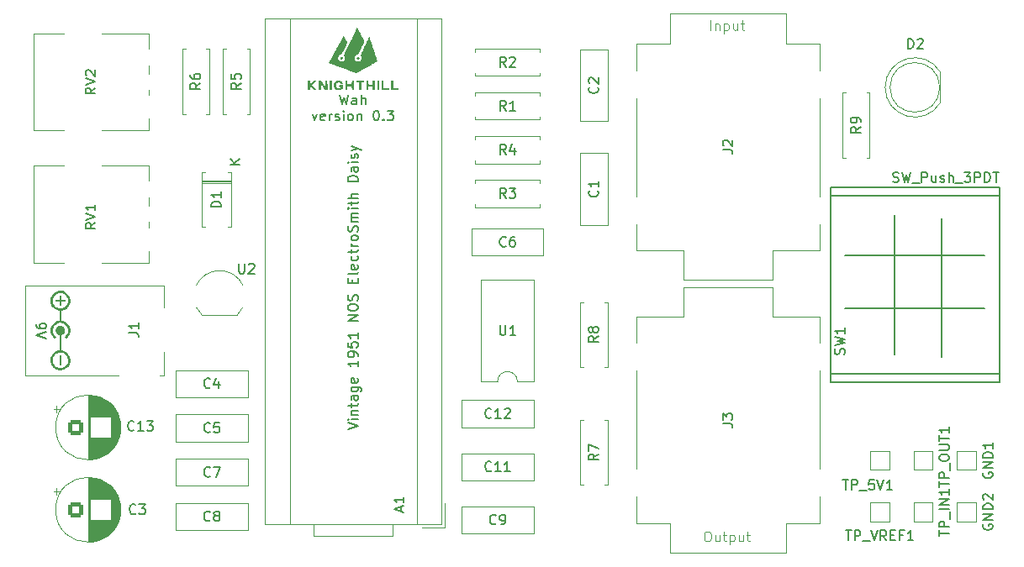
<source format=gbr>
%TF.GenerationSoftware,KiCad,Pcbnew,9.0.5*%
%TF.CreationDate,2025-10-31T17:46:48-05:00*%
%TF.ProjectId,wah,7761682e-6b69-4636-9164-5f7063625858,0.3*%
%TF.SameCoordinates,Original*%
%TF.FileFunction,Legend,Top*%
%TF.FilePolarity,Positive*%
%FSLAX46Y46*%
G04 Gerber Fmt 4.6, Leading zero omitted, Abs format (unit mm)*
G04 Created by KiCad (PCBNEW 9.0.5) date 2025-10-31 17:46:48*
%MOMM*%
%LPD*%
G01*
G04 APERTURE LIST*
G04 Aperture macros list*
%AMRoundRect*
0 Rectangle with rounded corners*
0 $1 Rounding radius*
0 $2 $3 $4 $5 $6 $7 $8 $9 X,Y pos of 4 corners*
0 Add a 4 corners polygon primitive as box body*
4,1,4,$2,$3,$4,$5,$6,$7,$8,$9,$2,$3,0*
0 Add four circle primitives for the rounded corners*
1,1,$1+$1,$2,$3*
1,1,$1+$1,$4,$5*
1,1,$1+$1,$6,$7*
1,1,$1+$1,$8,$9*
0 Add four rect primitives between the rounded corners*
20,1,$1+$1,$2,$3,$4,$5,0*
20,1,$1+$1,$4,$5,$6,$7,0*
20,1,$1+$1,$6,$7,$8,$9,0*
20,1,$1+$1,$8,$9,$2,$3,0*%
G04 Aperture macros list end*
%ADD10C,0.150000*%
%ADD11C,0.100000*%
%ADD12C,0.120000*%
%ADD13C,0.000000*%
%ADD14O,3.000000X3.500000*%
%ADD15RoundRect,0.250000X-0.550000X-0.550000X0.550000X-0.550000X0.550000X0.550000X-0.550000X0.550000X0*%
%ADD16C,1.600000*%
%ADD17R,1.800000X1.800000*%
%ADD18O,1.800000X1.800000*%
%ADD19O,3.580000X2.720000*%
%ADD20O,3.580000X2.696000*%
%ADD21C,1.800000*%
%ADD22R,1.500000X1.500000*%
%ADD23C,1.500000*%
%ADD24C,3.000000*%
%ADD25O,2.300000X4.500000*%
%ADD26O,4.000000X2.300000*%
%ADD27R,1.600000X1.600000*%
%ADD28O,1.600000X1.600000*%
%ADD29R,1.700000X1.700000*%
%ADD30C,1.700000*%
G04 APERTURE END LIST*
D10*
X74298667Y-41494906D02*
X74536762Y-42494906D01*
X74536762Y-42494906D02*
X74727238Y-41780620D01*
X74727238Y-41780620D02*
X74917714Y-42494906D01*
X74917714Y-42494906D02*
X75155810Y-41494906D01*
X75965333Y-42494906D02*
X75965333Y-41971096D01*
X75965333Y-41971096D02*
X75917714Y-41875858D01*
X75917714Y-41875858D02*
X75822476Y-41828239D01*
X75822476Y-41828239D02*
X75632000Y-41828239D01*
X75632000Y-41828239D02*
X75536762Y-41875858D01*
X75965333Y-42447287D02*
X75870095Y-42494906D01*
X75870095Y-42494906D02*
X75632000Y-42494906D01*
X75632000Y-42494906D02*
X75536762Y-42447287D01*
X75536762Y-42447287D02*
X75489143Y-42352048D01*
X75489143Y-42352048D02*
X75489143Y-42256810D01*
X75489143Y-42256810D02*
X75536762Y-42161572D01*
X75536762Y-42161572D02*
X75632000Y-42113953D01*
X75632000Y-42113953D02*
X75870095Y-42113953D01*
X75870095Y-42113953D02*
X75965333Y-42066334D01*
X76441524Y-42494906D02*
X76441524Y-41494906D01*
X76870095Y-42494906D02*
X76870095Y-41971096D01*
X76870095Y-41971096D02*
X76822476Y-41875858D01*
X76822476Y-41875858D02*
X76727238Y-41828239D01*
X76727238Y-41828239D02*
X76584381Y-41828239D01*
X76584381Y-41828239D02*
X76489143Y-41875858D01*
X76489143Y-41875858D02*
X76441524Y-41923477D01*
X71536762Y-43438183D02*
X71774857Y-44104850D01*
X71774857Y-44104850D02*
X72012952Y-43438183D01*
X72774857Y-44057231D02*
X72679619Y-44104850D01*
X72679619Y-44104850D02*
X72489143Y-44104850D01*
X72489143Y-44104850D02*
X72393905Y-44057231D01*
X72393905Y-44057231D02*
X72346286Y-43961992D01*
X72346286Y-43961992D02*
X72346286Y-43581040D01*
X72346286Y-43581040D02*
X72393905Y-43485802D01*
X72393905Y-43485802D02*
X72489143Y-43438183D01*
X72489143Y-43438183D02*
X72679619Y-43438183D01*
X72679619Y-43438183D02*
X72774857Y-43485802D01*
X72774857Y-43485802D02*
X72822476Y-43581040D01*
X72822476Y-43581040D02*
X72822476Y-43676278D01*
X72822476Y-43676278D02*
X72346286Y-43771516D01*
X73251048Y-44104850D02*
X73251048Y-43438183D01*
X73251048Y-43628659D02*
X73298667Y-43533421D01*
X73298667Y-43533421D02*
X73346286Y-43485802D01*
X73346286Y-43485802D02*
X73441524Y-43438183D01*
X73441524Y-43438183D02*
X73536762Y-43438183D01*
X73822477Y-44057231D02*
X73917715Y-44104850D01*
X73917715Y-44104850D02*
X74108191Y-44104850D01*
X74108191Y-44104850D02*
X74203429Y-44057231D01*
X74203429Y-44057231D02*
X74251048Y-43961992D01*
X74251048Y-43961992D02*
X74251048Y-43914373D01*
X74251048Y-43914373D02*
X74203429Y-43819135D01*
X74203429Y-43819135D02*
X74108191Y-43771516D01*
X74108191Y-43771516D02*
X73965334Y-43771516D01*
X73965334Y-43771516D02*
X73870096Y-43723897D01*
X73870096Y-43723897D02*
X73822477Y-43628659D01*
X73822477Y-43628659D02*
X73822477Y-43581040D01*
X73822477Y-43581040D02*
X73870096Y-43485802D01*
X73870096Y-43485802D02*
X73965334Y-43438183D01*
X73965334Y-43438183D02*
X74108191Y-43438183D01*
X74108191Y-43438183D02*
X74203429Y-43485802D01*
X74679620Y-44104850D02*
X74679620Y-43438183D01*
X74679620Y-43104850D02*
X74632001Y-43152469D01*
X74632001Y-43152469D02*
X74679620Y-43200088D01*
X74679620Y-43200088D02*
X74727239Y-43152469D01*
X74727239Y-43152469D02*
X74679620Y-43104850D01*
X74679620Y-43104850D02*
X74679620Y-43200088D01*
X75298667Y-44104850D02*
X75203429Y-44057231D01*
X75203429Y-44057231D02*
X75155810Y-44009611D01*
X75155810Y-44009611D02*
X75108191Y-43914373D01*
X75108191Y-43914373D02*
X75108191Y-43628659D01*
X75108191Y-43628659D02*
X75155810Y-43533421D01*
X75155810Y-43533421D02*
X75203429Y-43485802D01*
X75203429Y-43485802D02*
X75298667Y-43438183D01*
X75298667Y-43438183D02*
X75441524Y-43438183D01*
X75441524Y-43438183D02*
X75536762Y-43485802D01*
X75536762Y-43485802D02*
X75584381Y-43533421D01*
X75584381Y-43533421D02*
X75632000Y-43628659D01*
X75632000Y-43628659D02*
X75632000Y-43914373D01*
X75632000Y-43914373D02*
X75584381Y-44009611D01*
X75584381Y-44009611D02*
X75536762Y-44057231D01*
X75536762Y-44057231D02*
X75441524Y-44104850D01*
X75441524Y-44104850D02*
X75298667Y-44104850D01*
X76060572Y-43438183D02*
X76060572Y-44104850D01*
X76060572Y-43533421D02*
X76108191Y-43485802D01*
X76108191Y-43485802D02*
X76203429Y-43438183D01*
X76203429Y-43438183D02*
X76346286Y-43438183D01*
X76346286Y-43438183D02*
X76441524Y-43485802D01*
X76441524Y-43485802D02*
X76489143Y-43581040D01*
X76489143Y-43581040D02*
X76489143Y-44104850D01*
X77917715Y-43104850D02*
X78012953Y-43104850D01*
X78012953Y-43104850D02*
X78108191Y-43152469D01*
X78108191Y-43152469D02*
X78155810Y-43200088D01*
X78155810Y-43200088D02*
X78203429Y-43295326D01*
X78203429Y-43295326D02*
X78251048Y-43485802D01*
X78251048Y-43485802D02*
X78251048Y-43723897D01*
X78251048Y-43723897D02*
X78203429Y-43914373D01*
X78203429Y-43914373D02*
X78155810Y-44009611D01*
X78155810Y-44009611D02*
X78108191Y-44057231D01*
X78108191Y-44057231D02*
X78012953Y-44104850D01*
X78012953Y-44104850D02*
X77917715Y-44104850D01*
X77917715Y-44104850D02*
X77822477Y-44057231D01*
X77822477Y-44057231D02*
X77774858Y-44009611D01*
X77774858Y-44009611D02*
X77727239Y-43914373D01*
X77727239Y-43914373D02*
X77679620Y-43723897D01*
X77679620Y-43723897D02*
X77679620Y-43485802D01*
X77679620Y-43485802D02*
X77727239Y-43295326D01*
X77727239Y-43295326D02*
X77774858Y-43200088D01*
X77774858Y-43200088D02*
X77822477Y-43152469D01*
X77822477Y-43152469D02*
X77917715Y-43104850D01*
X78679620Y-44009611D02*
X78727239Y-44057231D01*
X78727239Y-44057231D02*
X78679620Y-44104850D01*
X78679620Y-44104850D02*
X78632001Y-44057231D01*
X78632001Y-44057231D02*
X78679620Y-44009611D01*
X78679620Y-44009611D02*
X78679620Y-44104850D01*
X79060572Y-43104850D02*
X79679619Y-43104850D01*
X79679619Y-43104850D02*
X79346286Y-43485802D01*
X79346286Y-43485802D02*
X79489143Y-43485802D01*
X79489143Y-43485802D02*
X79584381Y-43533421D01*
X79584381Y-43533421D02*
X79632000Y-43581040D01*
X79632000Y-43581040D02*
X79679619Y-43676278D01*
X79679619Y-43676278D02*
X79679619Y-43914373D01*
X79679619Y-43914373D02*
X79632000Y-44009611D01*
X79632000Y-44009611D02*
X79584381Y-44057231D01*
X79584381Y-44057231D02*
X79489143Y-44104850D01*
X79489143Y-44104850D02*
X79203429Y-44104850D01*
X79203429Y-44104850D02*
X79108191Y-44057231D01*
X79108191Y-44057231D02*
X79060572Y-44009611D01*
D11*
X111229360Y-85519219D02*
X111419836Y-85519219D01*
X111419836Y-85519219D02*
X111515074Y-85566838D01*
X111515074Y-85566838D02*
X111610312Y-85662076D01*
X111610312Y-85662076D02*
X111657931Y-85852552D01*
X111657931Y-85852552D02*
X111657931Y-86185885D01*
X111657931Y-86185885D02*
X111610312Y-86376361D01*
X111610312Y-86376361D02*
X111515074Y-86471600D01*
X111515074Y-86471600D02*
X111419836Y-86519219D01*
X111419836Y-86519219D02*
X111229360Y-86519219D01*
X111229360Y-86519219D02*
X111134122Y-86471600D01*
X111134122Y-86471600D02*
X111038884Y-86376361D01*
X111038884Y-86376361D02*
X110991265Y-86185885D01*
X110991265Y-86185885D02*
X110991265Y-85852552D01*
X110991265Y-85852552D02*
X111038884Y-85662076D01*
X111038884Y-85662076D02*
X111134122Y-85566838D01*
X111134122Y-85566838D02*
X111229360Y-85519219D01*
X112515074Y-85852552D02*
X112515074Y-86519219D01*
X112086503Y-85852552D02*
X112086503Y-86376361D01*
X112086503Y-86376361D02*
X112134122Y-86471600D01*
X112134122Y-86471600D02*
X112229360Y-86519219D01*
X112229360Y-86519219D02*
X112372217Y-86519219D01*
X112372217Y-86519219D02*
X112467455Y-86471600D01*
X112467455Y-86471600D02*
X112515074Y-86423980D01*
X112848408Y-85852552D02*
X113229360Y-85852552D01*
X112991265Y-85519219D02*
X112991265Y-86376361D01*
X112991265Y-86376361D02*
X113038884Y-86471600D01*
X113038884Y-86471600D02*
X113134122Y-86519219D01*
X113134122Y-86519219D02*
X113229360Y-86519219D01*
X113562694Y-85852552D02*
X113562694Y-86852552D01*
X113562694Y-85900171D02*
X113657932Y-85852552D01*
X113657932Y-85852552D02*
X113848408Y-85852552D01*
X113848408Y-85852552D02*
X113943646Y-85900171D01*
X113943646Y-85900171D02*
X113991265Y-85947790D01*
X113991265Y-85947790D02*
X114038884Y-86043028D01*
X114038884Y-86043028D02*
X114038884Y-86328742D01*
X114038884Y-86328742D02*
X113991265Y-86423980D01*
X113991265Y-86423980D02*
X113943646Y-86471600D01*
X113943646Y-86471600D02*
X113848408Y-86519219D01*
X113848408Y-86519219D02*
X113657932Y-86519219D01*
X113657932Y-86519219D02*
X113562694Y-86471600D01*
X114896027Y-85852552D02*
X114896027Y-86519219D01*
X114467456Y-85852552D02*
X114467456Y-86376361D01*
X114467456Y-86376361D02*
X114515075Y-86471600D01*
X114515075Y-86471600D02*
X114610313Y-86519219D01*
X114610313Y-86519219D02*
X114753170Y-86519219D01*
X114753170Y-86519219D02*
X114848408Y-86471600D01*
X114848408Y-86471600D02*
X114896027Y-86423980D01*
X115229361Y-85852552D02*
X115610313Y-85852552D01*
X115372218Y-85519219D02*
X115372218Y-86376361D01*
X115372218Y-86376361D02*
X115419837Y-86471600D01*
X115419837Y-86471600D02*
X115515075Y-86519219D01*
X115515075Y-86519219D02*
X115610313Y-86519219D01*
X111610313Y-35008019D02*
X111610313Y-34008019D01*
X112086503Y-34341352D02*
X112086503Y-35008019D01*
X112086503Y-34436590D02*
X112134122Y-34388971D01*
X112134122Y-34388971D02*
X112229360Y-34341352D01*
X112229360Y-34341352D02*
X112372217Y-34341352D01*
X112372217Y-34341352D02*
X112467455Y-34388971D01*
X112467455Y-34388971D02*
X112515074Y-34484209D01*
X112515074Y-34484209D02*
X112515074Y-35008019D01*
X112991265Y-34341352D02*
X112991265Y-35341352D01*
X112991265Y-34388971D02*
X113086503Y-34341352D01*
X113086503Y-34341352D02*
X113276979Y-34341352D01*
X113276979Y-34341352D02*
X113372217Y-34388971D01*
X113372217Y-34388971D02*
X113419836Y-34436590D01*
X113419836Y-34436590D02*
X113467455Y-34531828D01*
X113467455Y-34531828D02*
X113467455Y-34817542D01*
X113467455Y-34817542D02*
X113419836Y-34912780D01*
X113419836Y-34912780D02*
X113372217Y-34960400D01*
X113372217Y-34960400D02*
X113276979Y-35008019D01*
X113276979Y-35008019D02*
X113086503Y-35008019D01*
X113086503Y-35008019D02*
X112991265Y-34960400D01*
X114324598Y-34341352D02*
X114324598Y-35008019D01*
X113896027Y-34341352D02*
X113896027Y-34865161D01*
X113896027Y-34865161D02*
X113943646Y-34960400D01*
X113943646Y-34960400D02*
X114038884Y-35008019D01*
X114038884Y-35008019D02*
X114181741Y-35008019D01*
X114181741Y-35008019D02*
X114276979Y-34960400D01*
X114276979Y-34960400D02*
X114324598Y-34912780D01*
X114657932Y-34341352D02*
X115038884Y-34341352D01*
X114800789Y-34008019D02*
X114800789Y-34865161D01*
X114800789Y-34865161D02*
X114848408Y-34960400D01*
X114848408Y-34960400D02*
X114943646Y-35008019D01*
X114943646Y-35008019D02*
X115038884Y-35008019D01*
D10*
X43705180Y-64624636D02*
X43705180Y-64815112D01*
X43705180Y-64815112D02*
X43752800Y-64910350D01*
X43752800Y-64910350D02*
X43800419Y-64957969D01*
X43800419Y-64957969D02*
X43943276Y-65053207D01*
X43943276Y-65053207D02*
X44133752Y-65100826D01*
X44133752Y-65100826D02*
X44514704Y-65100826D01*
X44514704Y-65100826D02*
X44609942Y-65053207D01*
X44609942Y-65053207D02*
X44657561Y-65005588D01*
X44657561Y-65005588D02*
X44705180Y-64910350D01*
X44705180Y-64910350D02*
X44705180Y-64719874D01*
X44705180Y-64719874D02*
X44657561Y-64624636D01*
X44657561Y-64624636D02*
X44609942Y-64577017D01*
X44609942Y-64577017D02*
X44514704Y-64529398D01*
X44514704Y-64529398D02*
X44276609Y-64529398D01*
X44276609Y-64529398D02*
X44181371Y-64577017D01*
X44181371Y-64577017D02*
X44133752Y-64624636D01*
X44133752Y-64624636D02*
X44086133Y-64719874D01*
X44086133Y-64719874D02*
X44086133Y-64910350D01*
X44086133Y-64910350D02*
X44133752Y-65005588D01*
X44133752Y-65005588D02*
X44181371Y-65053207D01*
X44181371Y-65053207D02*
X44276609Y-65100826D01*
X44705180Y-65386541D02*
X43705180Y-65719874D01*
X43705180Y-65719874D02*
X44705180Y-66053207D01*
X75103569Y-75242441D02*
X76103569Y-74909108D01*
X76103569Y-74909108D02*
X75103569Y-74575775D01*
X76103569Y-74242441D02*
X75436902Y-74242441D01*
X75103569Y-74242441D02*
X75151188Y-74290060D01*
X75151188Y-74290060D02*
X75198807Y-74242441D01*
X75198807Y-74242441D02*
X75151188Y-74194822D01*
X75151188Y-74194822D02*
X75103569Y-74242441D01*
X75103569Y-74242441D02*
X75198807Y-74242441D01*
X75436902Y-73766251D02*
X76103569Y-73766251D01*
X75532140Y-73766251D02*
X75484521Y-73718632D01*
X75484521Y-73718632D02*
X75436902Y-73623394D01*
X75436902Y-73623394D02*
X75436902Y-73480537D01*
X75436902Y-73480537D02*
X75484521Y-73385299D01*
X75484521Y-73385299D02*
X75579759Y-73337680D01*
X75579759Y-73337680D02*
X76103569Y-73337680D01*
X75436902Y-73004346D02*
X75436902Y-72623394D01*
X75103569Y-72861489D02*
X75960711Y-72861489D01*
X75960711Y-72861489D02*
X76055950Y-72813870D01*
X76055950Y-72813870D02*
X76103569Y-72718632D01*
X76103569Y-72718632D02*
X76103569Y-72623394D01*
X76103569Y-71861489D02*
X75579759Y-71861489D01*
X75579759Y-71861489D02*
X75484521Y-71909108D01*
X75484521Y-71909108D02*
X75436902Y-72004346D01*
X75436902Y-72004346D02*
X75436902Y-72194822D01*
X75436902Y-72194822D02*
X75484521Y-72290060D01*
X76055950Y-71861489D02*
X76103569Y-71956727D01*
X76103569Y-71956727D02*
X76103569Y-72194822D01*
X76103569Y-72194822D02*
X76055950Y-72290060D01*
X76055950Y-72290060D02*
X75960711Y-72337679D01*
X75960711Y-72337679D02*
X75865473Y-72337679D01*
X75865473Y-72337679D02*
X75770235Y-72290060D01*
X75770235Y-72290060D02*
X75722616Y-72194822D01*
X75722616Y-72194822D02*
X75722616Y-71956727D01*
X75722616Y-71956727D02*
X75674997Y-71861489D01*
X75436902Y-70956727D02*
X76246426Y-70956727D01*
X76246426Y-70956727D02*
X76341664Y-71004346D01*
X76341664Y-71004346D02*
X76389283Y-71051965D01*
X76389283Y-71051965D02*
X76436902Y-71147203D01*
X76436902Y-71147203D02*
X76436902Y-71290060D01*
X76436902Y-71290060D02*
X76389283Y-71385298D01*
X76055950Y-70956727D02*
X76103569Y-71051965D01*
X76103569Y-71051965D02*
X76103569Y-71242441D01*
X76103569Y-71242441D02*
X76055950Y-71337679D01*
X76055950Y-71337679D02*
X76008330Y-71385298D01*
X76008330Y-71385298D02*
X75913092Y-71432917D01*
X75913092Y-71432917D02*
X75627378Y-71432917D01*
X75627378Y-71432917D02*
X75532140Y-71385298D01*
X75532140Y-71385298D02*
X75484521Y-71337679D01*
X75484521Y-71337679D02*
X75436902Y-71242441D01*
X75436902Y-71242441D02*
X75436902Y-71051965D01*
X75436902Y-71051965D02*
X75484521Y-70956727D01*
X76055950Y-70099584D02*
X76103569Y-70194822D01*
X76103569Y-70194822D02*
X76103569Y-70385298D01*
X76103569Y-70385298D02*
X76055950Y-70480536D01*
X76055950Y-70480536D02*
X75960711Y-70528155D01*
X75960711Y-70528155D02*
X75579759Y-70528155D01*
X75579759Y-70528155D02*
X75484521Y-70480536D01*
X75484521Y-70480536D02*
X75436902Y-70385298D01*
X75436902Y-70385298D02*
X75436902Y-70194822D01*
X75436902Y-70194822D02*
X75484521Y-70099584D01*
X75484521Y-70099584D02*
X75579759Y-70051965D01*
X75579759Y-70051965D02*
X75674997Y-70051965D01*
X75674997Y-70051965D02*
X75770235Y-70528155D01*
X76103569Y-68337679D02*
X76103569Y-68909107D01*
X76103569Y-68623393D02*
X75103569Y-68623393D01*
X75103569Y-68623393D02*
X75246426Y-68718631D01*
X75246426Y-68718631D02*
X75341664Y-68813869D01*
X75341664Y-68813869D02*
X75389283Y-68909107D01*
X76103569Y-67861488D02*
X76103569Y-67671012D01*
X76103569Y-67671012D02*
X76055950Y-67575774D01*
X76055950Y-67575774D02*
X76008330Y-67528155D01*
X76008330Y-67528155D02*
X75865473Y-67432917D01*
X75865473Y-67432917D02*
X75674997Y-67385298D01*
X75674997Y-67385298D02*
X75294045Y-67385298D01*
X75294045Y-67385298D02*
X75198807Y-67432917D01*
X75198807Y-67432917D02*
X75151188Y-67480536D01*
X75151188Y-67480536D02*
X75103569Y-67575774D01*
X75103569Y-67575774D02*
X75103569Y-67766250D01*
X75103569Y-67766250D02*
X75151188Y-67861488D01*
X75151188Y-67861488D02*
X75198807Y-67909107D01*
X75198807Y-67909107D02*
X75294045Y-67956726D01*
X75294045Y-67956726D02*
X75532140Y-67956726D01*
X75532140Y-67956726D02*
X75627378Y-67909107D01*
X75627378Y-67909107D02*
X75674997Y-67861488D01*
X75674997Y-67861488D02*
X75722616Y-67766250D01*
X75722616Y-67766250D02*
X75722616Y-67575774D01*
X75722616Y-67575774D02*
X75674997Y-67480536D01*
X75674997Y-67480536D02*
X75627378Y-67432917D01*
X75627378Y-67432917D02*
X75532140Y-67385298D01*
X75103569Y-66480536D02*
X75103569Y-66956726D01*
X75103569Y-66956726D02*
X75579759Y-67004345D01*
X75579759Y-67004345D02*
X75532140Y-66956726D01*
X75532140Y-66956726D02*
X75484521Y-66861488D01*
X75484521Y-66861488D02*
X75484521Y-66623393D01*
X75484521Y-66623393D02*
X75532140Y-66528155D01*
X75532140Y-66528155D02*
X75579759Y-66480536D01*
X75579759Y-66480536D02*
X75674997Y-66432917D01*
X75674997Y-66432917D02*
X75913092Y-66432917D01*
X75913092Y-66432917D02*
X76008330Y-66480536D01*
X76008330Y-66480536D02*
X76055950Y-66528155D01*
X76055950Y-66528155D02*
X76103569Y-66623393D01*
X76103569Y-66623393D02*
X76103569Y-66861488D01*
X76103569Y-66861488D02*
X76055950Y-66956726D01*
X76055950Y-66956726D02*
X76008330Y-67004345D01*
X76103569Y-65480536D02*
X76103569Y-66051964D01*
X76103569Y-65766250D02*
X75103569Y-65766250D01*
X75103569Y-65766250D02*
X75246426Y-65861488D01*
X75246426Y-65861488D02*
X75341664Y-65956726D01*
X75341664Y-65956726D02*
X75389283Y-66051964D01*
X76103569Y-64290059D02*
X75103569Y-64290059D01*
X75103569Y-64290059D02*
X76103569Y-63718631D01*
X76103569Y-63718631D02*
X75103569Y-63718631D01*
X75103569Y-63051964D02*
X75103569Y-62861488D01*
X75103569Y-62861488D02*
X75151188Y-62766250D01*
X75151188Y-62766250D02*
X75246426Y-62671012D01*
X75246426Y-62671012D02*
X75436902Y-62623393D01*
X75436902Y-62623393D02*
X75770235Y-62623393D01*
X75770235Y-62623393D02*
X75960711Y-62671012D01*
X75960711Y-62671012D02*
X76055950Y-62766250D01*
X76055950Y-62766250D02*
X76103569Y-62861488D01*
X76103569Y-62861488D02*
X76103569Y-63051964D01*
X76103569Y-63051964D02*
X76055950Y-63147202D01*
X76055950Y-63147202D02*
X75960711Y-63242440D01*
X75960711Y-63242440D02*
X75770235Y-63290059D01*
X75770235Y-63290059D02*
X75436902Y-63290059D01*
X75436902Y-63290059D02*
X75246426Y-63242440D01*
X75246426Y-63242440D02*
X75151188Y-63147202D01*
X75151188Y-63147202D02*
X75103569Y-63051964D01*
X76055950Y-62242440D02*
X76103569Y-62099583D01*
X76103569Y-62099583D02*
X76103569Y-61861488D01*
X76103569Y-61861488D02*
X76055950Y-61766250D01*
X76055950Y-61766250D02*
X76008330Y-61718631D01*
X76008330Y-61718631D02*
X75913092Y-61671012D01*
X75913092Y-61671012D02*
X75817854Y-61671012D01*
X75817854Y-61671012D02*
X75722616Y-61718631D01*
X75722616Y-61718631D02*
X75674997Y-61766250D01*
X75674997Y-61766250D02*
X75627378Y-61861488D01*
X75627378Y-61861488D02*
X75579759Y-62051964D01*
X75579759Y-62051964D02*
X75532140Y-62147202D01*
X75532140Y-62147202D02*
X75484521Y-62194821D01*
X75484521Y-62194821D02*
X75389283Y-62242440D01*
X75389283Y-62242440D02*
X75294045Y-62242440D01*
X75294045Y-62242440D02*
X75198807Y-62194821D01*
X75198807Y-62194821D02*
X75151188Y-62147202D01*
X75151188Y-62147202D02*
X75103569Y-62051964D01*
X75103569Y-62051964D02*
X75103569Y-61813869D01*
X75103569Y-61813869D02*
X75151188Y-61671012D01*
X75579759Y-60480535D02*
X75579759Y-60147202D01*
X76103569Y-60004345D02*
X76103569Y-60480535D01*
X76103569Y-60480535D02*
X75103569Y-60480535D01*
X75103569Y-60480535D02*
X75103569Y-60004345D01*
X76103569Y-59432916D02*
X76055950Y-59528154D01*
X76055950Y-59528154D02*
X75960711Y-59575773D01*
X75960711Y-59575773D02*
X75103569Y-59575773D01*
X76055950Y-58671011D02*
X76103569Y-58766249D01*
X76103569Y-58766249D02*
X76103569Y-58956725D01*
X76103569Y-58956725D02*
X76055950Y-59051963D01*
X76055950Y-59051963D02*
X75960711Y-59099582D01*
X75960711Y-59099582D02*
X75579759Y-59099582D01*
X75579759Y-59099582D02*
X75484521Y-59051963D01*
X75484521Y-59051963D02*
X75436902Y-58956725D01*
X75436902Y-58956725D02*
X75436902Y-58766249D01*
X75436902Y-58766249D02*
X75484521Y-58671011D01*
X75484521Y-58671011D02*
X75579759Y-58623392D01*
X75579759Y-58623392D02*
X75674997Y-58623392D01*
X75674997Y-58623392D02*
X75770235Y-59099582D01*
X76055950Y-57766249D02*
X76103569Y-57861487D01*
X76103569Y-57861487D02*
X76103569Y-58051963D01*
X76103569Y-58051963D02*
X76055950Y-58147201D01*
X76055950Y-58147201D02*
X76008330Y-58194820D01*
X76008330Y-58194820D02*
X75913092Y-58242439D01*
X75913092Y-58242439D02*
X75627378Y-58242439D01*
X75627378Y-58242439D02*
X75532140Y-58194820D01*
X75532140Y-58194820D02*
X75484521Y-58147201D01*
X75484521Y-58147201D02*
X75436902Y-58051963D01*
X75436902Y-58051963D02*
X75436902Y-57861487D01*
X75436902Y-57861487D02*
X75484521Y-57766249D01*
X75436902Y-57480534D02*
X75436902Y-57099582D01*
X75103569Y-57337677D02*
X75960711Y-57337677D01*
X75960711Y-57337677D02*
X76055950Y-57290058D01*
X76055950Y-57290058D02*
X76103569Y-57194820D01*
X76103569Y-57194820D02*
X76103569Y-57099582D01*
X76103569Y-56766248D02*
X75436902Y-56766248D01*
X75627378Y-56766248D02*
X75532140Y-56718629D01*
X75532140Y-56718629D02*
X75484521Y-56671010D01*
X75484521Y-56671010D02*
X75436902Y-56575772D01*
X75436902Y-56575772D02*
X75436902Y-56480534D01*
X76103569Y-56004343D02*
X76055950Y-56099581D01*
X76055950Y-56099581D02*
X76008330Y-56147200D01*
X76008330Y-56147200D02*
X75913092Y-56194819D01*
X75913092Y-56194819D02*
X75627378Y-56194819D01*
X75627378Y-56194819D02*
X75532140Y-56147200D01*
X75532140Y-56147200D02*
X75484521Y-56099581D01*
X75484521Y-56099581D02*
X75436902Y-56004343D01*
X75436902Y-56004343D02*
X75436902Y-55861486D01*
X75436902Y-55861486D02*
X75484521Y-55766248D01*
X75484521Y-55766248D02*
X75532140Y-55718629D01*
X75532140Y-55718629D02*
X75627378Y-55671010D01*
X75627378Y-55671010D02*
X75913092Y-55671010D01*
X75913092Y-55671010D02*
X76008330Y-55718629D01*
X76008330Y-55718629D02*
X76055950Y-55766248D01*
X76055950Y-55766248D02*
X76103569Y-55861486D01*
X76103569Y-55861486D02*
X76103569Y-56004343D01*
X76055950Y-55290057D02*
X76103569Y-55147200D01*
X76103569Y-55147200D02*
X76103569Y-54909105D01*
X76103569Y-54909105D02*
X76055950Y-54813867D01*
X76055950Y-54813867D02*
X76008330Y-54766248D01*
X76008330Y-54766248D02*
X75913092Y-54718629D01*
X75913092Y-54718629D02*
X75817854Y-54718629D01*
X75817854Y-54718629D02*
X75722616Y-54766248D01*
X75722616Y-54766248D02*
X75674997Y-54813867D01*
X75674997Y-54813867D02*
X75627378Y-54909105D01*
X75627378Y-54909105D02*
X75579759Y-55099581D01*
X75579759Y-55099581D02*
X75532140Y-55194819D01*
X75532140Y-55194819D02*
X75484521Y-55242438D01*
X75484521Y-55242438D02*
X75389283Y-55290057D01*
X75389283Y-55290057D02*
X75294045Y-55290057D01*
X75294045Y-55290057D02*
X75198807Y-55242438D01*
X75198807Y-55242438D02*
X75151188Y-55194819D01*
X75151188Y-55194819D02*
X75103569Y-55099581D01*
X75103569Y-55099581D02*
X75103569Y-54861486D01*
X75103569Y-54861486D02*
X75151188Y-54718629D01*
X76103569Y-54290057D02*
X75436902Y-54290057D01*
X75532140Y-54290057D02*
X75484521Y-54242438D01*
X75484521Y-54242438D02*
X75436902Y-54147200D01*
X75436902Y-54147200D02*
X75436902Y-54004343D01*
X75436902Y-54004343D02*
X75484521Y-53909105D01*
X75484521Y-53909105D02*
X75579759Y-53861486D01*
X75579759Y-53861486D02*
X76103569Y-53861486D01*
X75579759Y-53861486D02*
X75484521Y-53813867D01*
X75484521Y-53813867D02*
X75436902Y-53718629D01*
X75436902Y-53718629D02*
X75436902Y-53575772D01*
X75436902Y-53575772D02*
X75484521Y-53480533D01*
X75484521Y-53480533D02*
X75579759Y-53432914D01*
X75579759Y-53432914D02*
X76103569Y-53432914D01*
X76103569Y-52956724D02*
X75436902Y-52956724D01*
X75103569Y-52956724D02*
X75151188Y-53004343D01*
X75151188Y-53004343D02*
X75198807Y-52956724D01*
X75198807Y-52956724D02*
X75151188Y-52909105D01*
X75151188Y-52909105D02*
X75103569Y-52956724D01*
X75103569Y-52956724D02*
X75198807Y-52956724D01*
X75436902Y-52623391D02*
X75436902Y-52242439D01*
X75103569Y-52480534D02*
X75960711Y-52480534D01*
X75960711Y-52480534D02*
X76055950Y-52432915D01*
X76055950Y-52432915D02*
X76103569Y-52337677D01*
X76103569Y-52337677D02*
X76103569Y-52242439D01*
X76103569Y-51909105D02*
X75103569Y-51909105D01*
X76103569Y-51480534D02*
X75579759Y-51480534D01*
X75579759Y-51480534D02*
X75484521Y-51528153D01*
X75484521Y-51528153D02*
X75436902Y-51623391D01*
X75436902Y-51623391D02*
X75436902Y-51766248D01*
X75436902Y-51766248D02*
X75484521Y-51861486D01*
X75484521Y-51861486D02*
X75532140Y-51909105D01*
X76103569Y-50242438D02*
X75103569Y-50242438D01*
X75103569Y-50242438D02*
X75103569Y-50004343D01*
X75103569Y-50004343D02*
X75151188Y-49861486D01*
X75151188Y-49861486D02*
X75246426Y-49766248D01*
X75246426Y-49766248D02*
X75341664Y-49718629D01*
X75341664Y-49718629D02*
X75532140Y-49671010D01*
X75532140Y-49671010D02*
X75674997Y-49671010D01*
X75674997Y-49671010D02*
X75865473Y-49718629D01*
X75865473Y-49718629D02*
X75960711Y-49766248D01*
X75960711Y-49766248D02*
X76055950Y-49861486D01*
X76055950Y-49861486D02*
X76103569Y-50004343D01*
X76103569Y-50004343D02*
X76103569Y-50242438D01*
X76103569Y-48813867D02*
X75579759Y-48813867D01*
X75579759Y-48813867D02*
X75484521Y-48861486D01*
X75484521Y-48861486D02*
X75436902Y-48956724D01*
X75436902Y-48956724D02*
X75436902Y-49147200D01*
X75436902Y-49147200D02*
X75484521Y-49242438D01*
X76055950Y-48813867D02*
X76103569Y-48909105D01*
X76103569Y-48909105D02*
X76103569Y-49147200D01*
X76103569Y-49147200D02*
X76055950Y-49242438D01*
X76055950Y-49242438D02*
X75960711Y-49290057D01*
X75960711Y-49290057D02*
X75865473Y-49290057D01*
X75865473Y-49290057D02*
X75770235Y-49242438D01*
X75770235Y-49242438D02*
X75722616Y-49147200D01*
X75722616Y-49147200D02*
X75722616Y-48909105D01*
X75722616Y-48909105D02*
X75674997Y-48813867D01*
X76103569Y-48337676D02*
X75436902Y-48337676D01*
X75103569Y-48337676D02*
X75151188Y-48385295D01*
X75151188Y-48385295D02*
X75198807Y-48337676D01*
X75198807Y-48337676D02*
X75151188Y-48290057D01*
X75151188Y-48290057D02*
X75103569Y-48337676D01*
X75103569Y-48337676D02*
X75198807Y-48337676D01*
X76055950Y-47909105D02*
X76103569Y-47813867D01*
X76103569Y-47813867D02*
X76103569Y-47623391D01*
X76103569Y-47623391D02*
X76055950Y-47528153D01*
X76055950Y-47528153D02*
X75960711Y-47480534D01*
X75960711Y-47480534D02*
X75913092Y-47480534D01*
X75913092Y-47480534D02*
X75817854Y-47528153D01*
X75817854Y-47528153D02*
X75770235Y-47623391D01*
X75770235Y-47623391D02*
X75770235Y-47766248D01*
X75770235Y-47766248D02*
X75722616Y-47861486D01*
X75722616Y-47861486D02*
X75627378Y-47909105D01*
X75627378Y-47909105D02*
X75579759Y-47909105D01*
X75579759Y-47909105D02*
X75484521Y-47861486D01*
X75484521Y-47861486D02*
X75436902Y-47766248D01*
X75436902Y-47766248D02*
X75436902Y-47623391D01*
X75436902Y-47623391D02*
X75484521Y-47528153D01*
X75436902Y-47147200D02*
X76103569Y-46909105D01*
X75436902Y-46671010D02*
X76103569Y-46909105D01*
X76103569Y-46909105D02*
X76341664Y-47004343D01*
X76341664Y-47004343D02*
X76389283Y-47051962D01*
X76389283Y-47051962D02*
X76436902Y-47147200D01*
X53557142Y-75294580D02*
X53509523Y-75342200D01*
X53509523Y-75342200D02*
X53366666Y-75389819D01*
X53366666Y-75389819D02*
X53271428Y-75389819D01*
X53271428Y-75389819D02*
X53128571Y-75342200D01*
X53128571Y-75342200D02*
X53033333Y-75246961D01*
X53033333Y-75246961D02*
X52985714Y-75151723D01*
X52985714Y-75151723D02*
X52938095Y-74961247D01*
X52938095Y-74961247D02*
X52938095Y-74818390D01*
X52938095Y-74818390D02*
X52985714Y-74627914D01*
X52985714Y-74627914D02*
X53033333Y-74532676D01*
X53033333Y-74532676D02*
X53128571Y-74437438D01*
X53128571Y-74437438D02*
X53271428Y-74389819D01*
X53271428Y-74389819D02*
X53366666Y-74389819D01*
X53366666Y-74389819D02*
X53509523Y-74437438D01*
X53509523Y-74437438D02*
X53557142Y-74485057D01*
X54509523Y-75389819D02*
X53938095Y-75389819D01*
X54223809Y-75389819D02*
X54223809Y-74389819D01*
X54223809Y-74389819D02*
X54128571Y-74532676D01*
X54128571Y-74532676D02*
X54033333Y-74627914D01*
X54033333Y-74627914D02*
X53938095Y-74675533D01*
X54842857Y-74389819D02*
X55461904Y-74389819D01*
X55461904Y-74389819D02*
X55128571Y-74770771D01*
X55128571Y-74770771D02*
X55271428Y-74770771D01*
X55271428Y-74770771D02*
X55366666Y-74818390D01*
X55366666Y-74818390D02*
X55414285Y-74866009D01*
X55414285Y-74866009D02*
X55461904Y-74961247D01*
X55461904Y-74961247D02*
X55461904Y-75199342D01*
X55461904Y-75199342D02*
X55414285Y-75294580D01*
X55414285Y-75294580D02*
X55366666Y-75342200D01*
X55366666Y-75342200D02*
X55271428Y-75389819D01*
X55271428Y-75389819D02*
X54985714Y-75389819D01*
X54985714Y-75389819D02*
X54890476Y-75342200D01*
X54890476Y-75342200D02*
X54842857Y-75294580D01*
X53733333Y-83694580D02*
X53685714Y-83742200D01*
X53685714Y-83742200D02*
X53542857Y-83789819D01*
X53542857Y-83789819D02*
X53447619Y-83789819D01*
X53447619Y-83789819D02*
X53304762Y-83742200D01*
X53304762Y-83742200D02*
X53209524Y-83646961D01*
X53209524Y-83646961D02*
X53161905Y-83551723D01*
X53161905Y-83551723D02*
X53114286Y-83361247D01*
X53114286Y-83361247D02*
X53114286Y-83218390D01*
X53114286Y-83218390D02*
X53161905Y-83027914D01*
X53161905Y-83027914D02*
X53209524Y-82932676D01*
X53209524Y-82932676D02*
X53304762Y-82837438D01*
X53304762Y-82837438D02*
X53447619Y-82789819D01*
X53447619Y-82789819D02*
X53542857Y-82789819D01*
X53542857Y-82789819D02*
X53685714Y-82837438D01*
X53685714Y-82837438D02*
X53733333Y-82885057D01*
X54066667Y-82789819D02*
X54685714Y-82789819D01*
X54685714Y-82789819D02*
X54352381Y-83170771D01*
X54352381Y-83170771D02*
X54495238Y-83170771D01*
X54495238Y-83170771D02*
X54590476Y-83218390D01*
X54590476Y-83218390D02*
X54638095Y-83266009D01*
X54638095Y-83266009D02*
X54685714Y-83361247D01*
X54685714Y-83361247D02*
X54685714Y-83599342D01*
X54685714Y-83599342D02*
X54638095Y-83694580D01*
X54638095Y-83694580D02*
X54590476Y-83742200D01*
X54590476Y-83742200D02*
X54495238Y-83789819D01*
X54495238Y-83789819D02*
X54209524Y-83789819D01*
X54209524Y-83789819D02*
X54114286Y-83742200D01*
X54114286Y-83742200D02*
X54066667Y-83694580D01*
X62339819Y-52818094D02*
X61339819Y-52818094D01*
X61339819Y-52818094D02*
X61339819Y-52579999D01*
X61339819Y-52579999D02*
X61387438Y-52437142D01*
X61387438Y-52437142D02*
X61482676Y-52341904D01*
X61482676Y-52341904D02*
X61577914Y-52294285D01*
X61577914Y-52294285D02*
X61768390Y-52246666D01*
X61768390Y-52246666D02*
X61911247Y-52246666D01*
X61911247Y-52246666D02*
X62101723Y-52294285D01*
X62101723Y-52294285D02*
X62196961Y-52341904D01*
X62196961Y-52341904D02*
X62292200Y-52437142D01*
X62292200Y-52437142D02*
X62339819Y-52579999D01*
X62339819Y-52579999D02*
X62339819Y-52818094D01*
X62339819Y-51294285D02*
X62339819Y-51865713D01*
X62339819Y-51579999D02*
X61339819Y-51579999D01*
X61339819Y-51579999D02*
X61482676Y-51675237D01*
X61482676Y-51675237D02*
X61577914Y-51770475D01*
X61577914Y-51770475D02*
X61625533Y-51865713D01*
X64239819Y-48531904D02*
X63239819Y-48531904D01*
X64239819Y-47960476D02*
X63668390Y-48389047D01*
X63239819Y-47960476D02*
X63811247Y-48531904D01*
X89542142Y-79379580D02*
X89494523Y-79427200D01*
X89494523Y-79427200D02*
X89351666Y-79474819D01*
X89351666Y-79474819D02*
X89256428Y-79474819D01*
X89256428Y-79474819D02*
X89113571Y-79427200D01*
X89113571Y-79427200D02*
X89018333Y-79331961D01*
X89018333Y-79331961D02*
X88970714Y-79236723D01*
X88970714Y-79236723D02*
X88923095Y-79046247D01*
X88923095Y-79046247D02*
X88923095Y-78903390D01*
X88923095Y-78903390D02*
X88970714Y-78712914D01*
X88970714Y-78712914D02*
X89018333Y-78617676D01*
X89018333Y-78617676D02*
X89113571Y-78522438D01*
X89113571Y-78522438D02*
X89256428Y-78474819D01*
X89256428Y-78474819D02*
X89351666Y-78474819D01*
X89351666Y-78474819D02*
X89494523Y-78522438D01*
X89494523Y-78522438D02*
X89542142Y-78570057D01*
X90494523Y-79474819D02*
X89923095Y-79474819D01*
X90208809Y-79474819D02*
X90208809Y-78474819D01*
X90208809Y-78474819D02*
X90113571Y-78617676D01*
X90113571Y-78617676D02*
X90018333Y-78712914D01*
X90018333Y-78712914D02*
X89923095Y-78760533D01*
X91446904Y-79474819D02*
X90875476Y-79474819D01*
X91161190Y-79474819D02*
X91161190Y-78474819D01*
X91161190Y-78474819D02*
X91065952Y-78617676D01*
X91065952Y-78617676D02*
X90970714Y-78712914D01*
X90970714Y-78712914D02*
X90875476Y-78760533D01*
X49671819Y-40818743D02*
X49195628Y-41152076D01*
X49671819Y-41390171D02*
X48671819Y-41390171D01*
X48671819Y-41390171D02*
X48671819Y-41009219D01*
X48671819Y-41009219D02*
X48719438Y-40913981D01*
X48719438Y-40913981D02*
X48767057Y-40866362D01*
X48767057Y-40866362D02*
X48862295Y-40818743D01*
X48862295Y-40818743D02*
X49005152Y-40818743D01*
X49005152Y-40818743D02*
X49100390Y-40866362D01*
X49100390Y-40866362D02*
X49148009Y-40913981D01*
X49148009Y-40913981D02*
X49195628Y-41009219D01*
X49195628Y-41009219D02*
X49195628Y-41390171D01*
X48671819Y-40533028D02*
X49671819Y-40199695D01*
X49671819Y-40199695D02*
X48671819Y-39866362D01*
X48767057Y-39580647D02*
X48719438Y-39533028D01*
X48719438Y-39533028D02*
X48671819Y-39437790D01*
X48671819Y-39437790D02*
X48671819Y-39199695D01*
X48671819Y-39199695D02*
X48719438Y-39104457D01*
X48719438Y-39104457D02*
X48767057Y-39056838D01*
X48767057Y-39056838D02*
X48862295Y-39009219D01*
X48862295Y-39009219D02*
X48957533Y-39009219D01*
X48957533Y-39009219D02*
X49100390Y-39056838D01*
X49100390Y-39056838D02*
X49671819Y-39628266D01*
X49671819Y-39628266D02*
X49671819Y-39009219D01*
X91018333Y-56729580D02*
X90970714Y-56777200D01*
X90970714Y-56777200D02*
X90827857Y-56824819D01*
X90827857Y-56824819D02*
X90732619Y-56824819D01*
X90732619Y-56824819D02*
X90589762Y-56777200D01*
X90589762Y-56777200D02*
X90494524Y-56681961D01*
X90494524Y-56681961D02*
X90446905Y-56586723D01*
X90446905Y-56586723D02*
X90399286Y-56396247D01*
X90399286Y-56396247D02*
X90399286Y-56253390D01*
X90399286Y-56253390D02*
X90446905Y-56062914D01*
X90446905Y-56062914D02*
X90494524Y-55967676D01*
X90494524Y-55967676D02*
X90589762Y-55872438D01*
X90589762Y-55872438D02*
X90732619Y-55824819D01*
X90732619Y-55824819D02*
X90827857Y-55824819D01*
X90827857Y-55824819D02*
X90970714Y-55872438D01*
X90970714Y-55872438D02*
X91018333Y-55920057D01*
X91875476Y-55824819D02*
X91685000Y-55824819D01*
X91685000Y-55824819D02*
X91589762Y-55872438D01*
X91589762Y-55872438D02*
X91542143Y-55920057D01*
X91542143Y-55920057D02*
X91446905Y-56062914D01*
X91446905Y-56062914D02*
X91399286Y-56253390D01*
X91399286Y-56253390D02*
X91399286Y-56634342D01*
X91399286Y-56634342D02*
X91446905Y-56729580D01*
X91446905Y-56729580D02*
X91494524Y-56777200D01*
X91494524Y-56777200D02*
X91589762Y-56824819D01*
X91589762Y-56824819D02*
X91780238Y-56824819D01*
X91780238Y-56824819D02*
X91875476Y-56777200D01*
X91875476Y-56777200D02*
X91923095Y-56729580D01*
X91923095Y-56729580D02*
X91970714Y-56634342D01*
X91970714Y-56634342D02*
X91970714Y-56396247D01*
X91970714Y-56396247D02*
X91923095Y-56301009D01*
X91923095Y-56301009D02*
X91875476Y-56253390D01*
X91875476Y-56253390D02*
X91780238Y-56205771D01*
X91780238Y-56205771D02*
X91589762Y-56205771D01*
X91589762Y-56205771D02*
X91494524Y-56253390D01*
X91494524Y-56253390D02*
X91446905Y-56301009D01*
X91446905Y-56301009D02*
X91399286Y-56396247D01*
X139087438Y-79608095D02*
X139039819Y-79703333D01*
X139039819Y-79703333D02*
X139039819Y-79846190D01*
X139039819Y-79846190D02*
X139087438Y-79989047D01*
X139087438Y-79989047D02*
X139182676Y-80084285D01*
X139182676Y-80084285D02*
X139277914Y-80131904D01*
X139277914Y-80131904D02*
X139468390Y-80179523D01*
X139468390Y-80179523D02*
X139611247Y-80179523D01*
X139611247Y-80179523D02*
X139801723Y-80131904D01*
X139801723Y-80131904D02*
X139896961Y-80084285D01*
X139896961Y-80084285D02*
X139992200Y-79989047D01*
X139992200Y-79989047D02*
X140039819Y-79846190D01*
X140039819Y-79846190D02*
X140039819Y-79750952D01*
X140039819Y-79750952D02*
X139992200Y-79608095D01*
X139992200Y-79608095D02*
X139944580Y-79560476D01*
X139944580Y-79560476D02*
X139611247Y-79560476D01*
X139611247Y-79560476D02*
X139611247Y-79750952D01*
X140039819Y-79131904D02*
X139039819Y-79131904D01*
X139039819Y-79131904D02*
X140039819Y-78560476D01*
X140039819Y-78560476D02*
X139039819Y-78560476D01*
X140039819Y-78084285D02*
X139039819Y-78084285D01*
X139039819Y-78084285D02*
X139039819Y-77846190D01*
X139039819Y-77846190D02*
X139087438Y-77703333D01*
X139087438Y-77703333D02*
X139182676Y-77608095D01*
X139182676Y-77608095D02*
X139277914Y-77560476D01*
X139277914Y-77560476D02*
X139468390Y-77512857D01*
X139468390Y-77512857D02*
X139611247Y-77512857D01*
X139611247Y-77512857D02*
X139801723Y-77560476D01*
X139801723Y-77560476D02*
X139896961Y-77608095D01*
X139896961Y-77608095D02*
X139992200Y-77703333D01*
X139992200Y-77703333D02*
X140039819Y-77846190D01*
X140039819Y-77846190D02*
X140039819Y-78084285D01*
X140039819Y-76560476D02*
X140039819Y-77131904D01*
X140039819Y-76846190D02*
X139039819Y-76846190D01*
X139039819Y-76846190D02*
X139182676Y-76941428D01*
X139182676Y-76941428D02*
X139277914Y-77036666D01*
X139277914Y-77036666D02*
X139325533Y-77131904D01*
X60239819Y-40336666D02*
X59763628Y-40669999D01*
X60239819Y-40908094D02*
X59239819Y-40908094D01*
X59239819Y-40908094D02*
X59239819Y-40527142D01*
X59239819Y-40527142D02*
X59287438Y-40431904D01*
X59287438Y-40431904D02*
X59335057Y-40384285D01*
X59335057Y-40384285D02*
X59430295Y-40336666D01*
X59430295Y-40336666D02*
X59573152Y-40336666D01*
X59573152Y-40336666D02*
X59668390Y-40384285D01*
X59668390Y-40384285D02*
X59716009Y-40431904D01*
X59716009Y-40431904D02*
X59763628Y-40527142D01*
X59763628Y-40527142D02*
X59763628Y-40908094D01*
X59239819Y-39479523D02*
X59239819Y-39669999D01*
X59239819Y-39669999D02*
X59287438Y-39765237D01*
X59287438Y-39765237D02*
X59335057Y-39812856D01*
X59335057Y-39812856D02*
X59477914Y-39908094D01*
X59477914Y-39908094D02*
X59668390Y-39955713D01*
X59668390Y-39955713D02*
X60049342Y-39955713D01*
X60049342Y-39955713D02*
X60144580Y-39908094D01*
X60144580Y-39908094D02*
X60192200Y-39860475D01*
X60192200Y-39860475D02*
X60239819Y-39765237D01*
X60239819Y-39765237D02*
X60239819Y-39574761D01*
X60239819Y-39574761D02*
X60192200Y-39479523D01*
X60192200Y-39479523D02*
X60144580Y-39431904D01*
X60144580Y-39431904D02*
X60049342Y-39384285D01*
X60049342Y-39384285D02*
X59811247Y-39384285D01*
X59811247Y-39384285D02*
X59716009Y-39431904D01*
X59716009Y-39431904D02*
X59668390Y-39479523D01*
X59668390Y-39479523D02*
X59620771Y-39574761D01*
X59620771Y-39574761D02*
X59620771Y-39765237D01*
X59620771Y-39765237D02*
X59668390Y-39860475D01*
X59668390Y-39860475D02*
X59716009Y-39908094D01*
X59716009Y-39908094D02*
X59811247Y-39955713D01*
X64123095Y-58524819D02*
X64123095Y-59334342D01*
X64123095Y-59334342D02*
X64170714Y-59429580D01*
X64170714Y-59429580D02*
X64218333Y-59477200D01*
X64218333Y-59477200D02*
X64313571Y-59524819D01*
X64313571Y-59524819D02*
X64504047Y-59524819D01*
X64504047Y-59524819D02*
X64599285Y-59477200D01*
X64599285Y-59477200D02*
X64646904Y-59429580D01*
X64646904Y-59429580D02*
X64694523Y-59334342D01*
X64694523Y-59334342D02*
X64694523Y-58524819D01*
X65123095Y-58620057D02*
X65170714Y-58572438D01*
X65170714Y-58572438D02*
X65265952Y-58524819D01*
X65265952Y-58524819D02*
X65504047Y-58524819D01*
X65504047Y-58524819D02*
X65599285Y-58572438D01*
X65599285Y-58572438D02*
X65646904Y-58620057D01*
X65646904Y-58620057D02*
X65694523Y-58715295D01*
X65694523Y-58715295D02*
X65694523Y-58810533D01*
X65694523Y-58810533D02*
X65646904Y-58953390D01*
X65646904Y-58953390D02*
X65075476Y-59524819D01*
X65075476Y-59524819D02*
X65694523Y-59524819D01*
X124937381Y-80324819D02*
X125508809Y-80324819D01*
X125223095Y-81324819D02*
X125223095Y-80324819D01*
X125842143Y-81324819D02*
X125842143Y-80324819D01*
X125842143Y-80324819D02*
X126223095Y-80324819D01*
X126223095Y-80324819D02*
X126318333Y-80372438D01*
X126318333Y-80372438D02*
X126365952Y-80420057D01*
X126365952Y-80420057D02*
X126413571Y-80515295D01*
X126413571Y-80515295D02*
X126413571Y-80658152D01*
X126413571Y-80658152D02*
X126365952Y-80753390D01*
X126365952Y-80753390D02*
X126318333Y-80801009D01*
X126318333Y-80801009D02*
X126223095Y-80848628D01*
X126223095Y-80848628D02*
X125842143Y-80848628D01*
X126604048Y-81420057D02*
X127365952Y-81420057D01*
X128080238Y-80324819D02*
X127604048Y-80324819D01*
X127604048Y-80324819D02*
X127556429Y-80801009D01*
X127556429Y-80801009D02*
X127604048Y-80753390D01*
X127604048Y-80753390D02*
X127699286Y-80705771D01*
X127699286Y-80705771D02*
X127937381Y-80705771D01*
X127937381Y-80705771D02*
X128032619Y-80753390D01*
X128032619Y-80753390D02*
X128080238Y-80801009D01*
X128080238Y-80801009D02*
X128127857Y-80896247D01*
X128127857Y-80896247D02*
X128127857Y-81134342D01*
X128127857Y-81134342D02*
X128080238Y-81229580D01*
X128080238Y-81229580D02*
X128032619Y-81277200D01*
X128032619Y-81277200D02*
X127937381Y-81324819D01*
X127937381Y-81324819D02*
X127699286Y-81324819D01*
X127699286Y-81324819D02*
X127604048Y-81277200D01*
X127604048Y-81277200D02*
X127556429Y-81229580D01*
X128413572Y-80324819D02*
X128746905Y-81324819D01*
X128746905Y-81324819D02*
X129080238Y-80324819D01*
X129937381Y-81324819D02*
X129365953Y-81324819D01*
X129651667Y-81324819D02*
X129651667Y-80324819D01*
X129651667Y-80324819D02*
X129556429Y-80467676D01*
X129556429Y-80467676D02*
X129461191Y-80562914D01*
X129461191Y-80562914D02*
X129365953Y-80610533D01*
X112854819Y-74638333D02*
X113569104Y-74638333D01*
X113569104Y-74638333D02*
X113711961Y-74685952D01*
X113711961Y-74685952D02*
X113807200Y-74781190D01*
X113807200Y-74781190D02*
X113854819Y-74924047D01*
X113854819Y-74924047D02*
X113854819Y-75019285D01*
X112854819Y-74257380D02*
X112854819Y-73638333D01*
X112854819Y-73638333D02*
X113235771Y-73971666D01*
X113235771Y-73971666D02*
X113235771Y-73828809D01*
X113235771Y-73828809D02*
X113283390Y-73733571D01*
X113283390Y-73733571D02*
X113331009Y-73685952D01*
X113331009Y-73685952D02*
X113426247Y-73638333D01*
X113426247Y-73638333D02*
X113664342Y-73638333D01*
X113664342Y-73638333D02*
X113759580Y-73685952D01*
X113759580Y-73685952D02*
X113807200Y-73733571D01*
X113807200Y-73733571D02*
X113854819Y-73828809D01*
X113854819Y-73828809D02*
X113854819Y-74114523D01*
X113854819Y-74114523D02*
X113807200Y-74209761D01*
X113807200Y-74209761D02*
X113759580Y-74257380D01*
X61233333Y-75461247D02*
X61185714Y-75508867D01*
X61185714Y-75508867D02*
X61042857Y-75556486D01*
X61042857Y-75556486D02*
X60947619Y-75556486D01*
X60947619Y-75556486D02*
X60804762Y-75508867D01*
X60804762Y-75508867D02*
X60709524Y-75413628D01*
X60709524Y-75413628D02*
X60661905Y-75318390D01*
X60661905Y-75318390D02*
X60614286Y-75127914D01*
X60614286Y-75127914D02*
X60614286Y-74985057D01*
X60614286Y-74985057D02*
X60661905Y-74794581D01*
X60661905Y-74794581D02*
X60709524Y-74699343D01*
X60709524Y-74699343D02*
X60804762Y-74604105D01*
X60804762Y-74604105D02*
X60947619Y-74556486D01*
X60947619Y-74556486D02*
X61042857Y-74556486D01*
X61042857Y-74556486D02*
X61185714Y-74604105D01*
X61185714Y-74604105D02*
X61233333Y-74651724D01*
X62138095Y-74556486D02*
X61661905Y-74556486D01*
X61661905Y-74556486D02*
X61614286Y-75032676D01*
X61614286Y-75032676D02*
X61661905Y-74985057D01*
X61661905Y-74985057D02*
X61757143Y-74937438D01*
X61757143Y-74937438D02*
X61995238Y-74937438D01*
X61995238Y-74937438D02*
X62090476Y-74985057D01*
X62090476Y-74985057D02*
X62138095Y-75032676D01*
X62138095Y-75032676D02*
X62185714Y-75127914D01*
X62185714Y-75127914D02*
X62185714Y-75366009D01*
X62185714Y-75366009D02*
X62138095Y-75461247D01*
X62138095Y-75461247D02*
X62090476Y-75508867D01*
X62090476Y-75508867D02*
X61995238Y-75556486D01*
X61995238Y-75556486D02*
X61757143Y-75556486D01*
X61757143Y-75556486D02*
X61661905Y-75508867D01*
X61661905Y-75508867D02*
X61614286Y-75461247D01*
X91018333Y-38701619D02*
X90685000Y-38225428D01*
X90446905Y-38701619D02*
X90446905Y-37701619D01*
X90446905Y-37701619D02*
X90827857Y-37701619D01*
X90827857Y-37701619D02*
X90923095Y-37749238D01*
X90923095Y-37749238D02*
X90970714Y-37796857D01*
X90970714Y-37796857D02*
X91018333Y-37892095D01*
X91018333Y-37892095D02*
X91018333Y-38034952D01*
X91018333Y-38034952D02*
X90970714Y-38130190D01*
X90970714Y-38130190D02*
X90923095Y-38177809D01*
X90923095Y-38177809D02*
X90827857Y-38225428D01*
X90827857Y-38225428D02*
X90446905Y-38225428D01*
X91399286Y-37796857D02*
X91446905Y-37749238D01*
X91446905Y-37749238D02*
X91542143Y-37701619D01*
X91542143Y-37701619D02*
X91780238Y-37701619D01*
X91780238Y-37701619D02*
X91875476Y-37749238D01*
X91875476Y-37749238D02*
X91923095Y-37796857D01*
X91923095Y-37796857D02*
X91970714Y-37892095D01*
X91970714Y-37892095D02*
X91970714Y-37987333D01*
X91970714Y-37987333D02*
X91923095Y-38130190D01*
X91923095Y-38130190D02*
X91351667Y-38701619D01*
X91351667Y-38701619D02*
X91970714Y-38701619D01*
X53039819Y-65503333D02*
X53754104Y-65503333D01*
X53754104Y-65503333D02*
X53896961Y-65550952D01*
X53896961Y-65550952D02*
X53992200Y-65646190D01*
X53992200Y-65646190D02*
X54039819Y-65789047D01*
X54039819Y-65789047D02*
X54039819Y-65884285D01*
X54039819Y-64503333D02*
X54039819Y-65074761D01*
X54039819Y-64789047D02*
X53039819Y-64789047D01*
X53039819Y-64789047D02*
X53182676Y-64884285D01*
X53182676Y-64884285D02*
X53277914Y-64979523D01*
X53277914Y-64979523D02*
X53325533Y-65074761D01*
X49671819Y-54394738D02*
X49195628Y-54728071D01*
X49671819Y-54966166D02*
X48671819Y-54966166D01*
X48671819Y-54966166D02*
X48671819Y-54585214D01*
X48671819Y-54585214D02*
X48719438Y-54489976D01*
X48719438Y-54489976D02*
X48767057Y-54442357D01*
X48767057Y-54442357D02*
X48862295Y-54394738D01*
X48862295Y-54394738D02*
X49005152Y-54394738D01*
X49005152Y-54394738D02*
X49100390Y-54442357D01*
X49100390Y-54442357D02*
X49148009Y-54489976D01*
X49148009Y-54489976D02*
X49195628Y-54585214D01*
X49195628Y-54585214D02*
X49195628Y-54966166D01*
X48671819Y-54109023D02*
X49671819Y-53775690D01*
X49671819Y-53775690D02*
X48671819Y-53442357D01*
X49671819Y-52585214D02*
X49671819Y-53156642D01*
X49671819Y-52870928D02*
X48671819Y-52870928D01*
X48671819Y-52870928D02*
X48814676Y-52966166D01*
X48814676Y-52966166D02*
X48909914Y-53061404D01*
X48909914Y-53061404D02*
X48957533Y-53156642D01*
X61233333Y-84394580D02*
X61185714Y-84442200D01*
X61185714Y-84442200D02*
X61042857Y-84489819D01*
X61042857Y-84489819D02*
X60947619Y-84489819D01*
X60947619Y-84489819D02*
X60804762Y-84442200D01*
X60804762Y-84442200D02*
X60709524Y-84346961D01*
X60709524Y-84346961D02*
X60661905Y-84251723D01*
X60661905Y-84251723D02*
X60614286Y-84061247D01*
X60614286Y-84061247D02*
X60614286Y-83918390D01*
X60614286Y-83918390D02*
X60661905Y-83727914D01*
X60661905Y-83727914D02*
X60709524Y-83632676D01*
X60709524Y-83632676D02*
X60804762Y-83537438D01*
X60804762Y-83537438D02*
X60947619Y-83489819D01*
X60947619Y-83489819D02*
X61042857Y-83489819D01*
X61042857Y-83489819D02*
X61185714Y-83537438D01*
X61185714Y-83537438D02*
X61233333Y-83585057D01*
X61804762Y-83918390D02*
X61709524Y-83870771D01*
X61709524Y-83870771D02*
X61661905Y-83823152D01*
X61661905Y-83823152D02*
X61614286Y-83727914D01*
X61614286Y-83727914D02*
X61614286Y-83680295D01*
X61614286Y-83680295D02*
X61661905Y-83585057D01*
X61661905Y-83585057D02*
X61709524Y-83537438D01*
X61709524Y-83537438D02*
X61804762Y-83489819D01*
X61804762Y-83489819D02*
X61995238Y-83489819D01*
X61995238Y-83489819D02*
X62090476Y-83537438D01*
X62090476Y-83537438D02*
X62138095Y-83585057D01*
X62138095Y-83585057D02*
X62185714Y-83680295D01*
X62185714Y-83680295D02*
X62185714Y-83727914D01*
X62185714Y-83727914D02*
X62138095Y-83823152D01*
X62138095Y-83823152D02*
X62090476Y-83870771D01*
X62090476Y-83870771D02*
X61995238Y-83918390D01*
X61995238Y-83918390D02*
X61804762Y-83918390D01*
X61804762Y-83918390D02*
X61709524Y-83966009D01*
X61709524Y-83966009D02*
X61661905Y-84013628D01*
X61661905Y-84013628D02*
X61614286Y-84108866D01*
X61614286Y-84108866D02*
X61614286Y-84299342D01*
X61614286Y-84299342D02*
X61661905Y-84394580D01*
X61661905Y-84394580D02*
X61709524Y-84442200D01*
X61709524Y-84442200D02*
X61804762Y-84489819D01*
X61804762Y-84489819D02*
X61995238Y-84489819D01*
X61995238Y-84489819D02*
X62090476Y-84442200D01*
X62090476Y-84442200D02*
X62138095Y-84394580D01*
X62138095Y-84394580D02*
X62185714Y-84299342D01*
X62185714Y-84299342D02*
X62185714Y-84108866D01*
X62185714Y-84108866D02*
X62138095Y-84013628D01*
X62138095Y-84013628D02*
X62090476Y-83966009D01*
X62090476Y-83966009D02*
X61995238Y-83918390D01*
X100339819Y-77726666D02*
X99863628Y-78059999D01*
X100339819Y-78298094D02*
X99339819Y-78298094D01*
X99339819Y-78298094D02*
X99339819Y-77917142D01*
X99339819Y-77917142D02*
X99387438Y-77821904D01*
X99387438Y-77821904D02*
X99435057Y-77774285D01*
X99435057Y-77774285D02*
X99530295Y-77726666D01*
X99530295Y-77726666D02*
X99673152Y-77726666D01*
X99673152Y-77726666D02*
X99768390Y-77774285D01*
X99768390Y-77774285D02*
X99816009Y-77821904D01*
X99816009Y-77821904D02*
X99863628Y-77917142D01*
X99863628Y-77917142D02*
X99863628Y-78298094D01*
X99339819Y-77393332D02*
X99339819Y-76726666D01*
X99339819Y-76726666D02*
X100339819Y-77155237D01*
X91018333Y-43109352D02*
X90685000Y-42633161D01*
X90446905Y-43109352D02*
X90446905Y-42109352D01*
X90446905Y-42109352D02*
X90827857Y-42109352D01*
X90827857Y-42109352D02*
X90923095Y-42156971D01*
X90923095Y-42156971D02*
X90970714Y-42204590D01*
X90970714Y-42204590D02*
X91018333Y-42299828D01*
X91018333Y-42299828D02*
X91018333Y-42442685D01*
X91018333Y-42442685D02*
X90970714Y-42537923D01*
X90970714Y-42537923D02*
X90923095Y-42585542D01*
X90923095Y-42585542D02*
X90827857Y-42633161D01*
X90827857Y-42633161D02*
X90446905Y-42633161D01*
X91970714Y-43109352D02*
X91399286Y-43109352D01*
X91685000Y-43109352D02*
X91685000Y-42109352D01*
X91685000Y-42109352D02*
X91589762Y-42252209D01*
X91589762Y-42252209D02*
X91494524Y-42347447D01*
X91494524Y-42347447D02*
X91399286Y-42395066D01*
X126739819Y-44746666D02*
X126263628Y-45079999D01*
X126739819Y-45318094D02*
X125739819Y-45318094D01*
X125739819Y-45318094D02*
X125739819Y-44937142D01*
X125739819Y-44937142D02*
X125787438Y-44841904D01*
X125787438Y-44841904D02*
X125835057Y-44794285D01*
X125835057Y-44794285D02*
X125930295Y-44746666D01*
X125930295Y-44746666D02*
X126073152Y-44746666D01*
X126073152Y-44746666D02*
X126168390Y-44794285D01*
X126168390Y-44794285D02*
X126216009Y-44841904D01*
X126216009Y-44841904D02*
X126263628Y-44937142D01*
X126263628Y-44937142D02*
X126263628Y-45318094D01*
X126739819Y-44270475D02*
X126739819Y-44079999D01*
X126739819Y-44079999D02*
X126692200Y-43984761D01*
X126692200Y-43984761D02*
X126644580Y-43937142D01*
X126644580Y-43937142D02*
X126501723Y-43841904D01*
X126501723Y-43841904D02*
X126311247Y-43794285D01*
X126311247Y-43794285D02*
X125930295Y-43794285D01*
X125930295Y-43794285D02*
X125835057Y-43841904D01*
X125835057Y-43841904D02*
X125787438Y-43889523D01*
X125787438Y-43889523D02*
X125739819Y-43984761D01*
X125739819Y-43984761D02*
X125739819Y-44175237D01*
X125739819Y-44175237D02*
X125787438Y-44270475D01*
X125787438Y-44270475D02*
X125835057Y-44318094D01*
X125835057Y-44318094D02*
X125930295Y-44365713D01*
X125930295Y-44365713D02*
X126168390Y-44365713D01*
X126168390Y-44365713D02*
X126263628Y-44318094D01*
X126263628Y-44318094D02*
X126311247Y-44270475D01*
X126311247Y-44270475D02*
X126358866Y-44175237D01*
X126358866Y-44175237D02*
X126358866Y-43984761D01*
X126358866Y-43984761D02*
X126311247Y-43889523D01*
X126311247Y-43889523D02*
X126263628Y-43841904D01*
X126263628Y-43841904D02*
X126168390Y-43794285D01*
X64339819Y-40336666D02*
X63863628Y-40669999D01*
X64339819Y-40908094D02*
X63339819Y-40908094D01*
X63339819Y-40908094D02*
X63339819Y-40527142D01*
X63339819Y-40527142D02*
X63387438Y-40431904D01*
X63387438Y-40431904D02*
X63435057Y-40384285D01*
X63435057Y-40384285D02*
X63530295Y-40336666D01*
X63530295Y-40336666D02*
X63673152Y-40336666D01*
X63673152Y-40336666D02*
X63768390Y-40384285D01*
X63768390Y-40384285D02*
X63816009Y-40431904D01*
X63816009Y-40431904D02*
X63863628Y-40527142D01*
X63863628Y-40527142D02*
X63863628Y-40908094D01*
X63339819Y-39431904D02*
X63339819Y-39908094D01*
X63339819Y-39908094D02*
X63816009Y-39955713D01*
X63816009Y-39955713D02*
X63768390Y-39908094D01*
X63768390Y-39908094D02*
X63720771Y-39812856D01*
X63720771Y-39812856D02*
X63720771Y-39574761D01*
X63720771Y-39574761D02*
X63768390Y-39479523D01*
X63768390Y-39479523D02*
X63816009Y-39431904D01*
X63816009Y-39431904D02*
X63911247Y-39384285D01*
X63911247Y-39384285D02*
X64149342Y-39384285D01*
X64149342Y-39384285D02*
X64244580Y-39431904D01*
X64244580Y-39431904D02*
X64292200Y-39479523D01*
X64292200Y-39479523D02*
X64339819Y-39574761D01*
X64339819Y-39574761D02*
X64339819Y-39812856D01*
X64339819Y-39812856D02*
X64292200Y-39908094D01*
X64292200Y-39908094D02*
X64244580Y-39955713D01*
X125232619Y-85424819D02*
X125804047Y-85424819D01*
X125518333Y-86424819D02*
X125518333Y-85424819D01*
X126137381Y-86424819D02*
X126137381Y-85424819D01*
X126137381Y-85424819D02*
X126518333Y-85424819D01*
X126518333Y-85424819D02*
X126613571Y-85472438D01*
X126613571Y-85472438D02*
X126661190Y-85520057D01*
X126661190Y-85520057D02*
X126708809Y-85615295D01*
X126708809Y-85615295D02*
X126708809Y-85758152D01*
X126708809Y-85758152D02*
X126661190Y-85853390D01*
X126661190Y-85853390D02*
X126613571Y-85901009D01*
X126613571Y-85901009D02*
X126518333Y-85948628D01*
X126518333Y-85948628D02*
X126137381Y-85948628D01*
X126899286Y-86520057D02*
X127661190Y-86520057D01*
X127756429Y-85424819D02*
X128089762Y-86424819D01*
X128089762Y-86424819D02*
X128423095Y-85424819D01*
X129327857Y-86424819D02*
X128994524Y-85948628D01*
X128756429Y-86424819D02*
X128756429Y-85424819D01*
X128756429Y-85424819D02*
X129137381Y-85424819D01*
X129137381Y-85424819D02*
X129232619Y-85472438D01*
X129232619Y-85472438D02*
X129280238Y-85520057D01*
X129280238Y-85520057D02*
X129327857Y-85615295D01*
X129327857Y-85615295D02*
X129327857Y-85758152D01*
X129327857Y-85758152D02*
X129280238Y-85853390D01*
X129280238Y-85853390D02*
X129232619Y-85901009D01*
X129232619Y-85901009D02*
X129137381Y-85948628D01*
X129137381Y-85948628D02*
X128756429Y-85948628D01*
X129756429Y-85901009D02*
X130089762Y-85901009D01*
X130232619Y-86424819D02*
X129756429Y-86424819D01*
X129756429Y-86424819D02*
X129756429Y-85424819D01*
X129756429Y-85424819D02*
X130232619Y-85424819D01*
X130994524Y-85901009D02*
X130661191Y-85901009D01*
X130661191Y-86424819D02*
X130661191Y-85424819D01*
X130661191Y-85424819D02*
X131137381Y-85424819D01*
X132042143Y-86424819D02*
X131470715Y-86424819D01*
X131756429Y-86424819D02*
X131756429Y-85424819D01*
X131756429Y-85424819D02*
X131661191Y-85567676D01*
X131661191Y-85567676D02*
X131565953Y-85662914D01*
X131565953Y-85662914D02*
X131470715Y-85710533D01*
X131506905Y-36864819D02*
X131506905Y-35864819D01*
X131506905Y-35864819D02*
X131745000Y-35864819D01*
X131745000Y-35864819D02*
X131887857Y-35912438D01*
X131887857Y-35912438D02*
X131983095Y-36007676D01*
X131983095Y-36007676D02*
X132030714Y-36102914D01*
X132030714Y-36102914D02*
X132078333Y-36293390D01*
X132078333Y-36293390D02*
X132078333Y-36436247D01*
X132078333Y-36436247D02*
X132030714Y-36626723D01*
X132030714Y-36626723D02*
X131983095Y-36721961D01*
X131983095Y-36721961D02*
X131887857Y-36817200D01*
X131887857Y-36817200D02*
X131745000Y-36864819D01*
X131745000Y-36864819D02*
X131506905Y-36864819D01*
X132459286Y-35960057D02*
X132506905Y-35912438D01*
X132506905Y-35912438D02*
X132602143Y-35864819D01*
X132602143Y-35864819D02*
X132840238Y-35864819D01*
X132840238Y-35864819D02*
X132935476Y-35912438D01*
X132935476Y-35912438D02*
X132983095Y-35960057D01*
X132983095Y-35960057D02*
X133030714Y-36055295D01*
X133030714Y-36055295D02*
X133030714Y-36150533D01*
X133030714Y-36150533D02*
X132983095Y-36293390D01*
X132983095Y-36293390D02*
X132411667Y-36864819D01*
X132411667Y-36864819D02*
X133030714Y-36864819D01*
X61233333Y-70994580D02*
X61185714Y-71042200D01*
X61185714Y-71042200D02*
X61042857Y-71089819D01*
X61042857Y-71089819D02*
X60947619Y-71089819D01*
X60947619Y-71089819D02*
X60804762Y-71042200D01*
X60804762Y-71042200D02*
X60709524Y-70946961D01*
X60709524Y-70946961D02*
X60661905Y-70851723D01*
X60661905Y-70851723D02*
X60614286Y-70661247D01*
X60614286Y-70661247D02*
X60614286Y-70518390D01*
X60614286Y-70518390D02*
X60661905Y-70327914D01*
X60661905Y-70327914D02*
X60709524Y-70232676D01*
X60709524Y-70232676D02*
X60804762Y-70137438D01*
X60804762Y-70137438D02*
X60947619Y-70089819D01*
X60947619Y-70089819D02*
X61042857Y-70089819D01*
X61042857Y-70089819D02*
X61185714Y-70137438D01*
X61185714Y-70137438D02*
X61233333Y-70185057D01*
X62090476Y-70423152D02*
X62090476Y-71089819D01*
X61852381Y-70042200D02*
X61614286Y-70756485D01*
X61614286Y-70756485D02*
X62233333Y-70756485D01*
X125086600Y-67660132D02*
X125134219Y-67517275D01*
X125134219Y-67517275D02*
X125134219Y-67279180D01*
X125134219Y-67279180D02*
X125086600Y-67183942D01*
X125086600Y-67183942D02*
X125038980Y-67136323D01*
X125038980Y-67136323D02*
X124943742Y-67088704D01*
X124943742Y-67088704D02*
X124848504Y-67088704D01*
X124848504Y-67088704D02*
X124753266Y-67136323D01*
X124753266Y-67136323D02*
X124705647Y-67183942D01*
X124705647Y-67183942D02*
X124658028Y-67279180D01*
X124658028Y-67279180D02*
X124610409Y-67469656D01*
X124610409Y-67469656D02*
X124562790Y-67564894D01*
X124562790Y-67564894D02*
X124515171Y-67612513D01*
X124515171Y-67612513D02*
X124419933Y-67660132D01*
X124419933Y-67660132D02*
X124324695Y-67660132D01*
X124324695Y-67660132D02*
X124229457Y-67612513D01*
X124229457Y-67612513D02*
X124181838Y-67564894D01*
X124181838Y-67564894D02*
X124134219Y-67469656D01*
X124134219Y-67469656D02*
X124134219Y-67231561D01*
X124134219Y-67231561D02*
X124181838Y-67088704D01*
X124134219Y-66755370D02*
X125134219Y-66517275D01*
X125134219Y-66517275D02*
X124419933Y-66326799D01*
X124419933Y-66326799D02*
X125134219Y-66136323D01*
X125134219Y-66136323D02*
X124134219Y-65898228D01*
X125134219Y-64993466D02*
X125134219Y-65564894D01*
X125134219Y-65279180D02*
X124134219Y-65279180D01*
X124134219Y-65279180D02*
X124277076Y-65374418D01*
X124277076Y-65374418D02*
X124372314Y-65469656D01*
X124372314Y-65469656D02*
X124419933Y-65564894D01*
X129999285Y-50277200D02*
X130142142Y-50324819D01*
X130142142Y-50324819D02*
X130380237Y-50324819D01*
X130380237Y-50324819D02*
X130475475Y-50277200D01*
X130475475Y-50277200D02*
X130523094Y-50229580D01*
X130523094Y-50229580D02*
X130570713Y-50134342D01*
X130570713Y-50134342D02*
X130570713Y-50039104D01*
X130570713Y-50039104D02*
X130523094Y-49943866D01*
X130523094Y-49943866D02*
X130475475Y-49896247D01*
X130475475Y-49896247D02*
X130380237Y-49848628D01*
X130380237Y-49848628D02*
X130189761Y-49801009D01*
X130189761Y-49801009D02*
X130094523Y-49753390D01*
X130094523Y-49753390D02*
X130046904Y-49705771D01*
X130046904Y-49705771D02*
X129999285Y-49610533D01*
X129999285Y-49610533D02*
X129999285Y-49515295D01*
X129999285Y-49515295D02*
X130046904Y-49420057D01*
X130046904Y-49420057D02*
X130094523Y-49372438D01*
X130094523Y-49372438D02*
X130189761Y-49324819D01*
X130189761Y-49324819D02*
X130427856Y-49324819D01*
X130427856Y-49324819D02*
X130570713Y-49372438D01*
X130904047Y-49324819D02*
X131142142Y-50324819D01*
X131142142Y-50324819D02*
X131332618Y-49610533D01*
X131332618Y-49610533D02*
X131523094Y-50324819D01*
X131523094Y-50324819D02*
X131761190Y-49324819D01*
X131904047Y-50420057D02*
X132665951Y-50420057D01*
X132904047Y-50324819D02*
X132904047Y-49324819D01*
X132904047Y-49324819D02*
X133284999Y-49324819D01*
X133284999Y-49324819D02*
X133380237Y-49372438D01*
X133380237Y-49372438D02*
X133427856Y-49420057D01*
X133427856Y-49420057D02*
X133475475Y-49515295D01*
X133475475Y-49515295D02*
X133475475Y-49658152D01*
X133475475Y-49658152D02*
X133427856Y-49753390D01*
X133427856Y-49753390D02*
X133380237Y-49801009D01*
X133380237Y-49801009D02*
X133284999Y-49848628D01*
X133284999Y-49848628D02*
X132904047Y-49848628D01*
X134332618Y-49658152D02*
X134332618Y-50324819D01*
X133904047Y-49658152D02*
X133904047Y-50181961D01*
X133904047Y-50181961D02*
X133951666Y-50277200D01*
X133951666Y-50277200D02*
X134046904Y-50324819D01*
X134046904Y-50324819D02*
X134189761Y-50324819D01*
X134189761Y-50324819D02*
X134284999Y-50277200D01*
X134284999Y-50277200D02*
X134332618Y-50229580D01*
X134761190Y-50277200D02*
X134856428Y-50324819D01*
X134856428Y-50324819D02*
X135046904Y-50324819D01*
X135046904Y-50324819D02*
X135142142Y-50277200D01*
X135142142Y-50277200D02*
X135189761Y-50181961D01*
X135189761Y-50181961D02*
X135189761Y-50134342D01*
X135189761Y-50134342D02*
X135142142Y-50039104D01*
X135142142Y-50039104D02*
X135046904Y-49991485D01*
X135046904Y-49991485D02*
X134904047Y-49991485D01*
X134904047Y-49991485D02*
X134808809Y-49943866D01*
X134808809Y-49943866D02*
X134761190Y-49848628D01*
X134761190Y-49848628D02*
X134761190Y-49801009D01*
X134761190Y-49801009D02*
X134808809Y-49705771D01*
X134808809Y-49705771D02*
X134904047Y-49658152D01*
X134904047Y-49658152D02*
X135046904Y-49658152D01*
X135046904Y-49658152D02*
X135142142Y-49705771D01*
X135618333Y-50324819D02*
X135618333Y-49324819D01*
X136046904Y-50324819D02*
X136046904Y-49801009D01*
X136046904Y-49801009D02*
X135999285Y-49705771D01*
X135999285Y-49705771D02*
X135904047Y-49658152D01*
X135904047Y-49658152D02*
X135761190Y-49658152D01*
X135761190Y-49658152D02*
X135665952Y-49705771D01*
X135665952Y-49705771D02*
X135618333Y-49753390D01*
X136285000Y-50420057D02*
X137046904Y-50420057D01*
X137189762Y-49324819D02*
X137808809Y-49324819D01*
X137808809Y-49324819D02*
X137475476Y-49705771D01*
X137475476Y-49705771D02*
X137618333Y-49705771D01*
X137618333Y-49705771D02*
X137713571Y-49753390D01*
X137713571Y-49753390D02*
X137761190Y-49801009D01*
X137761190Y-49801009D02*
X137808809Y-49896247D01*
X137808809Y-49896247D02*
X137808809Y-50134342D01*
X137808809Y-50134342D02*
X137761190Y-50229580D01*
X137761190Y-50229580D02*
X137713571Y-50277200D01*
X137713571Y-50277200D02*
X137618333Y-50324819D01*
X137618333Y-50324819D02*
X137332619Y-50324819D01*
X137332619Y-50324819D02*
X137237381Y-50277200D01*
X137237381Y-50277200D02*
X137189762Y-50229580D01*
X138237381Y-50324819D02*
X138237381Y-49324819D01*
X138237381Y-49324819D02*
X138618333Y-49324819D01*
X138618333Y-49324819D02*
X138713571Y-49372438D01*
X138713571Y-49372438D02*
X138761190Y-49420057D01*
X138761190Y-49420057D02*
X138808809Y-49515295D01*
X138808809Y-49515295D02*
X138808809Y-49658152D01*
X138808809Y-49658152D02*
X138761190Y-49753390D01*
X138761190Y-49753390D02*
X138713571Y-49801009D01*
X138713571Y-49801009D02*
X138618333Y-49848628D01*
X138618333Y-49848628D02*
X138237381Y-49848628D01*
X139237381Y-50324819D02*
X139237381Y-49324819D01*
X139237381Y-49324819D02*
X139475476Y-49324819D01*
X139475476Y-49324819D02*
X139618333Y-49372438D01*
X139618333Y-49372438D02*
X139713571Y-49467676D01*
X139713571Y-49467676D02*
X139761190Y-49562914D01*
X139761190Y-49562914D02*
X139808809Y-49753390D01*
X139808809Y-49753390D02*
X139808809Y-49896247D01*
X139808809Y-49896247D02*
X139761190Y-50086723D01*
X139761190Y-50086723D02*
X139713571Y-50181961D01*
X139713571Y-50181961D02*
X139618333Y-50277200D01*
X139618333Y-50277200D02*
X139475476Y-50324819D01*
X139475476Y-50324819D02*
X139237381Y-50324819D01*
X140094524Y-49324819D02*
X140665952Y-49324819D01*
X140380238Y-50324819D02*
X140380238Y-49324819D01*
X112854819Y-47068333D02*
X113569104Y-47068333D01*
X113569104Y-47068333D02*
X113711961Y-47115952D01*
X113711961Y-47115952D02*
X113807200Y-47211190D01*
X113807200Y-47211190D02*
X113854819Y-47354047D01*
X113854819Y-47354047D02*
X113854819Y-47449285D01*
X112950057Y-46639761D02*
X112902438Y-46592142D01*
X112902438Y-46592142D02*
X112854819Y-46496904D01*
X112854819Y-46496904D02*
X112854819Y-46258809D01*
X112854819Y-46258809D02*
X112902438Y-46163571D01*
X112902438Y-46163571D02*
X112950057Y-46115952D01*
X112950057Y-46115952D02*
X113045295Y-46068333D01*
X113045295Y-46068333D02*
X113140533Y-46068333D01*
X113140533Y-46068333D02*
X113283390Y-46115952D01*
X113283390Y-46115952D02*
X113854819Y-46687380D01*
X113854819Y-46687380D02*
X113854819Y-46068333D01*
X91018333Y-51924819D02*
X90685000Y-51448628D01*
X90446905Y-51924819D02*
X90446905Y-50924819D01*
X90446905Y-50924819D02*
X90827857Y-50924819D01*
X90827857Y-50924819D02*
X90923095Y-50972438D01*
X90923095Y-50972438D02*
X90970714Y-51020057D01*
X90970714Y-51020057D02*
X91018333Y-51115295D01*
X91018333Y-51115295D02*
X91018333Y-51258152D01*
X91018333Y-51258152D02*
X90970714Y-51353390D01*
X90970714Y-51353390D02*
X90923095Y-51401009D01*
X90923095Y-51401009D02*
X90827857Y-51448628D01*
X90827857Y-51448628D02*
X90446905Y-51448628D01*
X91351667Y-50924819D02*
X91970714Y-50924819D01*
X91970714Y-50924819D02*
X91637381Y-51305771D01*
X91637381Y-51305771D02*
X91780238Y-51305771D01*
X91780238Y-51305771D02*
X91875476Y-51353390D01*
X91875476Y-51353390D02*
X91923095Y-51401009D01*
X91923095Y-51401009D02*
X91970714Y-51496247D01*
X91970714Y-51496247D02*
X91970714Y-51734342D01*
X91970714Y-51734342D02*
X91923095Y-51829580D01*
X91923095Y-51829580D02*
X91875476Y-51877200D01*
X91875476Y-51877200D02*
X91780238Y-51924819D01*
X91780238Y-51924819D02*
X91494524Y-51924819D01*
X91494524Y-51924819D02*
X91399286Y-51877200D01*
X91399286Y-51877200D02*
X91351667Y-51829580D01*
X61233333Y-79927913D02*
X61185714Y-79975533D01*
X61185714Y-79975533D02*
X61042857Y-80023152D01*
X61042857Y-80023152D02*
X60947619Y-80023152D01*
X60947619Y-80023152D02*
X60804762Y-79975533D01*
X60804762Y-79975533D02*
X60709524Y-79880294D01*
X60709524Y-79880294D02*
X60661905Y-79785056D01*
X60661905Y-79785056D02*
X60614286Y-79594580D01*
X60614286Y-79594580D02*
X60614286Y-79451723D01*
X60614286Y-79451723D02*
X60661905Y-79261247D01*
X60661905Y-79261247D02*
X60709524Y-79166009D01*
X60709524Y-79166009D02*
X60804762Y-79070771D01*
X60804762Y-79070771D02*
X60947619Y-79023152D01*
X60947619Y-79023152D02*
X61042857Y-79023152D01*
X61042857Y-79023152D02*
X61185714Y-79070771D01*
X61185714Y-79070771D02*
X61233333Y-79118390D01*
X61566667Y-79023152D02*
X62233333Y-79023152D01*
X62233333Y-79023152D02*
X61804762Y-80023152D01*
X100339819Y-65846666D02*
X99863628Y-66179999D01*
X100339819Y-66418094D02*
X99339819Y-66418094D01*
X99339819Y-66418094D02*
X99339819Y-66037142D01*
X99339819Y-66037142D02*
X99387438Y-65941904D01*
X99387438Y-65941904D02*
X99435057Y-65894285D01*
X99435057Y-65894285D02*
X99530295Y-65846666D01*
X99530295Y-65846666D02*
X99673152Y-65846666D01*
X99673152Y-65846666D02*
X99768390Y-65894285D01*
X99768390Y-65894285D02*
X99816009Y-65941904D01*
X99816009Y-65941904D02*
X99863628Y-66037142D01*
X99863628Y-66037142D02*
X99863628Y-66418094D01*
X99768390Y-65275237D02*
X99720771Y-65370475D01*
X99720771Y-65370475D02*
X99673152Y-65418094D01*
X99673152Y-65418094D02*
X99577914Y-65465713D01*
X99577914Y-65465713D02*
X99530295Y-65465713D01*
X99530295Y-65465713D02*
X99435057Y-65418094D01*
X99435057Y-65418094D02*
X99387438Y-65370475D01*
X99387438Y-65370475D02*
X99339819Y-65275237D01*
X99339819Y-65275237D02*
X99339819Y-65084761D01*
X99339819Y-65084761D02*
X99387438Y-64989523D01*
X99387438Y-64989523D02*
X99435057Y-64941904D01*
X99435057Y-64941904D02*
X99530295Y-64894285D01*
X99530295Y-64894285D02*
X99577914Y-64894285D01*
X99577914Y-64894285D02*
X99673152Y-64941904D01*
X99673152Y-64941904D02*
X99720771Y-64989523D01*
X99720771Y-64989523D02*
X99768390Y-65084761D01*
X99768390Y-65084761D02*
X99768390Y-65275237D01*
X99768390Y-65275237D02*
X99816009Y-65370475D01*
X99816009Y-65370475D02*
X99863628Y-65418094D01*
X99863628Y-65418094D02*
X99958866Y-65465713D01*
X99958866Y-65465713D02*
X100149342Y-65465713D01*
X100149342Y-65465713D02*
X100244580Y-65418094D01*
X100244580Y-65418094D02*
X100292200Y-65370475D01*
X100292200Y-65370475D02*
X100339819Y-65275237D01*
X100339819Y-65275237D02*
X100339819Y-65084761D01*
X100339819Y-65084761D02*
X100292200Y-64989523D01*
X100292200Y-64989523D02*
X100244580Y-64941904D01*
X100244580Y-64941904D02*
X100149342Y-64894285D01*
X100149342Y-64894285D02*
X99958866Y-64894285D01*
X99958866Y-64894285D02*
X99863628Y-64941904D01*
X99863628Y-64941904D02*
X99816009Y-64989523D01*
X99816009Y-64989523D02*
X99768390Y-65084761D01*
X100244580Y-51180266D02*
X100292200Y-51227885D01*
X100292200Y-51227885D02*
X100339819Y-51370742D01*
X100339819Y-51370742D02*
X100339819Y-51465980D01*
X100339819Y-51465980D02*
X100292200Y-51608837D01*
X100292200Y-51608837D02*
X100196961Y-51704075D01*
X100196961Y-51704075D02*
X100101723Y-51751694D01*
X100101723Y-51751694D02*
X99911247Y-51799313D01*
X99911247Y-51799313D02*
X99768390Y-51799313D01*
X99768390Y-51799313D02*
X99577914Y-51751694D01*
X99577914Y-51751694D02*
X99482676Y-51704075D01*
X99482676Y-51704075D02*
X99387438Y-51608837D01*
X99387438Y-51608837D02*
X99339819Y-51465980D01*
X99339819Y-51465980D02*
X99339819Y-51370742D01*
X99339819Y-51370742D02*
X99387438Y-51227885D01*
X99387438Y-51227885D02*
X99435057Y-51180266D01*
X100339819Y-50227885D02*
X100339819Y-50799313D01*
X100339819Y-50513599D02*
X99339819Y-50513599D01*
X99339819Y-50513599D02*
X99482676Y-50608837D01*
X99482676Y-50608837D02*
X99577914Y-50704075D01*
X99577914Y-50704075D02*
X99625533Y-50799313D01*
X100244580Y-40736666D02*
X100292200Y-40784285D01*
X100292200Y-40784285D02*
X100339819Y-40927142D01*
X100339819Y-40927142D02*
X100339819Y-41022380D01*
X100339819Y-41022380D02*
X100292200Y-41165237D01*
X100292200Y-41165237D02*
X100196961Y-41260475D01*
X100196961Y-41260475D02*
X100101723Y-41308094D01*
X100101723Y-41308094D02*
X99911247Y-41355713D01*
X99911247Y-41355713D02*
X99768390Y-41355713D01*
X99768390Y-41355713D02*
X99577914Y-41308094D01*
X99577914Y-41308094D02*
X99482676Y-41260475D01*
X99482676Y-41260475D02*
X99387438Y-41165237D01*
X99387438Y-41165237D02*
X99339819Y-41022380D01*
X99339819Y-41022380D02*
X99339819Y-40927142D01*
X99339819Y-40927142D02*
X99387438Y-40784285D01*
X99387438Y-40784285D02*
X99435057Y-40736666D01*
X99435057Y-40355713D02*
X99387438Y-40308094D01*
X99387438Y-40308094D02*
X99339819Y-40212856D01*
X99339819Y-40212856D02*
X99339819Y-39974761D01*
X99339819Y-39974761D02*
X99387438Y-39879523D01*
X99387438Y-39879523D02*
X99435057Y-39831904D01*
X99435057Y-39831904D02*
X99530295Y-39784285D01*
X99530295Y-39784285D02*
X99625533Y-39784285D01*
X99625533Y-39784285D02*
X99768390Y-39831904D01*
X99768390Y-39831904D02*
X100339819Y-40403332D01*
X100339819Y-40403332D02*
X100339819Y-39784285D01*
X90423095Y-64744819D02*
X90423095Y-65554342D01*
X90423095Y-65554342D02*
X90470714Y-65649580D01*
X90470714Y-65649580D02*
X90518333Y-65697200D01*
X90518333Y-65697200D02*
X90613571Y-65744819D01*
X90613571Y-65744819D02*
X90804047Y-65744819D01*
X90804047Y-65744819D02*
X90899285Y-65697200D01*
X90899285Y-65697200D02*
X90946904Y-65649580D01*
X90946904Y-65649580D02*
X90994523Y-65554342D01*
X90994523Y-65554342D02*
X90994523Y-64744819D01*
X91994523Y-65744819D02*
X91423095Y-65744819D01*
X91708809Y-65744819D02*
X91708809Y-64744819D01*
X91708809Y-64744819D02*
X91613571Y-64887676D01*
X91613571Y-64887676D02*
X91518333Y-64982914D01*
X91518333Y-64982914D02*
X91423095Y-65030533D01*
X90018333Y-84729580D02*
X89970714Y-84777200D01*
X89970714Y-84777200D02*
X89827857Y-84824819D01*
X89827857Y-84824819D02*
X89732619Y-84824819D01*
X89732619Y-84824819D02*
X89589762Y-84777200D01*
X89589762Y-84777200D02*
X89494524Y-84681961D01*
X89494524Y-84681961D02*
X89446905Y-84586723D01*
X89446905Y-84586723D02*
X89399286Y-84396247D01*
X89399286Y-84396247D02*
X89399286Y-84253390D01*
X89399286Y-84253390D02*
X89446905Y-84062914D01*
X89446905Y-84062914D02*
X89494524Y-83967676D01*
X89494524Y-83967676D02*
X89589762Y-83872438D01*
X89589762Y-83872438D02*
X89732619Y-83824819D01*
X89732619Y-83824819D02*
X89827857Y-83824819D01*
X89827857Y-83824819D02*
X89970714Y-83872438D01*
X89970714Y-83872438D02*
X90018333Y-83920057D01*
X90494524Y-84824819D02*
X90685000Y-84824819D01*
X90685000Y-84824819D02*
X90780238Y-84777200D01*
X90780238Y-84777200D02*
X90827857Y-84729580D01*
X90827857Y-84729580D02*
X90923095Y-84586723D01*
X90923095Y-84586723D02*
X90970714Y-84396247D01*
X90970714Y-84396247D02*
X90970714Y-84015295D01*
X90970714Y-84015295D02*
X90923095Y-83920057D01*
X90923095Y-83920057D02*
X90875476Y-83872438D01*
X90875476Y-83872438D02*
X90780238Y-83824819D01*
X90780238Y-83824819D02*
X90589762Y-83824819D01*
X90589762Y-83824819D02*
X90494524Y-83872438D01*
X90494524Y-83872438D02*
X90446905Y-83920057D01*
X90446905Y-83920057D02*
X90399286Y-84015295D01*
X90399286Y-84015295D02*
X90399286Y-84253390D01*
X90399286Y-84253390D02*
X90446905Y-84348628D01*
X90446905Y-84348628D02*
X90494524Y-84396247D01*
X90494524Y-84396247D02*
X90589762Y-84443866D01*
X90589762Y-84443866D02*
X90780238Y-84443866D01*
X90780238Y-84443866D02*
X90875476Y-84396247D01*
X90875476Y-84396247D02*
X90923095Y-84348628D01*
X90923095Y-84348628D02*
X90970714Y-84253390D01*
X91018333Y-47517086D02*
X90685000Y-47040895D01*
X90446905Y-47517086D02*
X90446905Y-46517086D01*
X90446905Y-46517086D02*
X90827857Y-46517086D01*
X90827857Y-46517086D02*
X90923095Y-46564705D01*
X90923095Y-46564705D02*
X90970714Y-46612324D01*
X90970714Y-46612324D02*
X91018333Y-46707562D01*
X91018333Y-46707562D02*
X91018333Y-46850419D01*
X91018333Y-46850419D02*
X90970714Y-46945657D01*
X90970714Y-46945657D02*
X90923095Y-46993276D01*
X90923095Y-46993276D02*
X90827857Y-47040895D01*
X90827857Y-47040895D02*
X90446905Y-47040895D01*
X91875476Y-46850419D02*
X91875476Y-47517086D01*
X91637381Y-46469467D02*
X91399286Y-47183752D01*
X91399286Y-47183752D02*
X92018333Y-47183752D01*
X80461104Y-83485885D02*
X80461104Y-83009695D01*
X80746819Y-83581123D02*
X79746819Y-83247790D01*
X79746819Y-83247790D02*
X80746819Y-82914457D01*
X80746819Y-82057314D02*
X80746819Y-82628742D01*
X80746819Y-82343028D02*
X79746819Y-82343028D01*
X79746819Y-82343028D02*
X79889676Y-82438266D01*
X79889676Y-82438266D02*
X79984914Y-82533504D01*
X79984914Y-82533504D02*
X80032533Y-82628742D01*
X134639819Y-85974761D02*
X134639819Y-85403333D01*
X135639819Y-85689047D02*
X134639819Y-85689047D01*
X135639819Y-85069999D02*
X134639819Y-85069999D01*
X134639819Y-85069999D02*
X134639819Y-84689047D01*
X134639819Y-84689047D02*
X134687438Y-84593809D01*
X134687438Y-84593809D02*
X134735057Y-84546190D01*
X134735057Y-84546190D02*
X134830295Y-84498571D01*
X134830295Y-84498571D02*
X134973152Y-84498571D01*
X134973152Y-84498571D02*
X135068390Y-84546190D01*
X135068390Y-84546190D02*
X135116009Y-84593809D01*
X135116009Y-84593809D02*
X135163628Y-84689047D01*
X135163628Y-84689047D02*
X135163628Y-85069999D01*
X135735057Y-84308095D02*
X135735057Y-83546190D01*
X135639819Y-83308094D02*
X134639819Y-83308094D01*
X135639819Y-82831904D02*
X134639819Y-82831904D01*
X134639819Y-82831904D02*
X135639819Y-82260476D01*
X135639819Y-82260476D02*
X134639819Y-82260476D01*
X135639819Y-81260476D02*
X135639819Y-81831904D01*
X135639819Y-81546190D02*
X134639819Y-81546190D01*
X134639819Y-81546190D02*
X134782676Y-81641428D01*
X134782676Y-81641428D02*
X134877914Y-81736666D01*
X134877914Y-81736666D02*
X134925533Y-81831904D01*
X89542142Y-74029580D02*
X89494523Y-74077200D01*
X89494523Y-74077200D02*
X89351666Y-74124819D01*
X89351666Y-74124819D02*
X89256428Y-74124819D01*
X89256428Y-74124819D02*
X89113571Y-74077200D01*
X89113571Y-74077200D02*
X89018333Y-73981961D01*
X89018333Y-73981961D02*
X88970714Y-73886723D01*
X88970714Y-73886723D02*
X88923095Y-73696247D01*
X88923095Y-73696247D02*
X88923095Y-73553390D01*
X88923095Y-73553390D02*
X88970714Y-73362914D01*
X88970714Y-73362914D02*
X89018333Y-73267676D01*
X89018333Y-73267676D02*
X89113571Y-73172438D01*
X89113571Y-73172438D02*
X89256428Y-73124819D01*
X89256428Y-73124819D02*
X89351666Y-73124819D01*
X89351666Y-73124819D02*
X89494523Y-73172438D01*
X89494523Y-73172438D02*
X89542142Y-73220057D01*
X90494523Y-74124819D02*
X89923095Y-74124819D01*
X90208809Y-74124819D02*
X90208809Y-73124819D01*
X90208809Y-73124819D02*
X90113571Y-73267676D01*
X90113571Y-73267676D02*
X90018333Y-73362914D01*
X90018333Y-73362914D02*
X89923095Y-73410533D01*
X90875476Y-73220057D02*
X90923095Y-73172438D01*
X90923095Y-73172438D02*
X91018333Y-73124819D01*
X91018333Y-73124819D02*
X91256428Y-73124819D01*
X91256428Y-73124819D02*
X91351666Y-73172438D01*
X91351666Y-73172438D02*
X91399285Y-73220057D01*
X91399285Y-73220057D02*
X91446904Y-73315295D01*
X91446904Y-73315295D02*
X91446904Y-73410533D01*
X91446904Y-73410533D02*
X91399285Y-73553390D01*
X91399285Y-73553390D02*
X90827857Y-74124819D01*
X90827857Y-74124819D02*
X91446904Y-74124819D01*
X139087438Y-84808095D02*
X139039819Y-84903333D01*
X139039819Y-84903333D02*
X139039819Y-85046190D01*
X139039819Y-85046190D02*
X139087438Y-85189047D01*
X139087438Y-85189047D02*
X139182676Y-85284285D01*
X139182676Y-85284285D02*
X139277914Y-85331904D01*
X139277914Y-85331904D02*
X139468390Y-85379523D01*
X139468390Y-85379523D02*
X139611247Y-85379523D01*
X139611247Y-85379523D02*
X139801723Y-85331904D01*
X139801723Y-85331904D02*
X139896961Y-85284285D01*
X139896961Y-85284285D02*
X139992200Y-85189047D01*
X139992200Y-85189047D02*
X140039819Y-85046190D01*
X140039819Y-85046190D02*
X140039819Y-84950952D01*
X140039819Y-84950952D02*
X139992200Y-84808095D01*
X139992200Y-84808095D02*
X139944580Y-84760476D01*
X139944580Y-84760476D02*
X139611247Y-84760476D01*
X139611247Y-84760476D02*
X139611247Y-84950952D01*
X140039819Y-84331904D02*
X139039819Y-84331904D01*
X139039819Y-84331904D02*
X140039819Y-83760476D01*
X140039819Y-83760476D02*
X139039819Y-83760476D01*
X140039819Y-83284285D02*
X139039819Y-83284285D01*
X139039819Y-83284285D02*
X139039819Y-83046190D01*
X139039819Y-83046190D02*
X139087438Y-82903333D01*
X139087438Y-82903333D02*
X139182676Y-82808095D01*
X139182676Y-82808095D02*
X139277914Y-82760476D01*
X139277914Y-82760476D02*
X139468390Y-82712857D01*
X139468390Y-82712857D02*
X139611247Y-82712857D01*
X139611247Y-82712857D02*
X139801723Y-82760476D01*
X139801723Y-82760476D02*
X139896961Y-82808095D01*
X139896961Y-82808095D02*
X139992200Y-82903333D01*
X139992200Y-82903333D02*
X140039819Y-83046190D01*
X140039819Y-83046190D02*
X140039819Y-83284285D01*
X139135057Y-82331904D02*
X139087438Y-82284285D01*
X139087438Y-82284285D02*
X139039819Y-82189047D01*
X139039819Y-82189047D02*
X139039819Y-81950952D01*
X139039819Y-81950952D02*
X139087438Y-81855714D01*
X139087438Y-81855714D02*
X139135057Y-81808095D01*
X139135057Y-81808095D02*
X139230295Y-81760476D01*
X139230295Y-81760476D02*
X139325533Y-81760476D01*
X139325533Y-81760476D02*
X139468390Y-81808095D01*
X139468390Y-81808095D02*
X140039819Y-82379523D01*
X140039819Y-82379523D02*
X140039819Y-81760476D01*
X134639819Y-81041428D02*
X134639819Y-80470000D01*
X135639819Y-80755714D02*
X134639819Y-80755714D01*
X135639819Y-80136666D02*
X134639819Y-80136666D01*
X134639819Y-80136666D02*
X134639819Y-79755714D01*
X134639819Y-79755714D02*
X134687438Y-79660476D01*
X134687438Y-79660476D02*
X134735057Y-79612857D01*
X134735057Y-79612857D02*
X134830295Y-79565238D01*
X134830295Y-79565238D02*
X134973152Y-79565238D01*
X134973152Y-79565238D02*
X135068390Y-79612857D01*
X135068390Y-79612857D02*
X135116009Y-79660476D01*
X135116009Y-79660476D02*
X135163628Y-79755714D01*
X135163628Y-79755714D02*
X135163628Y-80136666D01*
X135735057Y-79374762D02*
X135735057Y-78612857D01*
X134639819Y-78184285D02*
X134639819Y-77993809D01*
X134639819Y-77993809D02*
X134687438Y-77898571D01*
X134687438Y-77898571D02*
X134782676Y-77803333D01*
X134782676Y-77803333D02*
X134973152Y-77755714D01*
X134973152Y-77755714D02*
X135306485Y-77755714D01*
X135306485Y-77755714D02*
X135496961Y-77803333D01*
X135496961Y-77803333D02*
X135592200Y-77898571D01*
X135592200Y-77898571D02*
X135639819Y-77993809D01*
X135639819Y-77993809D02*
X135639819Y-78184285D01*
X135639819Y-78184285D02*
X135592200Y-78279523D01*
X135592200Y-78279523D02*
X135496961Y-78374761D01*
X135496961Y-78374761D02*
X135306485Y-78422380D01*
X135306485Y-78422380D02*
X134973152Y-78422380D01*
X134973152Y-78422380D02*
X134782676Y-78374761D01*
X134782676Y-78374761D02*
X134687438Y-78279523D01*
X134687438Y-78279523D02*
X134639819Y-78184285D01*
X134639819Y-77327142D02*
X135449342Y-77327142D01*
X135449342Y-77327142D02*
X135544580Y-77279523D01*
X135544580Y-77279523D02*
X135592200Y-77231904D01*
X135592200Y-77231904D02*
X135639819Y-77136666D01*
X135639819Y-77136666D02*
X135639819Y-76946190D01*
X135639819Y-76946190D02*
X135592200Y-76850952D01*
X135592200Y-76850952D02*
X135544580Y-76803333D01*
X135544580Y-76803333D02*
X135449342Y-76755714D01*
X135449342Y-76755714D02*
X134639819Y-76755714D01*
X134639819Y-76422380D02*
X134639819Y-75850952D01*
X135639819Y-76136666D02*
X134639819Y-76136666D01*
X135639819Y-74993809D02*
X135639819Y-75565237D01*
X135639819Y-75279523D02*
X134639819Y-75279523D01*
X134639819Y-75279523D02*
X134782676Y-75374761D01*
X134782676Y-75374761D02*
X134877914Y-75469999D01*
X134877914Y-75469999D02*
X134925533Y-75565237D01*
D12*
%TO.C,C13*%
X45449759Y-73196000D02*
X46079759Y-73196000D01*
X45764759Y-72881000D02*
X45764759Y-73511000D01*
X48950000Y-71805000D02*
X48950000Y-78265000D01*
X48990000Y-71805000D02*
X48990000Y-78265000D01*
X49030000Y-71806000D02*
X49030000Y-78264000D01*
X49070000Y-71807000D02*
X49070000Y-78263000D01*
X49110000Y-71809000D02*
X49110000Y-78261000D01*
X49150000Y-71811000D02*
X49150000Y-78259000D01*
X49190000Y-71814000D02*
X49190000Y-73995000D01*
X49190000Y-76075000D02*
X49190000Y-78256000D01*
X49230000Y-71817000D02*
X49230000Y-73995000D01*
X49230000Y-76075000D02*
X49230000Y-78253000D01*
X49270000Y-71821000D02*
X49270000Y-73995000D01*
X49270000Y-76075000D02*
X49270000Y-78249000D01*
X49310000Y-71825000D02*
X49310000Y-73995000D01*
X49310000Y-76075000D02*
X49310000Y-78245000D01*
X49350000Y-71830000D02*
X49350000Y-73995000D01*
X49350000Y-76075000D02*
X49350000Y-78240000D01*
X49390000Y-71835000D02*
X49390000Y-73995000D01*
X49390000Y-76075000D02*
X49390000Y-78235000D01*
X49430000Y-71840000D02*
X49430000Y-73995000D01*
X49430000Y-76075000D02*
X49430000Y-78230000D01*
X49470000Y-71847000D02*
X49470000Y-73995000D01*
X49470000Y-76075000D02*
X49470000Y-78223000D01*
X49510000Y-71853000D02*
X49510000Y-73995000D01*
X49510000Y-76075000D02*
X49510000Y-78217000D01*
X49550000Y-71861000D02*
X49550000Y-73995000D01*
X49550000Y-76075000D02*
X49550000Y-78209000D01*
X49590000Y-71868000D02*
X49590000Y-73995000D01*
X49590000Y-76075000D02*
X49590000Y-78202000D01*
X49630000Y-71876000D02*
X49630000Y-73995000D01*
X49630000Y-76075000D02*
X49630000Y-78194000D01*
X49670000Y-71885000D02*
X49670000Y-73995000D01*
X49670000Y-76075000D02*
X49670000Y-78185000D01*
X49710000Y-71895000D02*
X49710000Y-73995000D01*
X49710000Y-76075000D02*
X49710000Y-78175000D01*
X49750000Y-71904000D02*
X49750000Y-73995000D01*
X49750000Y-76075000D02*
X49750000Y-78166000D01*
X49790000Y-71915000D02*
X49790000Y-73995000D01*
X49790000Y-76075000D02*
X49790000Y-78155000D01*
X49830000Y-71926000D02*
X49830000Y-73995000D01*
X49830000Y-76075000D02*
X49830000Y-78144000D01*
X49870000Y-71937000D02*
X49870000Y-73995000D01*
X49870000Y-76075000D02*
X49870000Y-78133000D01*
X49910000Y-71949000D02*
X49910000Y-73995000D01*
X49910000Y-76075000D02*
X49910000Y-78121000D01*
X49950000Y-71962000D02*
X49950000Y-73995000D01*
X49950000Y-76075000D02*
X49950000Y-78108000D01*
X49990000Y-71975000D02*
X49990000Y-73995000D01*
X49990000Y-76075000D02*
X49990000Y-78095000D01*
X50030000Y-71988000D02*
X50030000Y-73995000D01*
X50030000Y-76075000D02*
X50030000Y-78082000D01*
X50070000Y-72003000D02*
X50070000Y-73995000D01*
X50070000Y-76075000D02*
X50070000Y-78067000D01*
X50110000Y-72018000D02*
X50110000Y-73995000D01*
X50110000Y-76075000D02*
X50110000Y-78052000D01*
X50150000Y-72033000D02*
X50150000Y-73995000D01*
X50150000Y-76075000D02*
X50150000Y-78037000D01*
X50190000Y-72049000D02*
X50190000Y-73995000D01*
X50190000Y-76075000D02*
X50190000Y-78021000D01*
X50230000Y-72066000D02*
X50230000Y-73995000D01*
X50230000Y-76075000D02*
X50230000Y-78004000D01*
X50270000Y-72083000D02*
X50270000Y-73995000D01*
X50270000Y-76075000D02*
X50270000Y-77987000D01*
X50310000Y-72101000D02*
X50310000Y-73995000D01*
X50310000Y-76075000D02*
X50310000Y-77969000D01*
X50350000Y-72120000D02*
X50350000Y-73995000D01*
X50350000Y-76075000D02*
X50350000Y-77950000D01*
X50390000Y-72139000D02*
X50390000Y-73995000D01*
X50390000Y-76075000D02*
X50390000Y-77931000D01*
X50430000Y-72159000D02*
X50430000Y-73995000D01*
X50430000Y-76075000D02*
X50430000Y-77911000D01*
X50470000Y-72180000D02*
X50470000Y-73995000D01*
X50470000Y-76075000D02*
X50470000Y-77890000D01*
X50510000Y-72201000D02*
X50510000Y-73995000D01*
X50510000Y-76075000D02*
X50510000Y-77869000D01*
X50550000Y-72223000D02*
X50550000Y-73995000D01*
X50550000Y-76075000D02*
X50550000Y-77847000D01*
X50590000Y-72246000D02*
X50590000Y-73995000D01*
X50590000Y-76075000D02*
X50590000Y-77824000D01*
X50630000Y-72270000D02*
X50630000Y-73995000D01*
X50630000Y-76075000D02*
X50630000Y-77800000D01*
X50670000Y-72294000D02*
X50670000Y-73995000D01*
X50670000Y-76075000D02*
X50670000Y-77776000D01*
X50710000Y-72319000D02*
X50710000Y-73995000D01*
X50710000Y-76075000D02*
X50710000Y-77751000D01*
X50750000Y-72345000D02*
X50750000Y-73995000D01*
X50750000Y-76075000D02*
X50750000Y-77725000D01*
X50790000Y-72372000D02*
X50790000Y-73995000D01*
X50790000Y-76075000D02*
X50790000Y-77698000D01*
X50830000Y-72399000D02*
X50830000Y-73995000D01*
X50830000Y-76075000D02*
X50830000Y-77671000D01*
X50870000Y-72428000D02*
X50870000Y-73995000D01*
X50870000Y-76075000D02*
X50870000Y-77642000D01*
X50910000Y-72458000D02*
X50910000Y-73995000D01*
X50910000Y-76075000D02*
X50910000Y-77612000D01*
X50950000Y-72488000D02*
X50950000Y-73995000D01*
X50950000Y-76075000D02*
X50950000Y-77582000D01*
X50990000Y-72519000D02*
X50990000Y-73995000D01*
X50990000Y-76075000D02*
X50990000Y-77551000D01*
X51030000Y-72552000D02*
X51030000Y-73995000D01*
X51030000Y-76075000D02*
X51030000Y-77518000D01*
X51070000Y-72585000D02*
X51070000Y-73995000D01*
X51070000Y-76075000D02*
X51070000Y-77485000D01*
X51110000Y-72620000D02*
X51110000Y-73995000D01*
X51110000Y-76075000D02*
X51110000Y-77450000D01*
X51150000Y-72656000D02*
X51150000Y-73995000D01*
X51150000Y-76075000D02*
X51150000Y-77414000D01*
X51190000Y-72693000D02*
X51190000Y-73995000D01*
X51190000Y-76075000D02*
X51190000Y-77377000D01*
X51230000Y-72731000D02*
X51230000Y-73995000D01*
X51230000Y-76075000D02*
X51230000Y-77339000D01*
X51270000Y-72771000D02*
X51270000Y-77299000D01*
X51310000Y-72812000D02*
X51310000Y-77258000D01*
X51350000Y-72854000D02*
X51350000Y-77216000D01*
X51390000Y-72898000D02*
X51390000Y-77172000D01*
X51430000Y-72944000D02*
X51430000Y-77126000D01*
X51470000Y-72991000D02*
X51470000Y-77079000D01*
X51510000Y-73040000D02*
X51510000Y-77030000D01*
X51550000Y-73092000D02*
X51550000Y-76978000D01*
X51590000Y-73145000D02*
X51590000Y-76925000D01*
X51630000Y-73201000D02*
X51630000Y-76869000D01*
X51670000Y-73260000D02*
X51670000Y-76810000D01*
X51710000Y-73321000D02*
X51710000Y-76749000D01*
X51750000Y-73386000D02*
X51750000Y-76684000D01*
X51790000Y-73454000D02*
X51790000Y-76616000D01*
X51830000Y-73526000D02*
X51830000Y-76544000D01*
X51870000Y-73603000D02*
X51870000Y-76467000D01*
X51910000Y-73685000D02*
X51910000Y-76385000D01*
X51950000Y-73774000D02*
X51950000Y-76296000D01*
X51990000Y-73870000D02*
X51990000Y-76200000D01*
X52030000Y-73977000D02*
X52030000Y-76093000D01*
X52070000Y-74096000D02*
X52070000Y-75974000D01*
X52110000Y-74234000D02*
X52110000Y-75836000D01*
X52150000Y-74402000D02*
X52150000Y-75668000D01*
X52190000Y-74633000D02*
X52190000Y-75437000D01*
X52220000Y-75035000D02*
G75*
G02*
X45680000Y-75035000I-3270000J0D01*
G01*
X45680000Y-75035000D02*
G75*
G02*
X52220000Y-75035000I3270000J0D01*
G01*
%TO.C,C3*%
X45449759Y-81496000D02*
X46079759Y-81496000D01*
X45764759Y-81181000D02*
X45764759Y-81811000D01*
X48950000Y-80105000D02*
X48950000Y-86565000D01*
X48990000Y-80105000D02*
X48990000Y-86565000D01*
X49030000Y-80106000D02*
X49030000Y-86564000D01*
X49070000Y-80107000D02*
X49070000Y-86563000D01*
X49110000Y-80109000D02*
X49110000Y-86561000D01*
X49150000Y-80111000D02*
X49150000Y-86559000D01*
X49190000Y-80114000D02*
X49190000Y-82295000D01*
X49190000Y-84375000D02*
X49190000Y-86556000D01*
X49230000Y-80117000D02*
X49230000Y-82295000D01*
X49230000Y-84375000D02*
X49230000Y-86553000D01*
X49270000Y-80121000D02*
X49270000Y-82295000D01*
X49270000Y-84375000D02*
X49270000Y-86549000D01*
X49310000Y-80125000D02*
X49310000Y-82295000D01*
X49310000Y-84375000D02*
X49310000Y-86545000D01*
X49350000Y-80130000D02*
X49350000Y-82295000D01*
X49350000Y-84375000D02*
X49350000Y-86540000D01*
X49390000Y-80135000D02*
X49390000Y-82295000D01*
X49390000Y-84375000D02*
X49390000Y-86535000D01*
X49430000Y-80140000D02*
X49430000Y-82295000D01*
X49430000Y-84375000D02*
X49430000Y-86530000D01*
X49470000Y-80147000D02*
X49470000Y-82295000D01*
X49470000Y-84375000D02*
X49470000Y-86523000D01*
X49510000Y-80153000D02*
X49510000Y-82295000D01*
X49510000Y-84375000D02*
X49510000Y-86517000D01*
X49550000Y-80161000D02*
X49550000Y-82295000D01*
X49550000Y-84375000D02*
X49550000Y-86509000D01*
X49590000Y-80168000D02*
X49590000Y-82295000D01*
X49590000Y-84375000D02*
X49590000Y-86502000D01*
X49630000Y-80176000D02*
X49630000Y-82295000D01*
X49630000Y-84375000D02*
X49630000Y-86494000D01*
X49670000Y-80185000D02*
X49670000Y-82295000D01*
X49670000Y-84375000D02*
X49670000Y-86485000D01*
X49710000Y-80195000D02*
X49710000Y-82295000D01*
X49710000Y-84375000D02*
X49710000Y-86475000D01*
X49750000Y-80204000D02*
X49750000Y-82295000D01*
X49750000Y-84375000D02*
X49750000Y-86466000D01*
X49790000Y-80215000D02*
X49790000Y-82295000D01*
X49790000Y-84375000D02*
X49790000Y-86455000D01*
X49830000Y-80226000D02*
X49830000Y-82295000D01*
X49830000Y-84375000D02*
X49830000Y-86444000D01*
X49870000Y-80237000D02*
X49870000Y-82295000D01*
X49870000Y-84375000D02*
X49870000Y-86433000D01*
X49910000Y-80249000D02*
X49910000Y-82295000D01*
X49910000Y-84375000D02*
X49910000Y-86421000D01*
X49950000Y-80262000D02*
X49950000Y-82295000D01*
X49950000Y-84375000D02*
X49950000Y-86408000D01*
X49990000Y-80275000D02*
X49990000Y-82295000D01*
X49990000Y-84375000D02*
X49990000Y-86395000D01*
X50030000Y-80288000D02*
X50030000Y-82295000D01*
X50030000Y-84375000D02*
X50030000Y-86382000D01*
X50070000Y-80303000D02*
X50070000Y-82295000D01*
X50070000Y-84375000D02*
X50070000Y-86367000D01*
X50110000Y-80318000D02*
X50110000Y-82295000D01*
X50110000Y-84375000D02*
X50110000Y-86352000D01*
X50150000Y-80333000D02*
X50150000Y-82295000D01*
X50150000Y-84375000D02*
X50150000Y-86337000D01*
X50190000Y-80349000D02*
X50190000Y-82295000D01*
X50190000Y-84375000D02*
X50190000Y-86321000D01*
X50230000Y-80366000D02*
X50230000Y-82295000D01*
X50230000Y-84375000D02*
X50230000Y-86304000D01*
X50270000Y-80383000D02*
X50270000Y-82295000D01*
X50270000Y-84375000D02*
X50270000Y-86287000D01*
X50310000Y-80401000D02*
X50310000Y-82295000D01*
X50310000Y-84375000D02*
X50310000Y-86269000D01*
X50350000Y-80420000D02*
X50350000Y-82295000D01*
X50350000Y-84375000D02*
X50350000Y-86250000D01*
X50390000Y-80439000D02*
X50390000Y-82295000D01*
X50390000Y-84375000D02*
X50390000Y-86231000D01*
X50430000Y-80459000D02*
X50430000Y-82295000D01*
X50430000Y-84375000D02*
X50430000Y-86211000D01*
X50470000Y-80480000D02*
X50470000Y-82295000D01*
X50470000Y-84375000D02*
X50470000Y-86190000D01*
X50510000Y-80501000D02*
X50510000Y-82295000D01*
X50510000Y-84375000D02*
X50510000Y-86169000D01*
X50550000Y-80523000D02*
X50550000Y-82295000D01*
X50550000Y-84375000D02*
X50550000Y-86147000D01*
X50590000Y-80546000D02*
X50590000Y-82295000D01*
X50590000Y-84375000D02*
X50590000Y-86124000D01*
X50630000Y-80570000D02*
X50630000Y-82295000D01*
X50630000Y-84375000D02*
X50630000Y-86100000D01*
X50670000Y-80594000D02*
X50670000Y-82295000D01*
X50670000Y-84375000D02*
X50670000Y-86076000D01*
X50710000Y-80619000D02*
X50710000Y-82295000D01*
X50710000Y-84375000D02*
X50710000Y-86051000D01*
X50750000Y-80645000D02*
X50750000Y-82295000D01*
X50750000Y-84375000D02*
X50750000Y-86025000D01*
X50790000Y-80672000D02*
X50790000Y-82295000D01*
X50790000Y-84375000D02*
X50790000Y-85998000D01*
X50830000Y-80699000D02*
X50830000Y-82295000D01*
X50830000Y-84375000D02*
X50830000Y-85971000D01*
X50870000Y-80728000D02*
X50870000Y-82295000D01*
X50870000Y-84375000D02*
X50870000Y-85942000D01*
X50910000Y-80758000D02*
X50910000Y-82295000D01*
X50910000Y-84375000D02*
X50910000Y-85912000D01*
X50950000Y-80788000D02*
X50950000Y-82295000D01*
X50950000Y-84375000D02*
X50950000Y-85882000D01*
X50990000Y-80819000D02*
X50990000Y-82295000D01*
X50990000Y-84375000D02*
X50990000Y-85851000D01*
X51030000Y-80852000D02*
X51030000Y-82295000D01*
X51030000Y-84375000D02*
X51030000Y-85818000D01*
X51070000Y-80885000D02*
X51070000Y-82295000D01*
X51070000Y-84375000D02*
X51070000Y-85785000D01*
X51110000Y-80920000D02*
X51110000Y-82295000D01*
X51110000Y-84375000D02*
X51110000Y-85750000D01*
X51150000Y-80956000D02*
X51150000Y-82295000D01*
X51150000Y-84375000D02*
X51150000Y-85714000D01*
X51190000Y-80993000D02*
X51190000Y-82295000D01*
X51190000Y-84375000D02*
X51190000Y-85677000D01*
X51230000Y-81031000D02*
X51230000Y-82295000D01*
X51230000Y-84375000D02*
X51230000Y-85639000D01*
X51270000Y-81071000D02*
X51270000Y-85599000D01*
X51310000Y-81112000D02*
X51310000Y-85558000D01*
X51350000Y-81154000D02*
X51350000Y-85516000D01*
X51390000Y-81198000D02*
X51390000Y-85472000D01*
X51430000Y-81244000D02*
X51430000Y-85426000D01*
X51470000Y-81291000D02*
X51470000Y-85379000D01*
X51510000Y-81340000D02*
X51510000Y-85330000D01*
X51550000Y-81392000D02*
X51550000Y-85278000D01*
X51590000Y-81445000D02*
X51590000Y-85225000D01*
X51630000Y-81501000D02*
X51630000Y-85169000D01*
X51670000Y-81560000D02*
X51670000Y-85110000D01*
X51710000Y-81621000D02*
X51710000Y-85049000D01*
X51750000Y-81686000D02*
X51750000Y-84984000D01*
X51790000Y-81754000D02*
X51790000Y-84916000D01*
X51830000Y-81826000D02*
X51830000Y-84844000D01*
X51870000Y-81903000D02*
X51870000Y-84767000D01*
X51910000Y-81985000D02*
X51910000Y-84685000D01*
X51950000Y-82074000D02*
X51950000Y-84596000D01*
X51990000Y-82170000D02*
X51990000Y-84500000D01*
X52030000Y-82277000D02*
X52030000Y-84393000D01*
X52070000Y-82396000D02*
X52070000Y-84274000D01*
X52110000Y-82534000D02*
X52110000Y-84136000D01*
X52150000Y-82702000D02*
X52150000Y-83968000D01*
X52190000Y-82933000D02*
X52190000Y-83737000D01*
X52220000Y-83335000D02*
G75*
G02*
X45680000Y-83335000I-3270000J0D01*
G01*
X45680000Y-83335000D02*
G75*
G02*
X52220000Y-83335000I3270000J0D01*
G01*
%TO.C,D1*%
X60415000Y-49360000D02*
X60415000Y-54800000D01*
X60415000Y-54800000D02*
X60745000Y-54800000D01*
X60745000Y-49360000D02*
X60415000Y-49360000D01*
X63025000Y-49360000D02*
X63355000Y-49360000D01*
X63355000Y-49360000D02*
X63355000Y-54800000D01*
X63355000Y-50140000D02*
X60415000Y-50140000D01*
X63355000Y-50260000D02*
X60415000Y-50260000D01*
X63355000Y-50380000D02*
X60415000Y-50380000D01*
X63355000Y-54800000D02*
X63025000Y-54800000D01*
%TO.C,C11*%
X86565000Y-77650000D02*
X93805000Y-77650000D01*
X86565000Y-80390000D02*
X86565000Y-77650000D01*
X93805000Y-77650000D02*
X93805000Y-80390000D01*
X93805000Y-80390000D02*
X86565000Y-80390000D01*
%TO.C,RV2*%
X43477000Y-35361600D02*
X43477000Y-45101600D01*
X46537000Y-35361600D02*
X43477000Y-35361600D01*
X46537000Y-45101600D02*
X43477000Y-45101600D01*
X55067000Y-35361600D02*
X50347000Y-35361600D01*
X55067000Y-35361600D02*
X55067000Y-36851600D01*
X55067000Y-38571600D02*
X55067000Y-39401600D01*
X55067000Y-41021600D02*
X55067000Y-41551600D01*
X55067000Y-43921600D02*
X55067000Y-45101600D01*
X55067000Y-45111600D02*
X50347000Y-45111600D01*
%TO.C,C6*%
X87565000Y-55000000D02*
X94805000Y-55000000D01*
X87565000Y-57740000D02*
X87565000Y-55000000D01*
X94805000Y-55000000D02*
X94805000Y-57740000D01*
X94805000Y-57740000D02*
X87565000Y-57740000D01*
%TO.C,GND1*%
X136435000Y-77420000D02*
X138335000Y-77420000D01*
X136435000Y-79320000D02*
X136435000Y-77420000D01*
X138335000Y-77420000D02*
X138335000Y-79320000D01*
X138335000Y-79320000D02*
X136435000Y-79320000D01*
%TO.C,R6*%
X58415000Y-36900000D02*
X58415000Y-43440000D01*
X58415000Y-43440000D02*
X58745000Y-43440000D01*
X58745000Y-36900000D02*
X58415000Y-36900000D01*
X60825000Y-36900000D02*
X61155000Y-36900000D01*
X61155000Y-36900000D02*
X61155000Y-43440000D01*
X61155000Y-43440000D02*
X60825000Y-43440000D01*
%TO.C,U2*%
X60385000Y-63680000D02*
X63985000Y-63680000D01*
X59828600Y-60731193D02*
G75*
G02*
X62185000Y-59230000I2356400J-1098807D01*
G01*
X60385000Y-63680000D02*
G75*
G02*
X59860816Y-62952795I1800000J1850000D01*
G01*
X62185000Y-59230000D02*
G75*
G02*
X64541400Y-60731193I0J-2600000D01*
G01*
X64509184Y-62952795D02*
G75*
G02*
X63985000Y-63680000I-2324184J1122795D01*
G01*
%TO.C,TP_5V1*%
X127735000Y-77420000D02*
X129635000Y-77420000D01*
X127735000Y-79320000D02*
X127735000Y-77420000D01*
X129635000Y-77420000D02*
X129635000Y-79320000D01*
X129635000Y-79320000D02*
X127735000Y-79320000D01*
%TO.C,J3*%
X104180000Y-63840000D02*
X108930000Y-63840000D01*
X104180000Y-66470000D02*
X104180000Y-63840000D01*
X104180000Y-79170000D02*
X104180000Y-69270000D01*
X104180000Y-84690000D02*
X104180000Y-81970000D01*
X104180000Y-84690000D02*
X107580000Y-84690000D01*
X107580000Y-84690000D02*
X107580000Y-87690000D01*
X107580000Y-87690000D02*
X119220000Y-87690000D01*
X108930000Y-60920000D02*
X108930000Y-63840000D01*
X108970000Y-60920000D02*
X117870000Y-60920000D01*
X117870000Y-60920000D02*
X117870000Y-63840000D01*
X117870000Y-63840000D02*
X122620000Y-63840000D01*
X119220000Y-84690000D02*
X119220000Y-87690000D01*
X119220000Y-84690000D02*
X122620000Y-84690000D01*
X122620000Y-63840000D02*
X122620000Y-66470000D01*
X122620000Y-69270000D02*
X122620000Y-79170000D01*
X122620000Y-84690000D02*
X122620000Y-81970000D01*
%TO.C,C5*%
X57780000Y-73731667D02*
X65020000Y-73731667D01*
X57780000Y-76471667D02*
X57780000Y-73731667D01*
X65020000Y-73731667D02*
X65020000Y-76471667D01*
X65020000Y-76471667D02*
X57780000Y-76471667D01*
%TO.C,R2*%
X87915000Y-36876800D02*
X94455000Y-36876800D01*
X87915000Y-37206800D02*
X87915000Y-36876800D01*
X87915000Y-39286800D02*
X87915000Y-39616800D01*
X87915000Y-39616800D02*
X94455000Y-39616800D01*
X94455000Y-36876800D02*
X94455000Y-37206800D01*
X94455000Y-39616800D02*
X94455000Y-39286800D01*
%TO.C,J1*%
X42585000Y-60770000D02*
X56585000Y-60770000D01*
X56585000Y-69770000D01*
X42585000Y-69770000D01*
X42585000Y-60770000D01*
D13*
%TO.C,G\u002A\u002A\u002A*%
G36*
X76738656Y-40132834D02*
G01*
X76737240Y-40150513D01*
X76735603Y-40174307D01*
X76733962Y-40200927D01*
X76732690Y-40223956D01*
X76729623Y-40283311D01*
X76667915Y-40286247D01*
X76640663Y-40287495D01*
X76607525Y-40288936D01*
X76572022Y-40290422D01*
X76537675Y-40291804D01*
X76525024Y-40292296D01*
X76443840Y-40295408D01*
X76443840Y-40657103D01*
X76443840Y-41018798D01*
X76337948Y-41018798D01*
X76232056Y-41018798D01*
X76232056Y-40656412D01*
X76232056Y-40294025D01*
X76083807Y-40294025D01*
X75935558Y-40294025D01*
X75935558Y-40197546D01*
X75935558Y-40101066D01*
X76338556Y-40101066D01*
X76741555Y-40101066D01*
X76738656Y-40132834D01*
G37*
G36*
X78699802Y-40212841D02*
G01*
X78700453Y-40240022D01*
X78701179Y-40275177D01*
X78701956Y-40316869D01*
X78702760Y-40363661D01*
X78703568Y-40414115D01*
X78704356Y-40466793D01*
X78705100Y-40520258D01*
X78705777Y-40573072D01*
X78705853Y-40579274D01*
X78708923Y-40833931D01*
X78836499Y-40836926D01*
X78879072Y-40837923D01*
X78927729Y-40839058D01*
X78979141Y-40840254D01*
X79029981Y-40841433D01*
X79076921Y-40842519D01*
X79097027Y-40842982D01*
X79229981Y-40846043D01*
X79229981Y-40932421D01*
X79229981Y-41018798D01*
X78858182Y-41018798D01*
X78486383Y-41018798D01*
X78486383Y-40559932D01*
X78486383Y-40101066D01*
X78591603Y-40101066D01*
X78696823Y-40101066D01*
X78699802Y-40212841D01*
G37*
G36*
X73483566Y-40559932D02*
G01*
X73483566Y-41018798D01*
X73378096Y-41018798D01*
X73272627Y-41018798D01*
X73268801Y-40977618D01*
X73268069Y-40964757D01*
X73267419Y-40943417D01*
X73266850Y-40914528D01*
X73266362Y-40879022D01*
X73265954Y-40837832D01*
X73265627Y-40791890D01*
X73265381Y-40742127D01*
X73265215Y-40689476D01*
X73265129Y-40634868D01*
X73265123Y-40579236D01*
X73265197Y-40523512D01*
X73265351Y-40468626D01*
X73265584Y-40415512D01*
X73265897Y-40365102D01*
X73266289Y-40318327D01*
X73266760Y-40276119D01*
X73267310Y-40239410D01*
X73267940Y-40209133D01*
X73268648Y-40186219D01*
X73268924Y-40179897D01*
X73272784Y-40101066D01*
X73378175Y-40101066D01*
X73483566Y-40101066D01*
X73483566Y-40559932D01*
G37*
G36*
X78078109Y-40097991D02*
G01*
X78092165Y-40099212D01*
X78112991Y-40100614D01*
X78137952Y-40102037D01*
X78164413Y-40103320D01*
X78168706Y-40103506D01*
X78193707Y-40104693D01*
X78216228Y-40105993D01*
X78234143Y-40107266D01*
X78245325Y-40108374D01*
X78246858Y-40108616D01*
X78259122Y-40110928D01*
X78262207Y-40469560D01*
X78262754Y-40529755D01*
X78263351Y-40589385D01*
X78263985Y-40647448D01*
X78264643Y-40702943D01*
X78265311Y-40754871D01*
X78265975Y-40802229D01*
X78266623Y-40844016D01*
X78267241Y-40879233D01*
X78267817Y-40906878D01*
X78268256Y-40923495D01*
X78271219Y-41018798D01*
X78162310Y-41018798D01*
X78053401Y-41018798D01*
X78053401Y-40557037D01*
X78053401Y-40095275D01*
X78078109Y-40097991D01*
G37*
G36*
X76150916Y-37672645D02*
G01*
X76176344Y-37681239D01*
X76204239Y-37698406D01*
X76229569Y-37720766D01*
X76249450Y-37745621D01*
X76254575Y-37754386D01*
X76261336Y-37768830D01*
X76265169Y-37782338D01*
X76266818Y-37798586D01*
X76267063Y-37816148D01*
X76264458Y-37849452D01*
X76256320Y-37877280D01*
X76241661Y-37902398D01*
X76231982Y-37914346D01*
X76208690Y-37934399D01*
X76180188Y-37948873D01*
X76148997Y-37957059D01*
X76117636Y-37958248D01*
X76093220Y-37953392D01*
X76067246Y-37943106D01*
X76047025Y-37930649D01*
X76028897Y-37913730D01*
X76027624Y-37912332D01*
X76005948Y-37882373D01*
X75993469Y-37851020D01*
X75990167Y-37818795D01*
X75996022Y-37786221D01*
X76011016Y-37753820D01*
X76034670Y-37722612D01*
X76062962Y-37696652D01*
X76092049Y-37679588D01*
X76121507Y-37671545D01*
X76150916Y-37672645D01*
G37*
G36*
X74468652Y-37673576D02*
G01*
X74507780Y-37680321D01*
X74543256Y-37694854D01*
X74573864Y-37716435D01*
X74598390Y-37744319D01*
X74606707Y-37757958D01*
X74613300Y-37777643D01*
X74615865Y-37802457D01*
X74614485Y-37829064D01*
X74609246Y-37854126D01*
X74603916Y-37867795D01*
X74584843Y-37897462D01*
X74560097Y-37922085D01*
X74531266Y-37940863D01*
X74499939Y-37952997D01*
X74467703Y-37957683D01*
X74436148Y-37954122D01*
X74433954Y-37953529D01*
X74406451Y-37941454D01*
X74380413Y-37922177D01*
X74358086Y-37897876D01*
X74341712Y-37870729D01*
X74337424Y-37859839D01*
X74332104Y-37832788D01*
X74332228Y-37803232D01*
X74337546Y-37775169D01*
X74343714Y-37759534D01*
X74358212Y-37736763D01*
X74377566Y-37713917D01*
X74398776Y-37694241D01*
X74413794Y-37683695D01*
X74426143Y-37677156D01*
X74437183Y-37673745D01*
X74450520Y-37672798D01*
X74468652Y-37673576D01*
G37*
G36*
X75052820Y-40182250D02*
G01*
X75054003Y-40214208D01*
X75055374Y-40252187D01*
X75056813Y-40292803D01*
X75058200Y-40332669D01*
X75059209Y-40362267D01*
X75062536Y-40461099D01*
X75277402Y-40462323D01*
X75492268Y-40463547D01*
X75494889Y-40441145D01*
X75495700Y-40430388D01*
X75496618Y-40411755D01*
X75497590Y-40386779D01*
X75498560Y-40356996D01*
X75499473Y-40323939D01*
X75500171Y-40294025D01*
X75501006Y-40258555D01*
X75501958Y-40224282D01*
X75502969Y-40192919D01*
X75503980Y-40166178D01*
X75504932Y-40145772D01*
X75505610Y-40135187D01*
X75508389Y-40101066D01*
X75613728Y-40101066D01*
X75719067Y-40101066D01*
X75719067Y-40559932D01*
X75719067Y-41018798D01*
X75613728Y-41018798D01*
X75508389Y-41018798D01*
X75505610Y-40984677D01*
X75504746Y-40970545D01*
X75503777Y-40948714D01*
X75502762Y-40920896D01*
X75501758Y-40888804D01*
X75500825Y-40854150D01*
X75500171Y-40825839D01*
X75499351Y-40791197D01*
X75498428Y-40758509D01*
X75497456Y-40729310D01*
X75496490Y-40705134D01*
X75495585Y-40687515D01*
X75494896Y-40678767D01*
X75492281Y-40656412D01*
X75276932Y-40656412D01*
X75061582Y-40656412D01*
X75058469Y-40770540D01*
X75057412Y-40807392D01*
X75056222Y-40845694D01*
X75054985Y-40882941D01*
X75053784Y-40916629D01*
X75052703Y-40944253D01*
X75052381Y-40951733D01*
X75049408Y-41018798D01*
X74944197Y-41018798D01*
X74838986Y-41018798D01*
X74838986Y-40559932D01*
X74838986Y-40101066D01*
X74944372Y-40101066D01*
X75049758Y-40101066D01*
X75052820Y-40182250D01*
G37*
G36*
X79657687Y-40098943D02*
G01*
X79657737Y-40098979D01*
X79658112Y-40103880D01*
X79658595Y-40117472D01*
X79659172Y-40139034D01*
X79659829Y-40167844D01*
X79660552Y-40203182D01*
X79661328Y-40244327D01*
X79662142Y-40290556D01*
X79662981Y-40341150D01*
X79663829Y-40395388D01*
X79664674Y-40452547D01*
X79664857Y-40465353D01*
X79665704Y-40523064D01*
X79666567Y-40578018D01*
X79667433Y-40629491D01*
X79668285Y-40676764D01*
X79669108Y-40719113D01*
X79669889Y-40755816D01*
X79670613Y-40786152D01*
X79671264Y-40809399D01*
X79671828Y-40824835D01*
X79672289Y-40831739D01*
X79672375Y-40832040D01*
X79677291Y-40832508D01*
X79690557Y-40833148D01*
X79711109Y-40833931D01*
X79737887Y-40834831D01*
X79769829Y-40835819D01*
X79805872Y-40836868D01*
X79844956Y-40837950D01*
X79886018Y-40839039D01*
X79927997Y-40840107D01*
X79969832Y-40841126D01*
X80010459Y-40842068D01*
X80048819Y-40842907D01*
X80083848Y-40843614D01*
X80114485Y-40844163D01*
X80139669Y-40844526D01*
X80158338Y-40844675D01*
X80160655Y-40844677D01*
X80190070Y-40844664D01*
X80190070Y-40931731D01*
X80190070Y-41018798D01*
X79818271Y-41018798D01*
X79446471Y-41018798D01*
X79446475Y-40949380D01*
X79446543Y-40925505D01*
X79446736Y-40894923D01*
X79447043Y-40858440D01*
X79447452Y-40816861D01*
X79447951Y-40770991D01*
X79448529Y-40721636D01*
X79449173Y-40669601D01*
X79449873Y-40615692D01*
X79450616Y-40560715D01*
X79451392Y-40505474D01*
X79452187Y-40450776D01*
X79452990Y-40397426D01*
X79453790Y-40346229D01*
X79454575Y-40297992D01*
X79455333Y-40253518D01*
X79456053Y-40213614D01*
X79456723Y-40179086D01*
X79457330Y-40150739D01*
X79457864Y-40129378D01*
X79458313Y-40115809D01*
X79458664Y-40110837D01*
X79458667Y-40110833D01*
X79463844Y-40109862D01*
X79476696Y-40108567D01*
X79495525Y-40107047D01*
X79518634Y-40105403D01*
X79544326Y-40103738D01*
X79570904Y-40102152D01*
X79596672Y-40100746D01*
X79619931Y-40099621D01*
X79638984Y-40098878D01*
X79652135Y-40098618D01*
X79657687Y-40098943D01*
G37*
G36*
X77169735Y-40285789D02*
G01*
X77170967Y-40470512D01*
X77385600Y-40471736D01*
X77600234Y-40472959D01*
X77603226Y-40401141D01*
X77604286Y-40374010D01*
X77605499Y-40340211D01*
X77606773Y-40302483D01*
X77608016Y-40263567D01*
X77609135Y-40226203D01*
X77609315Y-40219901D01*
X77612412Y-40110479D01*
X77719955Y-40110479D01*
X77827498Y-40110479D01*
X77827473Y-40156365D01*
X77827530Y-40168048D01*
X77827700Y-40188358D01*
X77827976Y-40216510D01*
X77828348Y-40251720D01*
X77828808Y-40293204D01*
X77829346Y-40340177D01*
X77829954Y-40391854D01*
X77830622Y-40447450D01*
X77831342Y-40506181D01*
X77832105Y-40567263D01*
X77832621Y-40608024D01*
X77833380Y-40669022D01*
X77834068Y-40727324D01*
X77834680Y-40782243D01*
X77835210Y-40833091D01*
X77835652Y-40879182D01*
X77836000Y-40919830D01*
X77836247Y-40954348D01*
X77836389Y-40982048D01*
X77836418Y-41002245D01*
X77836330Y-41014251D01*
X77836176Y-41017486D01*
X77831223Y-41018293D01*
X77818200Y-41018559D01*
X77798430Y-41018309D01*
X77773240Y-41017569D01*
X77743953Y-41016363D01*
X77724470Y-41015400D01*
X77693351Y-41013717D01*
X77665551Y-41012116D01*
X77642387Y-41010682D01*
X77625177Y-41009498D01*
X77615238Y-41008648D01*
X77613305Y-41008328D01*
X77612805Y-41003488D01*
X77611894Y-40990382D01*
X77610640Y-40970143D01*
X77609108Y-40943904D01*
X77607367Y-40912798D01*
X77605484Y-40877960D01*
X77604472Y-40858783D01*
X77602450Y-40820941D01*
X77600447Y-40784899D01*
X77598545Y-40752064D01*
X77596831Y-40723849D01*
X77595387Y-40701662D01*
X77594298Y-40686914D01*
X77593987Y-40683473D01*
X77591258Y-40656412D01*
X77385342Y-40656412D01*
X77179426Y-40656412D01*
X77176312Y-40770540D01*
X77175255Y-40807392D01*
X77174066Y-40845694D01*
X77172828Y-40882941D01*
X77171627Y-40916629D01*
X77170546Y-40944253D01*
X77170225Y-40951733D01*
X77167251Y-41018798D01*
X77062040Y-41018798D01*
X76956829Y-41018798D01*
X76956829Y-40559932D01*
X76956829Y-40101066D01*
X77062667Y-40101066D01*
X77168504Y-40101066D01*
X77169735Y-40285789D01*
G37*
G36*
X72437366Y-40100074D02*
G01*
X72439560Y-40100332D01*
X72442424Y-40104778D01*
X72449722Y-40116674D01*
X72461074Y-40135386D01*
X72476096Y-40160278D01*
X72494406Y-40190713D01*
X72515624Y-40226055D01*
X72539366Y-40265670D01*
X72565250Y-40308921D01*
X72592895Y-40355172D01*
X72621918Y-40403787D01*
X72622417Y-40404624D01*
X72651429Y-40453234D01*
X72679038Y-40499466D01*
X72704867Y-40542686D01*
X72728536Y-40582263D01*
X72749666Y-40617563D01*
X72767879Y-40647954D01*
X72782796Y-40672803D01*
X72794038Y-40691479D01*
X72801227Y-40703349D01*
X72803982Y-40707780D01*
X72803990Y-40707789D01*
X72807514Y-40707789D01*
X72807949Y-40702858D01*
X72808614Y-40689352D01*
X72809481Y-40668107D01*
X72810521Y-40639958D01*
X72811704Y-40605738D01*
X72813002Y-40566284D01*
X72814386Y-40522429D01*
X72815827Y-40475009D01*
X72817065Y-40432861D01*
X72818560Y-40382239D01*
X72820050Y-40333811D01*
X72821504Y-40288507D01*
X72822888Y-40247257D01*
X72824169Y-40210990D01*
X72825315Y-40180635D01*
X72826294Y-40157123D01*
X72827073Y-40141383D01*
X72827511Y-40135187D01*
X72830065Y-40110479D01*
X72934962Y-40110479D01*
X73039859Y-40110479D01*
X73042835Y-40219901D01*
X73043381Y-40243256D01*
X73043982Y-40274942D01*
X73044626Y-40313876D01*
X73045297Y-40358976D01*
X73045981Y-40409161D01*
X73046664Y-40463346D01*
X73047331Y-40520452D01*
X73047968Y-40579395D01*
X73048561Y-40639094D01*
X73048883Y-40674130D01*
X73051954Y-41018938D01*
X72909242Y-41017692D01*
X72766530Y-41016445D01*
X72582645Y-40711063D01*
X72398760Y-40405682D01*
X72395792Y-40435744D01*
X72395163Y-40446225D01*
X72394463Y-40465109D01*
X72393715Y-40491385D01*
X72392940Y-40524044D01*
X72392160Y-40562074D01*
X72391396Y-40604466D01*
X72390670Y-40650210D01*
X72390004Y-40698296D01*
X72389792Y-40715241D01*
X72389158Y-40763778D01*
X72388466Y-40810224D01*
X72387737Y-40853583D01*
X72386991Y-40892859D01*
X72386250Y-40927059D01*
X72385533Y-40955186D01*
X72384862Y-40976245D01*
X72384257Y-40989243D01*
X72384062Y-40991737D01*
X72381363Y-41018798D01*
X72275261Y-41018798D01*
X72169158Y-41018798D01*
X72172168Y-40819956D01*
X72172855Y-40773430D01*
X72173620Y-40719515D01*
X72174438Y-40660234D01*
X72175281Y-40597612D01*
X72176123Y-40533672D01*
X72176935Y-40470436D01*
X72177692Y-40409929D01*
X72178228Y-40365796D01*
X72178810Y-40317744D01*
X72179375Y-40272625D01*
X72179908Y-40231298D01*
X72180400Y-40194619D01*
X72180837Y-40163446D01*
X72181208Y-40138636D01*
X72181501Y-40121046D01*
X72181704Y-40111534D01*
X72181773Y-40110055D01*
X72186904Y-40109344D01*
X72199930Y-40108424D01*
X72219363Y-40107351D01*
X72243718Y-40106182D01*
X72271507Y-40104972D01*
X72301246Y-40103777D01*
X72331447Y-40102654D01*
X72360624Y-40101659D01*
X72387291Y-40100847D01*
X72409961Y-40100275D01*
X72427149Y-40099999D01*
X72437366Y-40100074D01*
G37*
G36*
X71287318Y-40224098D02*
G01*
X71288576Y-40270364D01*
X71289979Y-40308041D01*
X71291603Y-40337952D01*
X71293522Y-40360922D01*
X71295813Y-40377773D01*
X71298549Y-40389328D01*
X71301807Y-40396412D01*
X71303216Y-40398122D01*
X71308548Y-40398749D01*
X71318328Y-40394086D01*
X71332818Y-40383906D01*
X71352281Y-40367983D01*
X71376980Y-40346090D01*
X71407175Y-40317998D01*
X71443131Y-40283482D01*
X71485110Y-40242314D01*
X71497754Y-40229787D01*
X71627432Y-40101066D01*
X71730717Y-40101178D01*
X71774703Y-40101526D01*
X71809862Y-40102492D01*
X71836761Y-40104121D01*
X71855967Y-40106458D01*
X71868047Y-40109547D01*
X71872690Y-40112301D01*
X71872870Y-40114639D01*
X71870539Y-40119239D01*
X71865363Y-40126457D01*
X71857011Y-40136645D01*
X71845149Y-40150159D01*
X71829444Y-40167351D01*
X71809563Y-40188576D01*
X71785173Y-40214187D01*
X71755942Y-40244540D01*
X71721536Y-40279987D01*
X71681622Y-40320884D01*
X71635867Y-40367583D01*
X71583939Y-40420439D01*
X71559743Y-40445032D01*
X71496813Y-40508972D01*
X71573756Y-40595634D01*
X71631015Y-40660191D01*
X71682227Y-40718076D01*
X71727657Y-40769601D01*
X71767571Y-40815080D01*
X71802234Y-40854823D01*
X71831910Y-40889143D01*
X71856864Y-40918352D01*
X71877361Y-40942761D01*
X71893667Y-40962682D01*
X71906046Y-40978428D01*
X71914763Y-40990311D01*
X71920083Y-40998641D01*
X71922272Y-41003732D01*
X71921990Y-41005640D01*
X71915440Y-41009719D01*
X71904294Y-41012920D01*
X71887673Y-41015318D01*
X71864699Y-41016991D01*
X71834492Y-41018015D01*
X71796175Y-41018468D01*
X71775173Y-41018505D01*
X71669280Y-41018437D01*
X71557733Y-40890371D01*
X71517394Y-40844171D01*
X71482656Y-40804656D01*
X71453043Y-40771320D01*
X71428081Y-40743658D01*
X71407295Y-40721166D01*
X71390210Y-40703337D01*
X71376352Y-40689667D01*
X71365244Y-40679650D01*
X71356414Y-40672783D01*
X71349385Y-40668559D01*
X71349021Y-40668384D01*
X71337737Y-40663505D01*
X71330760Y-40663187D01*
X71323958Y-40667818D01*
X71320442Y-40671067D01*
X71310967Y-40684313D01*
X71303072Y-40704952D01*
X71296712Y-40733307D01*
X71291844Y-40769702D01*
X71288424Y-40814458D01*
X71286409Y-40867899D01*
X71285756Y-40928201D01*
X71285715Y-41018798D01*
X71179823Y-41018798D01*
X71073931Y-41018798D01*
X71074042Y-40899964D01*
X71074169Y-40848738D01*
X71074449Y-40794372D01*
X71074868Y-40737617D01*
X71075412Y-40679225D01*
X71076068Y-40619946D01*
X71076823Y-40560532D01*
X71077662Y-40501735D01*
X71078572Y-40444306D01*
X71079540Y-40388996D01*
X71080552Y-40336557D01*
X71081593Y-40287740D01*
X71082652Y-40243296D01*
X71083714Y-40203977D01*
X71084765Y-40170534D01*
X71085791Y-40143719D01*
X71086781Y-40124282D01*
X71087718Y-40112976D01*
X71088342Y-40110298D01*
X71094630Y-40109002D01*
X71108582Y-40107527D01*
X71128455Y-40106012D01*
X71152506Y-40104600D01*
X71167267Y-40103902D01*
X71194597Y-40102606D01*
X71220366Y-40101182D01*
X71242300Y-40099768D01*
X71258122Y-40098506D01*
X71262629Y-40098026D01*
X71284253Y-40095341D01*
X71287318Y-40224098D01*
G37*
G36*
X74186859Y-40102501D02*
G01*
X74189514Y-40102560D01*
X74228922Y-40103692D01*
X74260657Y-40105169D01*
X74286456Y-40107137D01*
X74308056Y-40109736D01*
X74327195Y-40113112D01*
X74333057Y-40114373D01*
X74394054Y-40131537D01*
X74447496Y-40154131D01*
X74493690Y-40182413D01*
X74532948Y-40216646D01*
X74565579Y-40257087D01*
X74591893Y-40303998D01*
X74608283Y-40345401D01*
X74614210Y-40364996D01*
X74616659Y-40380149D01*
X74614780Y-40391424D01*
X74607724Y-40399383D01*
X74594642Y-40404590D01*
X74574685Y-40407608D01*
X74547003Y-40409000D01*
X74511897Y-40409330D01*
X74478381Y-40409144D01*
X74452829Y-40408264D01*
X74433792Y-40406205D01*
X74419824Y-40402484D01*
X74409476Y-40396617D01*
X74401301Y-40388120D01*
X74393852Y-40376509D01*
X74389412Y-40368379D01*
X74376021Y-40345571D01*
X74362563Y-40328982D01*
X74346290Y-40315807D01*
X74326764Y-40304446D01*
X74301630Y-40292880D01*
X74276195Y-40284949D01*
X74247961Y-40280160D01*
X74214432Y-40278017D01*
X74191867Y-40277792D01*
X74138021Y-40281295D01*
X74088812Y-40291155D01*
X74045074Y-40307085D01*
X74007640Y-40328796D01*
X73982868Y-40350057D01*
X73962876Y-40376472D01*
X73946367Y-40410495D01*
X73933720Y-40450849D01*
X73925311Y-40496258D01*
X73921519Y-40545445D01*
X73921335Y-40558341D01*
X73924215Y-40612657D01*
X73932785Y-40663363D01*
X73946670Y-40709437D01*
X73965495Y-40749855D01*
X73988885Y-40783594D01*
X74012369Y-40806491D01*
X74040991Y-40823946D01*
X74076571Y-40836942D01*
X74117630Y-40845191D01*
X74162688Y-40848406D01*
X74210266Y-40846301D01*
X74215020Y-40845797D01*
X74259494Y-40838754D01*
X74298108Y-40828413D01*
X74330233Y-40815130D01*
X74355239Y-40799263D01*
X74372496Y-40781167D01*
X74381373Y-40761201D01*
X74382473Y-40750872D01*
X74381702Y-40742928D01*
X74378530Y-40737068D01*
X74371671Y-40732891D01*
X74359837Y-40729997D01*
X74341740Y-40727987D01*
X74316095Y-40726461D01*
X74301840Y-40725830D01*
X74274506Y-40724189D01*
X74251869Y-40721846D01*
X74235693Y-40719017D01*
X74229307Y-40716938D01*
X74217968Y-40707174D01*
X74209443Y-40690015D01*
X74203491Y-40664819D01*
X74200546Y-40639945D01*
X74199699Y-40617882D01*
X74201676Y-40599510D01*
X74207203Y-40584504D01*
X74217007Y-40572534D01*
X74231814Y-40563274D01*
X74252348Y-40556395D01*
X74279336Y-40551570D01*
X74313503Y-40548472D01*
X74355576Y-40546773D01*
X74406280Y-40546145D01*
X74408358Y-40546137D01*
X74442999Y-40546233D01*
X74478479Y-40546690D01*
X74512310Y-40547452D01*
X74541999Y-40548460D01*
X74565057Y-40549658D01*
X74567196Y-40549807D01*
X74622495Y-40553801D01*
X74622491Y-40618049D01*
X74621166Y-40681031D01*
X74617119Y-40735640D01*
X74610226Y-40782548D01*
X74600368Y-40822427D01*
X74587422Y-40855951D01*
X74575534Y-40877450D01*
X74547557Y-40912513D01*
X74511529Y-40943448D01*
X74467940Y-40970075D01*
X74417282Y-40992218D01*
X74360046Y-41009697D01*
X74296724Y-41022335D01*
X74227807Y-41029954D01*
X74153787Y-41032376D01*
X74148093Y-41032343D01*
X74120704Y-41031849D01*
X74094059Y-41030897D01*
X74070827Y-41029614D01*
X74053677Y-41028125D01*
X74050677Y-41027739D01*
X74017340Y-41021027D01*
X73979957Y-41010291D01*
X73942296Y-40996754D01*
X73908124Y-40981641D01*
X73906734Y-40980946D01*
X73859553Y-40952976D01*
X73819120Y-40919706D01*
X73785169Y-40880707D01*
X73757436Y-40835549D01*
X73735658Y-40783804D01*
X73719570Y-40725042D01*
X73709019Y-40659803D01*
X73707157Y-40636726D01*
X73705945Y-40606458D01*
X73705433Y-40571201D01*
X73705668Y-40533159D01*
X73705959Y-40518614D01*
X73706986Y-40482924D01*
X73708264Y-40454841D01*
X73709961Y-40432560D01*
X73712245Y-40414274D01*
X73715285Y-40398179D01*
X73718338Y-40385798D01*
X73737906Y-40329734D01*
X73764936Y-40278421D01*
X73798787Y-40232559D01*
X73838819Y-40192846D01*
X73884391Y-40159981D01*
X73934864Y-40134663D01*
X73955415Y-40127093D01*
X73986683Y-40117805D01*
X74018581Y-40110834D01*
X74052828Y-40105998D01*
X74091144Y-40103117D01*
X74135248Y-40102011D01*
X74186859Y-40102501D01*
G37*
G36*
X76037486Y-34711762D02*
G01*
X76045146Y-34723973D01*
X76056784Y-34743958D01*
X76072238Y-34771418D01*
X76091348Y-34806053D01*
X76113954Y-34847562D01*
X76139895Y-34895647D01*
X76169011Y-34950007D01*
X76201140Y-35010343D01*
X76236124Y-35076354D01*
X76273799Y-35147742D01*
X76314008Y-35224206D01*
X76356588Y-35305447D01*
X76401379Y-35391164D01*
X76448221Y-35481058D01*
X76448615Y-35481815D01*
X76469593Y-35522241D01*
X76492147Y-35565908D01*
X76515898Y-35612066D01*
X76540465Y-35659963D01*
X76565467Y-35708848D01*
X76590524Y-35757969D01*
X76615255Y-35806576D01*
X76639280Y-35853917D01*
X76662219Y-35899242D01*
X76683691Y-35941799D01*
X76703315Y-35980836D01*
X76720712Y-36015603D01*
X76735500Y-36045349D01*
X76747299Y-36069322D01*
X76755729Y-36086771D01*
X76760410Y-36096945D01*
X76761198Y-36098972D01*
X76760646Y-36109105D01*
X76755453Y-36126914D01*
X76745754Y-36151961D01*
X76743286Y-36157801D01*
X76729218Y-36190247D01*
X76711505Y-36230387D01*
X76690522Y-36277406D01*
X76666645Y-36330489D01*
X76640250Y-36388821D01*
X76611714Y-36451585D01*
X76581413Y-36517967D01*
X76549723Y-36587151D01*
X76517021Y-36658321D01*
X76483681Y-36730663D01*
X76450082Y-36803361D01*
X76416599Y-36875599D01*
X76383607Y-36946563D01*
X76351484Y-37015436D01*
X76320606Y-37081403D01*
X76291348Y-37143650D01*
X76264088Y-37201360D01*
X76239200Y-37253718D01*
X76217062Y-37299909D01*
X76201691Y-37331652D01*
X76183882Y-37368184D01*
X76169431Y-37397216D01*
X76157497Y-37419671D01*
X76147239Y-37436474D01*
X76137815Y-37448548D01*
X76128383Y-37456817D01*
X76118103Y-37462205D01*
X76106133Y-37465635D01*
X76091630Y-37468031D01*
X76075580Y-37470084D01*
X76024621Y-37481166D01*
X75975715Y-37500750D01*
X75930065Y-37527965D01*
X75888876Y-37561940D01*
X75853351Y-37601801D01*
X75824695Y-37646677D01*
X75820621Y-37654685D01*
X75804041Y-37691714D01*
X75792716Y-37725620D01*
X75785583Y-37760254D01*
X75781887Y-37794980D01*
X75782500Y-37850540D01*
X75792006Y-37905181D01*
X75809891Y-37957700D01*
X75835639Y-38006892D01*
X75868736Y-38051553D01*
X75907981Y-38089910D01*
X75932433Y-38107314D01*
X75962875Y-38124656D01*
X75996007Y-38140344D01*
X76028534Y-38152788D01*
X76051792Y-38159313D01*
X76085463Y-38164384D01*
X76123901Y-38166424D01*
X76163030Y-38165433D01*
X76198777Y-38161413D01*
X76209949Y-38159244D01*
X76238572Y-38150949D01*
X76270190Y-38138631D01*
X76301730Y-38123737D01*
X76330124Y-38107716D01*
X76352067Y-38092208D01*
X76388394Y-38056425D01*
X76420268Y-38013729D01*
X76446543Y-37966019D01*
X76466071Y-37915196D01*
X76471884Y-37893803D01*
X76479103Y-37850934D01*
X76481508Y-37805441D01*
X76479089Y-37760957D01*
X76472368Y-37723156D01*
X76467079Y-37703918D01*
X76461387Y-37687224D01*
X76454266Y-37670909D01*
X76444688Y-37652810D01*
X76431627Y-37630764D01*
X76418532Y-37609707D01*
X76407147Y-37590598D01*
X76397642Y-37572777D01*
X76391285Y-37558723D01*
X76389459Y-37552869D01*
X76389135Y-37545758D01*
X76390788Y-37536108D01*
X76394835Y-37522678D01*
X76401692Y-37504229D01*
X76411775Y-37479521D01*
X76422881Y-37453400D01*
X76441003Y-37411668D01*
X76462642Y-37362615D01*
X76487845Y-37306136D01*
X76516659Y-37242127D01*
X76549133Y-37170486D01*
X76585313Y-37091107D01*
X76625247Y-37003887D01*
X76668983Y-36908723D01*
X76716568Y-36805509D01*
X76768049Y-36694144D01*
X76823474Y-36574521D01*
X76882891Y-36446538D01*
X76901451Y-36406606D01*
X76945653Y-36311572D01*
X76986081Y-36224744D01*
X77022903Y-36145779D01*
X77056282Y-36074334D01*
X77086385Y-36010066D01*
X77113376Y-35952632D01*
X77137421Y-35901688D01*
X77158685Y-35856891D01*
X77177333Y-35817899D01*
X77193531Y-35784369D01*
X77207443Y-35755956D01*
X77219235Y-35732318D01*
X77229073Y-35713112D01*
X77237121Y-35697994D01*
X77243545Y-35686622D01*
X77248510Y-35678652D01*
X77252181Y-35673742D01*
X77254723Y-35671548D01*
X77255553Y-35671356D01*
X77258907Y-35675607D01*
X77264636Y-35686974D01*
X77271932Y-35703716D01*
X77279825Y-35723668D01*
X77290344Y-35752049D01*
X77303559Y-35788684D01*
X77319290Y-35833036D01*
X77337356Y-35884564D01*
X77357579Y-35942729D01*
X77379776Y-36006992D01*
X77403768Y-36076813D01*
X77429373Y-36151654D01*
X77456413Y-36230974D01*
X77484706Y-36314235D01*
X77514073Y-36400896D01*
X77544331Y-36490420D01*
X77575302Y-36582266D01*
X77606805Y-36675894D01*
X77638660Y-36770767D01*
X77670685Y-36866344D01*
X77702701Y-36962085D01*
X77734528Y-37057453D01*
X77765984Y-37151907D01*
X77796890Y-37244907D01*
X77827065Y-37335916D01*
X77856329Y-37424392D01*
X77884501Y-37509798D01*
X77911401Y-37591593D01*
X77936848Y-37669238D01*
X77960663Y-37742195D01*
X77982665Y-37809922D01*
X78002673Y-37871882D01*
X78020507Y-37927535D01*
X78035986Y-37976342D01*
X78048931Y-38017762D01*
X78059161Y-38051258D01*
X78065399Y-38072441D01*
X78078166Y-38116948D01*
X78067497Y-38124210D01*
X78057130Y-38130826D01*
X78039036Y-38141853D01*
X78013658Y-38157033D01*
X77981444Y-38176110D01*
X77942840Y-38198826D01*
X77898290Y-38224925D01*
X77848241Y-38254150D01*
X77793138Y-38286243D01*
X77733428Y-38320948D01*
X77669555Y-38358008D01*
X77601966Y-38397166D01*
X77531107Y-38438164D01*
X77457422Y-38480746D01*
X77381359Y-38524655D01*
X77303363Y-38569634D01*
X77223878Y-38615425D01*
X77143352Y-38661773D01*
X77062231Y-38708419D01*
X76980958Y-38755108D01*
X76899982Y-38801581D01*
X76819746Y-38847583D01*
X76740697Y-38892855D01*
X76663282Y-38937141D01*
X76587944Y-38980184D01*
X76515131Y-39021728D01*
X76445288Y-39061514D01*
X76378861Y-39099287D01*
X76316295Y-39134789D01*
X76258037Y-39167762D01*
X76224997Y-39186417D01*
X76174069Y-39215137D01*
X76130707Y-39239574D01*
X76094280Y-39260073D01*
X76064155Y-39276979D01*
X76039703Y-39290635D01*
X76020291Y-39301387D01*
X76005288Y-39309579D01*
X75994064Y-39315555D01*
X75985987Y-39319660D01*
X75980425Y-39322239D01*
X75976748Y-39323636D01*
X75974324Y-39324196D01*
X75972522Y-39324262D01*
X75972444Y-39324259D01*
X75966333Y-39322718D01*
X75952679Y-39318545D01*
X75932836Y-39312179D01*
X75908159Y-39304057D01*
X75880003Y-39294617D01*
X75864963Y-39289512D01*
X75820639Y-39274249D01*
X75767978Y-39255838D01*
X75707454Y-39234450D01*
X75639536Y-39210261D01*
X75564696Y-39183442D01*
X75483406Y-39154167D01*
X75396136Y-39122610D01*
X75303358Y-39088942D01*
X75205543Y-39053338D01*
X75103163Y-39015971D01*
X74996688Y-38977013D01*
X74886590Y-38936638D01*
X74773341Y-38895019D01*
X74657411Y-38852329D01*
X74539272Y-38808741D01*
X74419395Y-38764428D01*
X74298251Y-38719565D01*
X74176312Y-38674322D01*
X74054049Y-38628875D01*
X73931933Y-38583395D01*
X73810436Y-38538057D01*
X73690028Y-38493033D01*
X73571181Y-38448496D01*
X73454367Y-38404619D01*
X73371919Y-38373586D01*
X73327469Y-38356810D01*
X73291025Y-38342962D01*
X73261771Y-38331690D01*
X73238890Y-38322642D01*
X73221567Y-38315464D01*
X73208984Y-38309805D01*
X73200327Y-38305312D01*
X73194778Y-38301633D01*
X73191520Y-38298415D01*
X73189739Y-38295306D01*
X73189561Y-38294860D01*
X73188927Y-38293586D01*
X73188240Y-38292550D01*
X73187627Y-38291513D01*
X73187213Y-38290238D01*
X73187127Y-38288486D01*
X73187494Y-38286020D01*
X73188442Y-38282600D01*
X73190097Y-38277990D01*
X73192585Y-38271951D01*
X73196034Y-38264244D01*
X73200571Y-38254633D01*
X73206321Y-38242877D01*
X73213412Y-38228741D01*
X73221971Y-38211984D01*
X73232123Y-38192370D01*
X73243996Y-38169659D01*
X73257717Y-38143615D01*
X73273412Y-38113998D01*
X73291208Y-38080571D01*
X73311232Y-38043095D01*
X73333610Y-38001333D01*
X73358470Y-37955046D01*
X73385937Y-37903996D01*
X73416138Y-37847945D01*
X73449201Y-37786655D01*
X73485252Y-37719888D01*
X73524417Y-37647406D01*
X73566824Y-37568969D01*
X73612599Y-37484342D01*
X73661869Y-37393284D01*
X73714760Y-37295559D01*
X73771400Y-37190927D01*
X73831915Y-37079151D01*
X73896431Y-36959993D01*
X73965076Y-36833215D01*
X74037975Y-36698578D01*
X74096681Y-36590153D01*
X74157147Y-36478489D01*
X74214571Y-36372472D01*
X74268861Y-36272270D01*
X74319926Y-36178052D01*
X74367672Y-36089989D01*
X74412008Y-36008250D01*
X74452842Y-35933003D01*
X74490082Y-35864420D01*
X74523635Y-35802669D01*
X74553410Y-35747919D01*
X74579315Y-35700341D01*
X74601256Y-35660103D01*
X74619143Y-35627376D01*
X74632884Y-35602329D01*
X74642385Y-35585130D01*
X74647556Y-35575951D01*
X74648520Y-35574382D01*
X74651587Y-35577510D01*
X74659087Y-35587964D01*
X74670572Y-35605023D01*
X74685594Y-35627965D01*
X74703706Y-35656066D01*
X74724461Y-35688606D01*
X74747411Y-35724861D01*
X74772109Y-35764111D01*
X74798107Y-35805632D01*
X74824957Y-35848703D01*
X74852212Y-35892601D01*
X74879425Y-35936604D01*
X74906148Y-35979991D01*
X74931933Y-36022039D01*
X74956333Y-36062025D01*
X74978901Y-36099229D01*
X74999189Y-36132927D01*
X75016749Y-36162397D01*
X75031134Y-36186918D01*
X75041897Y-36205767D01*
X75048590Y-36218223D01*
X75050770Y-36223481D01*
X75048836Y-36228403D01*
X75043182Y-36241390D01*
X75034027Y-36261957D01*
X75021591Y-36289622D01*
X75006096Y-36323901D01*
X74987760Y-36364311D01*
X74966805Y-36410369D01*
X74943450Y-36461590D01*
X74917915Y-36517491D01*
X74890422Y-36577589D01*
X74861189Y-36641401D01*
X74830438Y-36708443D01*
X74798388Y-36778231D01*
X74767925Y-36844487D01*
X74485080Y-37459346D01*
X74437306Y-37467684D01*
X74388555Y-37477689D01*
X74347078Y-37489749D01*
X74310815Y-37504721D01*
X74277704Y-37523464D01*
X74245684Y-37546836D01*
X74244124Y-37548101D01*
X74208241Y-37582511D01*
X74176884Y-37622890D01*
X74150932Y-37667466D01*
X74131263Y-37714469D01*
X74118754Y-37762127D01*
X74114283Y-37808671D01*
X74114282Y-37810018D01*
X74118833Y-37858186D01*
X74131814Y-37907343D01*
X74152552Y-37956085D01*
X74180376Y-38003009D01*
X74214610Y-38046711D01*
X74240556Y-38073264D01*
X74280482Y-38106957D01*
X74320133Y-38132477D01*
X74361492Y-38150791D01*
X74406542Y-38162864D01*
X74433440Y-38167172D01*
X74485477Y-38169373D01*
X74538662Y-38163311D01*
X74590743Y-38149504D01*
X74639472Y-38128467D01*
X74663412Y-38114405D01*
X74700486Y-38085545D01*
X74734770Y-38049810D01*
X74764053Y-38009722D01*
X74779594Y-37982045D01*
X74796112Y-37945105D01*
X74807240Y-37910842D01*
X74813752Y-37875832D01*
X74816422Y-37836653D01*
X74816586Y-37818502D01*
X74815699Y-37786929D01*
X74812946Y-37758744D01*
X74807763Y-37731971D01*
X74799589Y-37704636D01*
X74787861Y-37674766D01*
X74772017Y-37640386D01*
X74757588Y-37611424D01*
X74718073Y-37533769D01*
X74964578Y-36999602D01*
X75052650Y-36808801D01*
X75136998Y-36626164D01*
X75217615Y-36451707D01*
X75294491Y-36285448D01*
X75367619Y-36127407D01*
X75436991Y-35977600D01*
X75502597Y-35836045D01*
X75564429Y-35702761D01*
X75622480Y-35577764D01*
X75676741Y-35461074D01*
X75727203Y-35352708D01*
X75773858Y-35252683D01*
X75816698Y-35161019D01*
X75855715Y-35077731D01*
X75890899Y-35002839D01*
X75922244Y-34936361D01*
X75949739Y-34878314D01*
X75973378Y-34828715D01*
X75993152Y-34787584D01*
X76009052Y-34754938D01*
X76021070Y-34730794D01*
X76029198Y-34715171D01*
X76033427Y-34708086D01*
X76033964Y-34707625D01*
X76037486Y-34711762D01*
G37*
D12*
%TO.C,RV1*%
X43477000Y-48682000D02*
X43477000Y-58422000D01*
X46537000Y-48682000D02*
X43477000Y-48682000D01*
X46537000Y-58422000D02*
X43477000Y-58422000D01*
X55067000Y-48682000D02*
X50347000Y-48682000D01*
X55067000Y-48682000D02*
X55067000Y-50172000D01*
X55067000Y-51892000D02*
X55067000Y-52722000D01*
X55067000Y-54342000D02*
X55067000Y-54872000D01*
X55067000Y-57242000D02*
X55067000Y-58422000D01*
X55067000Y-58432000D02*
X50347000Y-58432000D01*
%TO.C,C8*%
X57780000Y-82665000D02*
X65020000Y-82665000D01*
X57780000Y-85405000D02*
X57780000Y-82665000D01*
X65020000Y-82665000D02*
X65020000Y-85405000D01*
X65020000Y-85405000D02*
X57780000Y-85405000D01*
%TO.C,R7*%
X98515000Y-74290000D02*
X98845000Y-74290000D01*
X98515000Y-80830000D02*
X98515000Y-74290000D01*
X98845000Y-80830000D02*
X98515000Y-80830000D01*
X100925000Y-80830000D02*
X101255000Y-80830000D01*
X101255000Y-74290000D02*
X100925000Y-74290000D01*
X101255000Y-80830000D02*
X101255000Y-74290000D01*
%TO.C,R1*%
X87915000Y-41284533D02*
X94455000Y-41284533D01*
X87915000Y-41614533D02*
X87915000Y-41284533D01*
X87915000Y-43694533D02*
X87915000Y-44024533D01*
X87915000Y-44024533D02*
X94455000Y-44024533D01*
X94455000Y-41284533D02*
X94455000Y-41614533D01*
X94455000Y-44024533D02*
X94455000Y-43694533D01*
%TO.C,R9*%
X124915000Y-41310000D02*
X125245000Y-41310000D01*
X124915000Y-47850000D02*
X124915000Y-41310000D01*
X125245000Y-47850000D02*
X124915000Y-47850000D01*
X127325000Y-47850000D02*
X127655000Y-47850000D01*
X127655000Y-41310000D02*
X127325000Y-41310000D01*
X127655000Y-47850000D02*
X127655000Y-41310000D01*
%TO.C,R5*%
X62515000Y-36900000D02*
X62845000Y-36900000D01*
X62515000Y-43440000D02*
X62515000Y-36900000D01*
X62845000Y-43440000D02*
X62515000Y-43440000D01*
X64925000Y-43440000D02*
X65255000Y-43440000D01*
X65255000Y-36900000D02*
X64925000Y-36900000D01*
X65255000Y-43440000D02*
X65255000Y-36900000D01*
%TO.C,TP_VREF1*%
X127735000Y-82620000D02*
X129635000Y-82620000D01*
X127735000Y-84520000D02*
X127735000Y-82620000D01*
X129635000Y-82620000D02*
X129635000Y-84520000D01*
X129635000Y-84520000D02*
X127735000Y-84520000D01*
%TO.C,D2*%
X134760000Y-42315000D02*
X134760000Y-39225000D01*
X129210000Y-40769952D02*
G75*
G02*
X134760000Y-39225170I2990000J-48D01*
G01*
X134760000Y-42314830D02*
G75*
G02*
X129210000Y-40770048I-2560000J1544830D01*
G01*
X134700000Y-40770000D02*
G75*
G02*
X129700000Y-40770000I-2500000J0D01*
G01*
X129700000Y-40770000D02*
G75*
G02*
X134700000Y-40770000I2500000J0D01*
G01*
%TO.C,C4*%
X57780000Y-69265000D02*
X65020000Y-69265000D01*
X57780000Y-72005000D02*
X57780000Y-69265000D01*
X65020000Y-69265000D02*
X65020000Y-72005000D01*
X65020000Y-72005000D02*
X57780000Y-72005000D01*
D13*
%TO.C,G\u002A\u002A\u002A*%
G36*
X45741667Y-65903369D02*
G01*
X45735000Y-65910036D01*
X45728334Y-65903369D01*
X45735000Y-65896702D01*
X45741667Y-65903369D01*
G37*
G36*
X47008334Y-68930036D02*
G01*
X47001667Y-68936702D01*
X46995000Y-68930036D01*
X47001667Y-68923369D01*
X47008334Y-68930036D01*
G37*
G36*
X46261667Y-68270036D02*
G01*
X46261667Y-68776702D01*
X46155000Y-68776702D01*
X46048334Y-68776702D01*
X46048334Y-68270036D01*
X46048334Y-67763369D01*
X46155000Y-67763369D01*
X46261667Y-67763369D01*
X46261667Y-68270036D01*
G37*
G36*
X46261667Y-61963369D02*
G01*
X46261667Y-62163369D01*
X46461667Y-62163369D01*
X46661667Y-62163369D01*
X46661667Y-62270036D01*
X46661667Y-62376702D01*
X46461667Y-62376702D01*
X46261667Y-62376702D01*
X46261667Y-62576702D01*
X46261667Y-62776702D01*
X46155000Y-62776702D01*
X46048334Y-62776702D01*
X46048334Y-62576702D01*
X46048334Y-62376702D01*
X45848334Y-62376702D01*
X45648334Y-62376702D01*
X45648334Y-62270036D01*
X45648334Y-62163369D01*
X45848334Y-62163369D01*
X46048334Y-62163369D01*
X46048334Y-61963369D01*
X46048334Y-61763369D01*
X46155000Y-61763369D01*
X46261667Y-61763369D01*
X46261667Y-61963369D01*
G37*
G36*
X46210219Y-64802884D02*
G01*
X46236481Y-64804639D01*
X46335831Y-64830301D01*
X46421116Y-64874816D01*
X46486123Y-64928097D01*
X46543804Y-64991913D01*
X46582987Y-65058192D01*
X46606692Y-65134109D01*
X46617937Y-65226839D01*
X46618766Y-65243369D01*
X46617012Y-65346219D01*
X46600655Y-65432055D01*
X46567582Y-65507425D01*
X46515676Y-65578877D01*
X46507321Y-65588345D01*
X46463397Y-65629863D01*
X46411098Y-65668463D01*
X46357714Y-65699706D01*
X46310532Y-65719151D01*
X46285716Y-65723369D01*
X46280636Y-65724410D01*
X46276325Y-65728878D01*
X46272720Y-65738790D01*
X46269759Y-65756162D01*
X46267378Y-65783011D01*
X46265514Y-65821354D01*
X46264105Y-65873208D01*
X46263088Y-65940589D01*
X46262399Y-66025515D01*
X46261976Y-66130002D01*
X46261755Y-66256067D01*
X46261675Y-66405726D01*
X46261667Y-66494102D01*
X46261667Y-67264835D01*
X46365000Y-67281943D01*
X46450423Y-67302324D01*
X46545100Y-67337485D01*
X46607548Y-67365894D01*
X46670752Y-67397440D01*
X46720313Y-67426086D01*
X46763968Y-67457429D01*
X46809453Y-67497061D01*
X46864502Y-67550578D01*
X46868645Y-67554719D01*
X46963633Y-67661189D01*
X47036531Y-67770484D01*
X47091524Y-67889985D01*
X47129927Y-68015381D01*
X47147741Y-68118449D01*
X47154971Y-68235666D01*
X47151925Y-68357702D01*
X47138911Y-68475224D01*
X47116238Y-68578901D01*
X47110720Y-68596702D01*
X47058488Y-68725918D01*
X46989640Y-68841900D01*
X46899746Y-68951809D01*
X46875000Y-68977620D01*
X46755327Y-69082525D01*
X46624625Y-69164274D01*
X46481667Y-69224494D01*
X46383813Y-69249261D01*
X46270339Y-69264622D01*
X46150740Y-69270131D01*
X46034512Y-69265341D01*
X45933335Y-69250291D01*
X45777249Y-69203181D01*
X45633806Y-69134337D01*
X45505133Y-69045472D01*
X45393353Y-68938296D01*
X45300592Y-68814521D01*
X45233419Y-68686398D01*
X45196650Y-68577509D01*
X45170984Y-68452688D01*
X45157202Y-68320594D01*
X45156418Y-68228649D01*
X45385372Y-68228649D01*
X45389386Y-68314875D01*
X45401038Y-68404876D01*
X45419226Y-68488148D01*
X45427854Y-68516536D01*
X45485140Y-68648501D01*
X45562279Y-68762980D01*
X45658653Y-68859256D01*
X45773644Y-68936608D01*
X45801667Y-68951157D01*
X45901103Y-68992824D01*
X46005324Y-69023462D01*
X46104527Y-69040499D01*
X46152229Y-69043137D01*
X46212541Y-69038773D01*
X46286920Y-69026789D01*
X46364666Y-69009456D01*
X46435081Y-68989041D01*
X46471074Y-68975528D01*
X46590201Y-68910923D01*
X46692194Y-68828405D01*
X46776497Y-68730946D01*
X46842556Y-68621520D01*
X46889816Y-68503098D01*
X46917722Y-68378654D01*
X46925718Y-68251161D01*
X46913250Y-68123592D01*
X46879763Y-67998919D01*
X46824701Y-67880116D01*
X46747509Y-67770155D01*
X46704788Y-67723731D01*
X46595255Y-67632159D01*
X46474489Y-67563745D01*
X46345230Y-67518935D01*
X46210219Y-67498174D01*
X46072198Y-67501910D01*
X45933907Y-67530588D01*
X45811124Y-67578264D01*
X45693570Y-67649114D01*
X45591541Y-67740092D01*
X45507173Y-67848262D01*
X45442602Y-67970691D01*
X45399964Y-68104442D01*
X45390098Y-68156702D01*
X45385372Y-68228649D01*
X45156418Y-68228649D01*
X45156087Y-68189884D01*
X45168419Y-68069216D01*
X45174762Y-68036702D01*
X45220840Y-67886354D01*
X45289398Y-67746430D01*
X45378195Y-67619804D01*
X45484993Y-67509349D01*
X45607550Y-67417937D01*
X45694411Y-67370184D01*
X45772162Y-67336256D01*
X45851940Y-67307202D01*
X45926711Y-67285191D01*
X45989441Y-67272393D01*
X46019186Y-67270036D01*
X46048334Y-67270036D01*
X46048334Y-66498369D01*
X46048334Y-65726702D01*
X46005000Y-65718039D01*
X45936587Y-65692544D01*
X45867952Y-65646159D01*
X45804287Y-65584105D01*
X45750785Y-65511604D01*
X45712636Y-65433876D01*
X45707525Y-65418861D01*
X45693094Y-65345410D01*
X45689710Y-65260047D01*
X45696845Y-65173477D01*
X45713974Y-65096405D01*
X45724793Y-65067693D01*
X45778644Y-64978416D01*
X45851465Y-64904853D01*
X45939355Y-64849009D01*
X46038410Y-64812892D01*
X46144726Y-64798508D01*
X46210219Y-64802884D01*
G37*
G36*
X46284066Y-61274993D02*
G01*
X46390659Y-61290604D01*
X46409655Y-61295004D01*
X46546821Y-61338207D01*
X46667851Y-61396962D01*
X46779564Y-61475151D01*
X46868773Y-61556263D01*
X46965743Y-61665425D01*
X47040104Y-61778327D01*
X47095739Y-61901787D01*
X47130032Y-62015381D01*
X47147774Y-62118412D01*
X47154967Y-62235555D01*
X47151923Y-62357494D01*
X47138949Y-62474913D01*
X47116355Y-62578497D01*
X47110720Y-62596702D01*
X47049271Y-62742383D01*
X46965472Y-62876397D01*
X46861987Y-62995254D01*
X46741478Y-63095466D01*
X46717764Y-63111530D01*
X46619215Y-63169216D01*
X46519406Y-63212237D01*
X46407645Y-63244922D01*
X46365001Y-63254455D01*
X46261667Y-63276114D01*
X46261667Y-63772258D01*
X46261667Y-64268402D01*
X46325000Y-64277682D01*
X46469418Y-64312175D01*
X46608618Y-64372014D01*
X46740439Y-64456056D01*
X46861742Y-64562162D01*
X46952921Y-64663237D01*
X47023613Y-64763416D01*
X47078616Y-64870275D01*
X47111567Y-64956702D01*
X47125562Y-65000503D01*
X47135398Y-65039120D01*
X47141813Y-65078907D01*
X47145542Y-65126215D01*
X47147322Y-65187397D01*
X47147890Y-65268805D01*
X47147893Y-65270036D01*
X47147805Y-65349891D01*
X47146610Y-65409417D01*
X47143498Y-65454947D01*
X47137657Y-65492818D01*
X47128280Y-65529363D01*
X47114554Y-65570918D01*
X47106537Y-65593518D01*
X47081712Y-65657176D01*
X47053098Y-65721950D01*
X47025963Y-65776089D01*
X47019871Y-65786852D01*
X46997352Y-65819715D01*
X46963398Y-65862618D01*
X46921891Y-65911360D01*
X46876712Y-65961744D01*
X46831743Y-66009572D01*
X46790866Y-66050644D01*
X46757962Y-66080762D01*
X46736912Y-66095728D01*
X46733469Y-66096635D01*
X46720989Y-66086333D01*
X46698109Y-66058974D01*
X46669086Y-66019777D01*
X46659121Y-66005477D01*
X46596576Y-65914387D01*
X46699477Y-65808878D01*
X46793385Y-65697394D01*
X46861620Y-65580944D01*
X46905032Y-65457310D01*
X46924472Y-65324276D01*
X46924216Y-65223369D01*
X46909366Y-65102837D01*
X46877539Y-64994151D01*
X46825693Y-64888358D01*
X46792247Y-64835145D01*
X46702865Y-64724580D01*
X46597263Y-64634404D01*
X46477783Y-64565860D01*
X46346766Y-64520190D01*
X46206554Y-64498636D01*
X46155000Y-64497019D01*
X46011143Y-64509518D01*
X45876813Y-64546908D01*
X45752407Y-64609022D01*
X45638319Y-64695697D01*
X45608110Y-64724512D01*
X45516248Y-64834270D01*
X45447760Y-64954965D01*
X45403073Y-65083951D01*
X45382612Y-65218582D01*
X45386805Y-65356212D01*
X45416078Y-65494193D01*
X45464323Y-65616702D01*
X45513901Y-65697615D01*
X45587778Y-65785801D01*
X45609617Y-65808576D01*
X45712832Y-65913783D01*
X45650583Y-66004674D01*
X45620710Y-66046590D01*
X45595799Y-66078433D01*
X45580043Y-66094947D01*
X45577631Y-66096134D01*
X45564642Y-66087420D01*
X45537015Y-66063241D01*
X45498722Y-66027231D01*
X45453735Y-65983024D01*
X45450756Y-65980036D01*
X45360504Y-65880971D01*
X45290538Y-65783617D01*
X45236108Y-65680499D01*
X45198723Y-65583369D01*
X45184823Y-65539457D01*
X45175060Y-65500630D01*
X45168702Y-65460524D01*
X45165017Y-65412772D01*
X45163276Y-65351011D01*
X45162750Y-65270036D01*
X45162963Y-65188651D01*
X45164421Y-65127610D01*
X45167843Y-65080593D01*
X45173947Y-65041281D01*
X45183449Y-65003355D01*
X45197069Y-64960498D01*
X45198346Y-64956702D01*
X45241677Y-64846874D01*
X45295006Y-64749184D01*
X45363106Y-64656183D01*
X45450748Y-64560420D01*
X45454760Y-64556394D01*
X45562162Y-64460595D01*
X45672587Y-64387181D01*
X45793124Y-64332181D01*
X45925000Y-64293005D01*
X46048334Y-64263727D01*
X46048334Y-63769186D01*
X46048334Y-63274645D01*
X45959200Y-63258221D01*
X45809738Y-63217861D01*
X45667150Y-63154333D01*
X45536338Y-63070353D01*
X45422207Y-62968639D01*
X45407208Y-62952440D01*
X45326568Y-62852178D01*
X45263389Y-62747104D01*
X45211847Y-62627286D01*
X45204558Y-62606852D01*
X45187720Y-62556071D01*
X45176024Y-62512302D01*
X45168377Y-62468132D01*
X45163680Y-62416149D01*
X45160840Y-62348942D01*
X45159684Y-62303369D01*
X45159503Y-62224757D01*
X45387547Y-62224757D01*
X45391473Y-62363027D01*
X45419875Y-62499809D01*
X45427296Y-62522939D01*
X45482971Y-62649099D01*
X45557347Y-62758876D01*
X45647591Y-62851616D01*
X45750871Y-62926667D01*
X45864353Y-62983375D01*
X45985207Y-63021088D01*
X46110599Y-63039153D01*
X46237697Y-63036915D01*
X46363669Y-63013723D01*
X46485681Y-62968923D01*
X46600902Y-62901863D01*
X46701667Y-62816766D01*
X46789040Y-62713674D01*
X46854071Y-62600134D01*
X46899671Y-62470998D01*
X46901995Y-62462089D01*
X46924218Y-62322357D01*
X46920901Y-62180612D01*
X46892514Y-62040713D01*
X46839530Y-61906517D01*
X46832351Y-61892516D01*
X46784115Y-61818183D01*
X46718802Y-61741750D01*
X46644129Y-61670935D01*
X46567814Y-61613455D01*
X46532520Y-61592685D01*
X46400326Y-61537366D01*
X46263866Y-61506550D01*
X46126325Y-61499763D01*
X45990886Y-61516532D01*
X45860733Y-61556382D01*
X45739048Y-61618840D01*
X45629016Y-61703432D01*
X45600303Y-61731457D01*
X45514478Y-61838349D01*
X45449866Y-61958685D01*
X45407284Y-62088732D01*
X45387547Y-62224757D01*
X45159503Y-62224757D01*
X45159420Y-62188740D01*
X45164376Y-62098945D01*
X45174108Y-62034888D01*
X45222043Y-61882265D01*
X45292786Y-61741217D01*
X45384251Y-61614043D01*
X45494350Y-61503042D01*
X45620996Y-61410512D01*
X45762103Y-61338752D01*
X45828334Y-61314316D01*
X45928039Y-61289839D01*
X46043440Y-61274920D01*
X46126325Y-61271482D01*
X46165221Y-61269869D01*
X46284066Y-61274993D01*
G37*
D10*
%TO.C,SW1*%
X123695000Y-50850000D02*
X123695000Y-51650000D01*
X123695000Y-51650000D02*
X132195000Y-51650000D01*
X123695000Y-69650000D02*
X123695000Y-51650000D01*
X123695000Y-70450000D02*
X123695000Y-69650000D01*
X125195000Y-63000000D02*
X139195000Y-63000000D01*
X130185000Y-67650000D02*
X130185000Y-53650000D01*
X134885000Y-53950000D02*
X134885000Y-67950000D01*
X139195000Y-57700000D02*
X125195000Y-57700000D01*
X140695000Y-50850000D02*
X123695000Y-50850000D01*
X140695000Y-50850000D02*
X140695000Y-51650000D01*
X140695000Y-51650000D02*
X132195000Y-51650000D01*
X140695000Y-69650000D02*
X123695000Y-69650000D01*
X140695000Y-69650000D02*
X140695000Y-51650000D01*
X140695000Y-69650000D02*
X140695000Y-70450000D01*
X140695000Y-70450000D02*
X123695000Y-70450000D01*
D12*
%TO.C,J2*%
X104180000Y-36350000D02*
X104180000Y-39070000D01*
X104180000Y-51770000D02*
X104180000Y-41870000D01*
X104180000Y-57200000D02*
X104180000Y-54570000D01*
X107580000Y-36350000D02*
X104180000Y-36350000D01*
X107580000Y-36350000D02*
X107580000Y-33350000D01*
X108930000Y-57200000D02*
X104180000Y-57200000D01*
X108930000Y-60120000D02*
X108930000Y-57200000D01*
X117830000Y-60120000D02*
X108930000Y-60120000D01*
X117870000Y-60120000D02*
X117870000Y-57200000D01*
X119220000Y-33350000D02*
X107580000Y-33350000D01*
X119220000Y-36350000D02*
X119220000Y-33350000D01*
X122620000Y-36350000D02*
X119220000Y-36350000D01*
X122620000Y-36350000D02*
X122620000Y-39070000D01*
X122620000Y-41870000D02*
X122620000Y-51770000D01*
X122620000Y-54570000D02*
X122620000Y-57200000D01*
X122620000Y-57200000D02*
X117870000Y-57200000D01*
%TO.C,R3*%
X87915000Y-50100000D02*
X87915000Y-50430000D01*
X87915000Y-52840000D02*
X87915000Y-52510000D01*
X94455000Y-50100000D02*
X87915000Y-50100000D01*
X94455000Y-50430000D02*
X94455000Y-50100000D01*
X94455000Y-52510000D02*
X94455000Y-52840000D01*
X94455000Y-52840000D02*
X87915000Y-52840000D01*
%TO.C,C7*%
X57780000Y-78198333D02*
X65020000Y-78198333D01*
X57780000Y-80938333D02*
X57780000Y-78198333D01*
X65020000Y-78198333D02*
X65020000Y-80938333D01*
X65020000Y-80938333D02*
X57780000Y-80938333D01*
%TO.C,R8*%
X98515000Y-62410000D02*
X98515000Y-68950000D01*
X98515000Y-68950000D02*
X98845000Y-68950000D01*
X98845000Y-62410000D02*
X98515000Y-62410000D01*
X100925000Y-62410000D02*
X101255000Y-62410000D01*
X101255000Y-62410000D02*
X101255000Y-68950000D01*
X101255000Y-68950000D02*
X100925000Y-68950000D01*
%TO.C,C1*%
X98515000Y-47393600D02*
X101255000Y-47393600D01*
X98515000Y-54633600D02*
X98515000Y-47393600D01*
X101255000Y-47393600D02*
X101255000Y-54633600D01*
X101255000Y-54633600D02*
X98515000Y-54633600D01*
%TO.C,C2*%
X98515000Y-36950000D02*
X101255000Y-36950000D01*
X98515000Y-44190000D02*
X98515000Y-36950000D01*
X101255000Y-36950000D02*
X101255000Y-44190000D01*
X101255000Y-44190000D02*
X98515000Y-44190000D01*
%TO.C,U1*%
X88525000Y-60140000D02*
X88525000Y-70420000D01*
X88525000Y-70420000D02*
X90175000Y-70420000D01*
X92175000Y-70420000D02*
X93825000Y-70420000D01*
X93825000Y-60140000D02*
X88525000Y-60140000D01*
X93825000Y-70420000D02*
X93825000Y-60140000D01*
X90175000Y-70420000D02*
G75*
G02*
X92175000Y-70420000I1000000J0D01*
G01*
%TO.C,C9*%
X86565000Y-83000000D02*
X93805000Y-83000000D01*
X86565000Y-85740000D02*
X86565000Y-83000000D01*
X93805000Y-83000000D02*
X93805000Y-85740000D01*
X93805000Y-85740000D02*
X86565000Y-85740000D01*
%TO.C,R4*%
X87915000Y-45692267D02*
X94455000Y-45692267D01*
X87915000Y-46022267D02*
X87915000Y-45692267D01*
X87915000Y-48102267D02*
X87915000Y-48432267D01*
X87915000Y-48432267D02*
X94455000Y-48432267D01*
X94455000Y-45692267D02*
X94455000Y-46022267D01*
X94455000Y-48432267D02*
X94455000Y-48102267D01*
%TO.C,A1*%
X66732000Y-33811600D02*
X84532000Y-33811600D01*
X66732000Y-84811600D02*
X66732000Y-33811600D01*
X69252000Y-84811600D02*
X69252000Y-33811600D01*
X71632000Y-86011600D02*
X71632000Y-84811600D01*
X79632000Y-84811600D02*
X79632000Y-86011600D01*
X79632000Y-86011600D02*
X71632000Y-86011600D01*
X82052000Y-84811600D02*
X82052000Y-33811600D01*
X82532000Y-85111600D02*
X84832000Y-85111600D01*
X84532000Y-33811600D02*
X84532000Y-84811600D01*
X84532000Y-84811600D02*
X66732000Y-84811600D01*
X84832000Y-85111600D02*
X84832000Y-82711600D01*
%TO.C,TP_IN1*%
X132085000Y-82620000D02*
X133985000Y-82620000D01*
X132085000Y-84520000D02*
X132085000Y-82620000D01*
X133985000Y-82620000D02*
X133985000Y-84520000D01*
X133985000Y-84520000D02*
X132085000Y-84520000D01*
%TO.C,C12*%
X86565000Y-72300000D02*
X93805000Y-72300000D01*
X86565000Y-75040000D02*
X86565000Y-72300000D01*
X93805000Y-72300000D02*
X93805000Y-75040000D01*
X93805000Y-75040000D02*
X86565000Y-75040000D01*
%TO.C,GND2*%
X136435000Y-82620000D02*
X138335000Y-82620000D01*
X136435000Y-84520000D02*
X136435000Y-82620000D01*
X138335000Y-82620000D02*
X138335000Y-84520000D01*
X138335000Y-84520000D02*
X136435000Y-84520000D01*
%TO.C,TP_OUT1*%
X132085000Y-77420000D02*
X133985000Y-77420000D01*
X132085000Y-79320000D02*
X132085000Y-77420000D01*
X133985000Y-77420000D02*
X133985000Y-79320000D01*
X133985000Y-79320000D02*
X132085000Y-79320000D01*
%TD*%
D14*
%TO.C,SW1*%
X127835000Y-65650000D03*
X132535000Y-65650000D03*
X137235000Y-65650000D03*
X127835000Y-60350000D03*
X132535000Y-60350000D03*
X137235000Y-60350000D03*
X127835000Y-55050000D03*
X132535000Y-55050000D03*
X137235000Y-55050000D03*
%TD*%
%LPC*%
D15*
%TO.C,C13*%
X47700000Y-75035000D03*
D16*
X50200000Y-75035000D03*
%TD*%
D15*
%TO.C,C3*%
X47700000Y-83335000D03*
D16*
X50200000Y-83335000D03*
%TD*%
D17*
%TO.C,D1*%
X61885000Y-48270000D03*
D18*
X61885000Y-55890000D03*
%TD*%
D16*
%TO.C,C11*%
X92685000Y-79020000D03*
X87685000Y-79020000D03*
%TD*%
D19*
%TO.C,RV2*%
X48447000Y-45031600D03*
D20*
X48435000Y-35443600D03*
D17*
X55947000Y-42731600D03*
D21*
X55947000Y-40231600D03*
X55947000Y-37731600D03*
%TD*%
D16*
%TO.C,C6*%
X88685000Y-56370000D03*
X93685000Y-56370000D03*
%TD*%
D22*
%TO.C,GND1*%
X137385000Y-78370000D03*
%TD*%
D16*
%TO.C,R6*%
X59785000Y-36360000D03*
X59785000Y-43980000D03*
%TD*%
D22*
%TO.C,U2*%
X59645000Y-61830000D03*
D23*
X62185000Y-61830000D03*
X64725000Y-61830000D03*
%TD*%
D22*
%TO.C,TP_5V1*%
X128685000Y-78370000D03*
%TD*%
D24*
%TO.C,J3*%
X121515000Y-80570000D03*
X105285000Y-80570000D03*
X121515000Y-67870000D03*
X105285000Y-67870000D03*
%TD*%
D16*
%TO.C,C5*%
X63900000Y-75101667D03*
X58900000Y-75101667D03*
%TD*%
%TO.C,R2*%
X87375000Y-38246800D03*
X94995000Y-38246800D03*
%TD*%
D25*
%TO.C,J1*%
X56585000Y-65270000D03*
X50585000Y-65270000D03*
D26*
X54085000Y-69920000D03*
%TD*%
D19*
%TO.C,RV1*%
X48447000Y-58352000D03*
D20*
X48435000Y-48764000D03*
D17*
X55947000Y-56052000D03*
D21*
X55947000Y-53552000D03*
X55947000Y-51052000D03*
%TD*%
D16*
%TO.C,C8*%
X63900000Y-84035000D03*
X58900000Y-84035000D03*
%TD*%
%TO.C,R7*%
X99885000Y-81370000D03*
X99885000Y-73750000D03*
%TD*%
%TO.C,R1*%
X87375000Y-42654533D03*
X94995000Y-42654533D03*
%TD*%
%TO.C,R9*%
X126285000Y-48390000D03*
X126285000Y-40770000D03*
%TD*%
%TO.C,R5*%
X63885000Y-43980000D03*
X63885000Y-36360000D03*
%TD*%
D22*
%TO.C,TP_VREF1*%
X128685000Y-83570000D03*
%TD*%
D17*
%TO.C,D2*%
X133470000Y-40770000D03*
D21*
X130930000Y-40770000D03*
%TD*%
D16*
%TO.C,C4*%
X63900000Y-70635000D03*
X58900000Y-70635000D03*
%TD*%
D14*
%TO.C,SW1*%
X127835000Y-65650000D03*
X132535000Y-65650000D03*
X137235000Y-65650000D03*
X127835000Y-60350000D03*
X132535000Y-60350000D03*
X137235000Y-60350000D03*
X127835000Y-55050000D03*
X132535000Y-55050000D03*
X137235000Y-55050000D03*
%TD*%
D24*
%TO.C,J2*%
X105285000Y-40470000D03*
X121515000Y-40470000D03*
X105285000Y-53170000D03*
X121515000Y-53170000D03*
%TD*%
D16*
%TO.C,R3*%
X94995000Y-51470000D03*
X87375000Y-51470000D03*
%TD*%
%TO.C,C7*%
X63900000Y-79568333D03*
X58900000Y-79568333D03*
%TD*%
%TO.C,R8*%
X99885000Y-61870000D03*
X99885000Y-69490000D03*
%TD*%
%TO.C,C1*%
X99885000Y-48513600D03*
X99885000Y-53513600D03*
%TD*%
%TO.C,C2*%
X99885000Y-43070000D03*
X99885000Y-38070000D03*
%TD*%
D27*
%TO.C,U1*%
X94985000Y-69090000D03*
D28*
X94985000Y-66550000D03*
X94985000Y-64010000D03*
X94985000Y-61470000D03*
X87365000Y-61470000D03*
X87365000Y-64010000D03*
X87365000Y-66550000D03*
X87365000Y-69090000D03*
%TD*%
D16*
%TO.C,C9*%
X92685000Y-84370000D03*
X87685000Y-84370000D03*
%TD*%
%TO.C,R4*%
X87375000Y-47062267D03*
X94995000Y-47062267D03*
%TD*%
D29*
%TO.C,A1*%
X83252000Y-83411600D03*
D30*
X83252000Y-80871600D03*
X83252000Y-78331600D03*
X83252000Y-75791600D03*
X83252000Y-73251600D03*
X83252000Y-70711600D03*
X83252000Y-68171600D03*
X83252000Y-65631600D03*
X83252000Y-63091600D03*
X83252000Y-60551600D03*
X83252000Y-58011600D03*
X83252000Y-55471600D03*
X83252000Y-52931600D03*
X83252000Y-50391600D03*
X83252000Y-47851600D03*
X83252000Y-45311600D03*
X83252000Y-42771600D03*
X83252000Y-40231600D03*
X83252000Y-37691600D03*
X83252000Y-35151600D03*
X68012000Y-35151600D03*
X68012000Y-37691600D03*
X68012000Y-40231600D03*
X68012000Y-42771600D03*
X68012000Y-45311600D03*
X68012000Y-47851600D03*
X68012000Y-50391600D03*
X68012000Y-52931600D03*
X68012000Y-55471600D03*
X68012000Y-58011600D03*
X68012000Y-60551600D03*
X68012000Y-63091600D03*
X68012000Y-65631600D03*
X68012000Y-68171600D03*
X68012000Y-70711600D03*
X68012000Y-73251600D03*
X68012000Y-75791600D03*
X68012000Y-78331600D03*
X68012000Y-80871600D03*
X68012000Y-83411600D03*
%TD*%
D22*
%TO.C,TP_IN1*%
X133035000Y-83570000D03*
%TD*%
D16*
%TO.C,C12*%
X92685000Y-73670000D03*
X87685000Y-73670000D03*
%TD*%
D22*
%TO.C,GND2*%
X137385000Y-83570000D03*
%TD*%
%TO.C,TP_OUT1*%
X133035000Y-78370000D03*
%TD*%
%LPD*%
M02*

</source>
